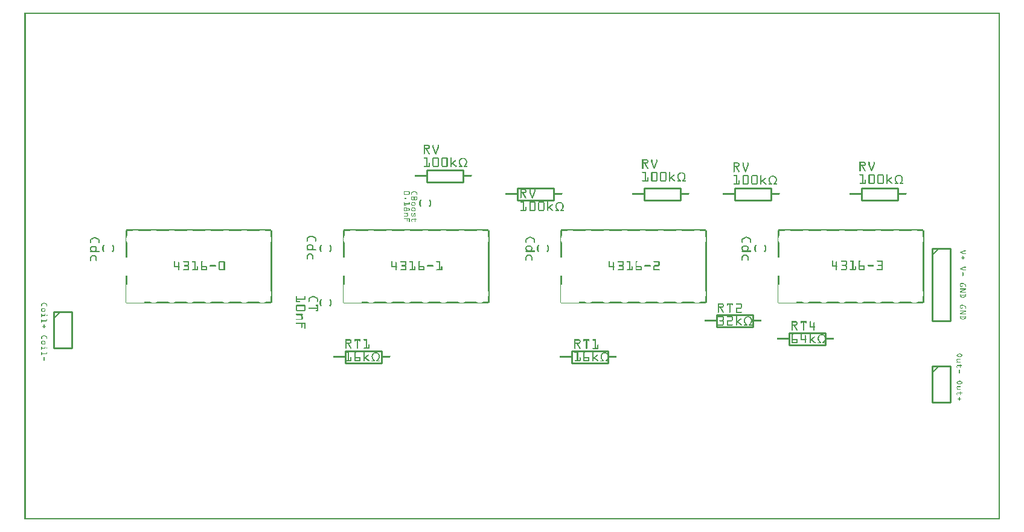
<source format=gto>
G04 MADE WITH FRITZING*
G04 WWW.FRITZING.ORG*
G04 DOUBLE SIDED*
G04 HOLES PLATED*
G04 CONTOUR ON CENTER OF CONTOUR VECTOR*
%ASAXBY*%
%FSLAX23Y23*%
%MOIN*%
%OFA0B0*%
%SFA1.0B1.0*%
%ADD10C,0.010000*%
%ADD11C,0.005000*%
%ADD12R,0.001000X0.001000*%
%LNSILK1*%
G90*
G70*
G54D10*
X1772Y930D02*
X1972Y930D01*
D02*
X1972Y930D02*
X1972Y864D01*
D02*
X1972Y864D02*
X1772Y864D01*
D02*
X1772Y864D02*
X1772Y930D01*
D02*
X3422Y1830D02*
X3622Y1830D01*
D02*
X3622Y1830D02*
X3622Y1764D01*
D02*
X3622Y1764D02*
X3422Y1764D01*
D02*
X3422Y1764D02*
X3422Y1830D01*
D02*
X2722Y1830D02*
X2922Y1830D01*
D02*
X2922Y1830D02*
X2922Y1764D01*
D02*
X2922Y1764D02*
X2722Y1764D01*
D02*
X2722Y1764D02*
X2722Y1830D01*
D02*
X2222Y1930D02*
X2422Y1930D01*
D02*
X2422Y1930D02*
X2422Y1864D01*
D02*
X2422Y1864D02*
X2222Y1864D01*
D02*
X2222Y1864D02*
X2222Y1930D01*
D02*
X3922Y1830D02*
X4122Y1830D01*
D02*
X4122Y1830D02*
X4122Y1764D01*
D02*
X4122Y1764D02*
X3922Y1764D01*
D02*
X3922Y1764D02*
X3922Y1830D01*
D02*
X4622Y1830D02*
X4822Y1830D01*
D02*
X4822Y1830D02*
X4822Y1764D01*
D02*
X4822Y1764D02*
X4622Y1764D01*
D02*
X4622Y1764D02*
X4622Y1830D01*
D02*
X4222Y1030D02*
X4422Y1030D01*
D02*
X4422Y1030D02*
X4422Y964D01*
D02*
X4422Y964D02*
X4222Y964D01*
D02*
X4222Y964D02*
X4222Y1030D01*
D02*
X3822Y1130D02*
X4022Y1130D01*
D02*
X4022Y1130D02*
X4022Y1064D01*
D02*
X4022Y1064D02*
X3822Y1064D01*
D02*
X3822Y1064D02*
X3822Y1130D01*
D02*
X3022Y930D02*
X3222Y930D01*
D02*
X3222Y930D02*
X3222Y864D01*
D02*
X3222Y864D02*
X3022Y864D01*
D02*
X3022Y864D02*
X3022Y930D01*
D02*
X5013Y847D02*
X5013Y647D01*
D02*
X5013Y647D02*
X5113Y647D01*
D02*
X5113Y647D02*
X5113Y847D01*
D02*
X5113Y847D02*
X5013Y847D01*
G54D11*
D02*
X5013Y812D02*
X5048Y847D01*
G54D10*
D02*
X163Y1147D02*
X163Y947D01*
D02*
X163Y947D02*
X263Y947D01*
D02*
X263Y947D02*
X263Y1147D01*
D02*
X263Y1147D02*
X163Y1147D01*
G54D11*
D02*
X163Y1112D02*
X198Y1147D01*
G54D10*
D02*
X5013Y1497D02*
X5013Y1097D01*
D02*
X5013Y1097D02*
X5113Y1097D01*
D02*
X5113Y1097D02*
X5113Y1497D01*
D02*
X5113Y1497D02*
X5013Y1497D01*
G54D11*
D02*
X5013Y1462D02*
X5048Y1497D01*
G54D12*
X0Y2802D02*
X5385Y2802D01*
X0Y2801D02*
X5385Y2801D01*
X0Y2800D02*
X5385Y2800D01*
X0Y2799D02*
X5385Y2799D01*
X0Y2798D02*
X5385Y2798D01*
X0Y2797D02*
X5385Y2797D01*
X0Y2796D02*
X5385Y2796D01*
X0Y2795D02*
X5385Y2795D01*
X0Y2794D02*
X7Y2794D01*
X5378Y2794D02*
X5385Y2794D01*
X0Y2793D02*
X7Y2793D01*
X5378Y2793D02*
X5385Y2793D01*
X0Y2792D02*
X7Y2792D01*
X5378Y2792D02*
X5385Y2792D01*
X0Y2791D02*
X7Y2791D01*
X5378Y2791D02*
X5385Y2791D01*
X0Y2790D02*
X7Y2790D01*
X5378Y2790D02*
X5385Y2790D01*
X0Y2789D02*
X7Y2789D01*
X5378Y2789D02*
X5385Y2789D01*
X0Y2788D02*
X7Y2788D01*
X5378Y2788D02*
X5385Y2788D01*
X0Y2787D02*
X7Y2787D01*
X5378Y2787D02*
X5385Y2787D01*
X0Y2786D02*
X7Y2786D01*
X5378Y2786D02*
X5385Y2786D01*
X0Y2785D02*
X7Y2785D01*
X5378Y2785D02*
X5385Y2785D01*
X0Y2784D02*
X7Y2784D01*
X5378Y2784D02*
X5385Y2784D01*
X0Y2783D02*
X7Y2783D01*
X5378Y2783D02*
X5385Y2783D01*
X0Y2782D02*
X7Y2782D01*
X5378Y2782D02*
X5385Y2782D01*
X0Y2781D02*
X7Y2781D01*
X5378Y2781D02*
X5385Y2781D01*
X0Y2780D02*
X7Y2780D01*
X5378Y2780D02*
X5385Y2780D01*
X0Y2779D02*
X7Y2779D01*
X5378Y2779D02*
X5385Y2779D01*
X0Y2778D02*
X7Y2778D01*
X5378Y2778D02*
X5385Y2778D01*
X0Y2777D02*
X7Y2777D01*
X5378Y2777D02*
X5385Y2777D01*
X0Y2776D02*
X7Y2776D01*
X5378Y2776D02*
X5385Y2776D01*
X0Y2775D02*
X7Y2775D01*
X5378Y2775D02*
X5385Y2775D01*
X0Y2774D02*
X7Y2774D01*
X5378Y2774D02*
X5385Y2774D01*
X0Y2773D02*
X7Y2773D01*
X5378Y2773D02*
X5385Y2773D01*
X0Y2772D02*
X7Y2772D01*
X5378Y2772D02*
X5385Y2772D01*
X0Y2771D02*
X7Y2771D01*
X5378Y2771D02*
X5385Y2771D01*
X0Y2770D02*
X7Y2770D01*
X5378Y2770D02*
X5385Y2770D01*
X0Y2769D02*
X7Y2769D01*
X5378Y2769D02*
X5385Y2769D01*
X0Y2768D02*
X7Y2768D01*
X5378Y2768D02*
X5385Y2768D01*
X0Y2767D02*
X7Y2767D01*
X5378Y2767D02*
X5385Y2767D01*
X0Y2766D02*
X7Y2766D01*
X5378Y2766D02*
X5385Y2766D01*
X0Y2765D02*
X7Y2765D01*
X5378Y2765D02*
X5385Y2765D01*
X0Y2764D02*
X7Y2764D01*
X5378Y2764D02*
X5385Y2764D01*
X0Y2763D02*
X7Y2763D01*
X5378Y2763D02*
X5385Y2763D01*
X0Y2762D02*
X7Y2762D01*
X5378Y2762D02*
X5385Y2762D01*
X0Y2761D02*
X7Y2761D01*
X5378Y2761D02*
X5385Y2761D01*
X0Y2760D02*
X7Y2760D01*
X5378Y2760D02*
X5385Y2760D01*
X0Y2759D02*
X7Y2759D01*
X5378Y2759D02*
X5385Y2759D01*
X0Y2758D02*
X7Y2758D01*
X5378Y2758D02*
X5385Y2758D01*
X0Y2757D02*
X7Y2757D01*
X5378Y2757D02*
X5385Y2757D01*
X0Y2756D02*
X7Y2756D01*
X5378Y2756D02*
X5385Y2756D01*
X0Y2755D02*
X7Y2755D01*
X5378Y2755D02*
X5385Y2755D01*
X0Y2754D02*
X7Y2754D01*
X5378Y2754D02*
X5385Y2754D01*
X0Y2753D02*
X7Y2753D01*
X5378Y2753D02*
X5385Y2753D01*
X0Y2752D02*
X7Y2752D01*
X5378Y2752D02*
X5385Y2752D01*
X0Y2751D02*
X7Y2751D01*
X5378Y2751D02*
X5385Y2751D01*
X0Y2750D02*
X7Y2750D01*
X5378Y2750D02*
X5385Y2750D01*
X0Y2749D02*
X7Y2749D01*
X5378Y2749D02*
X5385Y2749D01*
X0Y2748D02*
X7Y2748D01*
X5378Y2748D02*
X5385Y2748D01*
X0Y2747D02*
X7Y2747D01*
X5378Y2747D02*
X5385Y2747D01*
X0Y2746D02*
X7Y2746D01*
X5378Y2746D02*
X5385Y2746D01*
X0Y2745D02*
X7Y2745D01*
X5378Y2745D02*
X5385Y2745D01*
X0Y2744D02*
X7Y2744D01*
X5378Y2744D02*
X5385Y2744D01*
X0Y2743D02*
X7Y2743D01*
X5378Y2743D02*
X5385Y2743D01*
X0Y2742D02*
X7Y2742D01*
X5378Y2742D02*
X5385Y2742D01*
X0Y2741D02*
X7Y2741D01*
X5378Y2741D02*
X5385Y2741D01*
X0Y2740D02*
X7Y2740D01*
X5378Y2740D02*
X5385Y2740D01*
X0Y2739D02*
X7Y2739D01*
X5378Y2739D02*
X5385Y2739D01*
X0Y2738D02*
X7Y2738D01*
X5378Y2738D02*
X5385Y2738D01*
X0Y2737D02*
X7Y2737D01*
X5378Y2737D02*
X5385Y2737D01*
X0Y2736D02*
X7Y2736D01*
X5378Y2736D02*
X5385Y2736D01*
X0Y2735D02*
X7Y2735D01*
X5378Y2735D02*
X5385Y2735D01*
X0Y2734D02*
X7Y2734D01*
X5378Y2734D02*
X5385Y2734D01*
X0Y2733D02*
X7Y2733D01*
X5378Y2733D02*
X5385Y2733D01*
X0Y2732D02*
X7Y2732D01*
X5378Y2732D02*
X5385Y2732D01*
X0Y2731D02*
X7Y2731D01*
X5378Y2731D02*
X5385Y2731D01*
X0Y2730D02*
X7Y2730D01*
X5378Y2730D02*
X5385Y2730D01*
X0Y2729D02*
X7Y2729D01*
X5378Y2729D02*
X5385Y2729D01*
X0Y2728D02*
X7Y2728D01*
X5378Y2728D02*
X5385Y2728D01*
X0Y2727D02*
X7Y2727D01*
X5378Y2727D02*
X5385Y2727D01*
X0Y2726D02*
X7Y2726D01*
X5378Y2726D02*
X5385Y2726D01*
X0Y2725D02*
X7Y2725D01*
X5378Y2725D02*
X5385Y2725D01*
X0Y2724D02*
X7Y2724D01*
X5378Y2724D02*
X5385Y2724D01*
X0Y2723D02*
X7Y2723D01*
X5378Y2723D02*
X5385Y2723D01*
X0Y2722D02*
X7Y2722D01*
X5378Y2722D02*
X5385Y2722D01*
X0Y2721D02*
X7Y2721D01*
X5378Y2721D02*
X5385Y2721D01*
X0Y2720D02*
X7Y2720D01*
X5378Y2720D02*
X5385Y2720D01*
X0Y2719D02*
X7Y2719D01*
X5378Y2719D02*
X5385Y2719D01*
X0Y2718D02*
X7Y2718D01*
X5378Y2718D02*
X5385Y2718D01*
X0Y2717D02*
X7Y2717D01*
X5378Y2717D02*
X5385Y2717D01*
X0Y2716D02*
X7Y2716D01*
X5378Y2716D02*
X5385Y2716D01*
X0Y2715D02*
X7Y2715D01*
X5378Y2715D02*
X5385Y2715D01*
X0Y2714D02*
X7Y2714D01*
X5378Y2714D02*
X5385Y2714D01*
X0Y2713D02*
X7Y2713D01*
X5378Y2713D02*
X5385Y2713D01*
X0Y2712D02*
X7Y2712D01*
X5378Y2712D02*
X5385Y2712D01*
X0Y2711D02*
X7Y2711D01*
X5378Y2711D02*
X5385Y2711D01*
X0Y2710D02*
X7Y2710D01*
X5378Y2710D02*
X5385Y2710D01*
X0Y2709D02*
X7Y2709D01*
X5378Y2709D02*
X5385Y2709D01*
X0Y2708D02*
X7Y2708D01*
X5378Y2708D02*
X5385Y2708D01*
X0Y2707D02*
X7Y2707D01*
X5378Y2707D02*
X5385Y2707D01*
X0Y2706D02*
X7Y2706D01*
X5378Y2706D02*
X5385Y2706D01*
X0Y2705D02*
X7Y2705D01*
X5378Y2705D02*
X5385Y2705D01*
X0Y2704D02*
X7Y2704D01*
X5378Y2704D02*
X5385Y2704D01*
X0Y2703D02*
X7Y2703D01*
X5378Y2703D02*
X5385Y2703D01*
X0Y2702D02*
X7Y2702D01*
X5378Y2702D02*
X5385Y2702D01*
X0Y2701D02*
X7Y2701D01*
X5378Y2701D02*
X5385Y2701D01*
X0Y2700D02*
X7Y2700D01*
X5378Y2700D02*
X5385Y2700D01*
X0Y2699D02*
X7Y2699D01*
X5378Y2699D02*
X5385Y2699D01*
X0Y2698D02*
X7Y2698D01*
X5378Y2698D02*
X5385Y2698D01*
X0Y2697D02*
X7Y2697D01*
X5378Y2697D02*
X5385Y2697D01*
X0Y2696D02*
X7Y2696D01*
X5378Y2696D02*
X5385Y2696D01*
X0Y2695D02*
X7Y2695D01*
X5378Y2695D02*
X5385Y2695D01*
X0Y2694D02*
X7Y2694D01*
X5378Y2694D02*
X5385Y2694D01*
X0Y2693D02*
X7Y2693D01*
X5378Y2693D02*
X5385Y2693D01*
X0Y2692D02*
X7Y2692D01*
X5378Y2692D02*
X5385Y2692D01*
X0Y2691D02*
X7Y2691D01*
X5378Y2691D02*
X5385Y2691D01*
X0Y2690D02*
X7Y2690D01*
X5378Y2690D02*
X5385Y2690D01*
X0Y2689D02*
X7Y2689D01*
X5378Y2689D02*
X5385Y2689D01*
X0Y2688D02*
X7Y2688D01*
X5378Y2688D02*
X5385Y2688D01*
X0Y2687D02*
X7Y2687D01*
X5378Y2687D02*
X5385Y2687D01*
X0Y2686D02*
X7Y2686D01*
X5378Y2686D02*
X5385Y2686D01*
X0Y2685D02*
X7Y2685D01*
X5378Y2685D02*
X5385Y2685D01*
X0Y2684D02*
X7Y2684D01*
X5378Y2684D02*
X5385Y2684D01*
X0Y2683D02*
X7Y2683D01*
X5378Y2683D02*
X5385Y2683D01*
X0Y2682D02*
X7Y2682D01*
X5378Y2682D02*
X5385Y2682D01*
X0Y2681D02*
X7Y2681D01*
X5378Y2681D02*
X5385Y2681D01*
X0Y2680D02*
X7Y2680D01*
X5378Y2680D02*
X5385Y2680D01*
X0Y2679D02*
X7Y2679D01*
X5378Y2679D02*
X5385Y2679D01*
X0Y2678D02*
X7Y2678D01*
X5378Y2678D02*
X5385Y2678D01*
X0Y2677D02*
X7Y2677D01*
X5378Y2677D02*
X5385Y2677D01*
X0Y2676D02*
X7Y2676D01*
X5378Y2676D02*
X5385Y2676D01*
X0Y2675D02*
X7Y2675D01*
X5378Y2675D02*
X5385Y2675D01*
X0Y2674D02*
X7Y2674D01*
X5378Y2674D02*
X5385Y2674D01*
X0Y2673D02*
X7Y2673D01*
X5378Y2673D02*
X5385Y2673D01*
X0Y2672D02*
X7Y2672D01*
X5378Y2672D02*
X5385Y2672D01*
X0Y2671D02*
X7Y2671D01*
X5378Y2671D02*
X5385Y2671D01*
X0Y2670D02*
X7Y2670D01*
X5378Y2670D02*
X5385Y2670D01*
X0Y2669D02*
X7Y2669D01*
X5378Y2669D02*
X5385Y2669D01*
X0Y2668D02*
X7Y2668D01*
X5378Y2668D02*
X5385Y2668D01*
X0Y2667D02*
X7Y2667D01*
X5378Y2667D02*
X5385Y2667D01*
X0Y2666D02*
X7Y2666D01*
X5378Y2666D02*
X5385Y2666D01*
X0Y2665D02*
X7Y2665D01*
X5378Y2665D02*
X5385Y2665D01*
X0Y2664D02*
X7Y2664D01*
X5378Y2664D02*
X5385Y2664D01*
X0Y2663D02*
X7Y2663D01*
X5378Y2663D02*
X5385Y2663D01*
X0Y2662D02*
X7Y2662D01*
X5378Y2662D02*
X5385Y2662D01*
X0Y2661D02*
X7Y2661D01*
X5378Y2661D02*
X5385Y2661D01*
X0Y2660D02*
X7Y2660D01*
X5378Y2660D02*
X5385Y2660D01*
X0Y2659D02*
X7Y2659D01*
X5378Y2659D02*
X5385Y2659D01*
X0Y2658D02*
X7Y2658D01*
X5378Y2658D02*
X5385Y2658D01*
X0Y2657D02*
X7Y2657D01*
X5378Y2657D02*
X5385Y2657D01*
X0Y2656D02*
X7Y2656D01*
X5378Y2656D02*
X5385Y2656D01*
X0Y2655D02*
X7Y2655D01*
X5378Y2655D02*
X5385Y2655D01*
X0Y2654D02*
X7Y2654D01*
X5378Y2654D02*
X5385Y2654D01*
X0Y2653D02*
X7Y2653D01*
X5378Y2653D02*
X5385Y2653D01*
X0Y2652D02*
X7Y2652D01*
X5378Y2652D02*
X5385Y2652D01*
X0Y2651D02*
X7Y2651D01*
X5378Y2651D02*
X5385Y2651D01*
X0Y2650D02*
X7Y2650D01*
X5378Y2650D02*
X5385Y2650D01*
X0Y2649D02*
X7Y2649D01*
X5378Y2649D02*
X5385Y2649D01*
X0Y2648D02*
X7Y2648D01*
X5378Y2648D02*
X5385Y2648D01*
X0Y2647D02*
X7Y2647D01*
X5378Y2647D02*
X5385Y2647D01*
X0Y2646D02*
X7Y2646D01*
X5378Y2646D02*
X5385Y2646D01*
X0Y2645D02*
X7Y2645D01*
X5378Y2645D02*
X5385Y2645D01*
X0Y2644D02*
X7Y2644D01*
X5378Y2644D02*
X5385Y2644D01*
X0Y2643D02*
X7Y2643D01*
X5378Y2643D02*
X5385Y2643D01*
X0Y2642D02*
X7Y2642D01*
X5378Y2642D02*
X5385Y2642D01*
X0Y2641D02*
X7Y2641D01*
X5378Y2641D02*
X5385Y2641D01*
X0Y2640D02*
X7Y2640D01*
X5378Y2640D02*
X5385Y2640D01*
X0Y2639D02*
X7Y2639D01*
X5378Y2639D02*
X5385Y2639D01*
X0Y2638D02*
X7Y2638D01*
X5378Y2638D02*
X5385Y2638D01*
X0Y2637D02*
X7Y2637D01*
X5378Y2637D02*
X5385Y2637D01*
X0Y2636D02*
X7Y2636D01*
X5378Y2636D02*
X5385Y2636D01*
X0Y2635D02*
X7Y2635D01*
X5378Y2635D02*
X5385Y2635D01*
X0Y2634D02*
X7Y2634D01*
X5378Y2634D02*
X5385Y2634D01*
X0Y2633D02*
X7Y2633D01*
X5378Y2633D02*
X5385Y2633D01*
X0Y2632D02*
X7Y2632D01*
X5378Y2632D02*
X5385Y2632D01*
X0Y2631D02*
X7Y2631D01*
X5378Y2631D02*
X5385Y2631D01*
X0Y2630D02*
X7Y2630D01*
X5378Y2630D02*
X5385Y2630D01*
X0Y2629D02*
X7Y2629D01*
X5378Y2629D02*
X5385Y2629D01*
X0Y2628D02*
X7Y2628D01*
X5378Y2628D02*
X5385Y2628D01*
X0Y2627D02*
X7Y2627D01*
X5378Y2627D02*
X5385Y2627D01*
X0Y2626D02*
X7Y2626D01*
X5378Y2626D02*
X5385Y2626D01*
X0Y2625D02*
X7Y2625D01*
X5378Y2625D02*
X5385Y2625D01*
X0Y2624D02*
X7Y2624D01*
X5378Y2624D02*
X5385Y2624D01*
X0Y2623D02*
X7Y2623D01*
X5378Y2623D02*
X5385Y2623D01*
X0Y2622D02*
X7Y2622D01*
X5378Y2622D02*
X5385Y2622D01*
X0Y2621D02*
X7Y2621D01*
X5378Y2621D02*
X5385Y2621D01*
X0Y2620D02*
X7Y2620D01*
X5378Y2620D02*
X5385Y2620D01*
X0Y2619D02*
X7Y2619D01*
X5378Y2619D02*
X5385Y2619D01*
X0Y2618D02*
X7Y2618D01*
X5378Y2618D02*
X5385Y2618D01*
X0Y2617D02*
X7Y2617D01*
X5378Y2617D02*
X5385Y2617D01*
X0Y2616D02*
X7Y2616D01*
X5378Y2616D02*
X5385Y2616D01*
X0Y2615D02*
X7Y2615D01*
X5378Y2615D02*
X5385Y2615D01*
X0Y2614D02*
X7Y2614D01*
X5378Y2614D02*
X5385Y2614D01*
X0Y2613D02*
X7Y2613D01*
X5378Y2613D02*
X5385Y2613D01*
X0Y2612D02*
X7Y2612D01*
X5378Y2612D02*
X5385Y2612D01*
X0Y2611D02*
X7Y2611D01*
X5378Y2611D02*
X5385Y2611D01*
X0Y2610D02*
X7Y2610D01*
X5378Y2610D02*
X5385Y2610D01*
X0Y2609D02*
X7Y2609D01*
X5378Y2609D02*
X5385Y2609D01*
X0Y2608D02*
X7Y2608D01*
X5378Y2608D02*
X5385Y2608D01*
X0Y2607D02*
X7Y2607D01*
X5378Y2607D02*
X5385Y2607D01*
X0Y2606D02*
X7Y2606D01*
X5378Y2606D02*
X5385Y2606D01*
X0Y2605D02*
X7Y2605D01*
X5378Y2605D02*
X5385Y2605D01*
X0Y2604D02*
X7Y2604D01*
X5378Y2604D02*
X5385Y2604D01*
X0Y2603D02*
X7Y2603D01*
X5378Y2603D02*
X5385Y2603D01*
X0Y2602D02*
X7Y2602D01*
X5378Y2602D02*
X5385Y2602D01*
X0Y2601D02*
X7Y2601D01*
X5378Y2601D02*
X5385Y2601D01*
X0Y2600D02*
X7Y2600D01*
X5378Y2600D02*
X5385Y2600D01*
X0Y2599D02*
X7Y2599D01*
X5378Y2599D02*
X5385Y2599D01*
X0Y2598D02*
X7Y2598D01*
X5378Y2598D02*
X5385Y2598D01*
X0Y2597D02*
X7Y2597D01*
X5378Y2597D02*
X5385Y2597D01*
X0Y2596D02*
X7Y2596D01*
X5378Y2596D02*
X5385Y2596D01*
X0Y2595D02*
X7Y2595D01*
X5378Y2595D02*
X5385Y2595D01*
X0Y2594D02*
X7Y2594D01*
X5378Y2594D02*
X5385Y2594D01*
X0Y2593D02*
X7Y2593D01*
X5378Y2593D02*
X5385Y2593D01*
X0Y2592D02*
X7Y2592D01*
X5378Y2592D02*
X5385Y2592D01*
X0Y2591D02*
X7Y2591D01*
X5378Y2591D02*
X5385Y2591D01*
X0Y2590D02*
X7Y2590D01*
X5378Y2590D02*
X5385Y2590D01*
X0Y2589D02*
X7Y2589D01*
X5378Y2589D02*
X5385Y2589D01*
X0Y2588D02*
X7Y2588D01*
X5378Y2588D02*
X5385Y2588D01*
X0Y2587D02*
X7Y2587D01*
X5378Y2587D02*
X5385Y2587D01*
X0Y2586D02*
X7Y2586D01*
X5378Y2586D02*
X5385Y2586D01*
X0Y2585D02*
X7Y2585D01*
X5378Y2585D02*
X5385Y2585D01*
X0Y2584D02*
X7Y2584D01*
X5378Y2584D02*
X5385Y2584D01*
X0Y2583D02*
X7Y2583D01*
X5378Y2583D02*
X5385Y2583D01*
X0Y2582D02*
X7Y2582D01*
X5378Y2582D02*
X5385Y2582D01*
X0Y2581D02*
X7Y2581D01*
X5378Y2581D02*
X5385Y2581D01*
X0Y2580D02*
X7Y2580D01*
X5378Y2580D02*
X5385Y2580D01*
X0Y2579D02*
X7Y2579D01*
X5378Y2579D02*
X5385Y2579D01*
X0Y2578D02*
X7Y2578D01*
X5378Y2578D02*
X5385Y2578D01*
X0Y2577D02*
X7Y2577D01*
X5378Y2577D02*
X5385Y2577D01*
X0Y2576D02*
X7Y2576D01*
X5378Y2576D02*
X5385Y2576D01*
X0Y2575D02*
X7Y2575D01*
X5378Y2575D02*
X5385Y2575D01*
X0Y2574D02*
X7Y2574D01*
X5378Y2574D02*
X5385Y2574D01*
X0Y2573D02*
X7Y2573D01*
X5378Y2573D02*
X5385Y2573D01*
X0Y2572D02*
X7Y2572D01*
X5378Y2572D02*
X5385Y2572D01*
X0Y2571D02*
X7Y2571D01*
X5378Y2571D02*
X5385Y2571D01*
X0Y2570D02*
X7Y2570D01*
X5378Y2570D02*
X5385Y2570D01*
X0Y2569D02*
X7Y2569D01*
X5378Y2569D02*
X5385Y2569D01*
X0Y2568D02*
X7Y2568D01*
X5378Y2568D02*
X5385Y2568D01*
X0Y2567D02*
X7Y2567D01*
X5378Y2567D02*
X5385Y2567D01*
X0Y2566D02*
X7Y2566D01*
X5378Y2566D02*
X5385Y2566D01*
X0Y2565D02*
X7Y2565D01*
X5378Y2565D02*
X5385Y2565D01*
X0Y2564D02*
X7Y2564D01*
X5378Y2564D02*
X5385Y2564D01*
X0Y2563D02*
X7Y2563D01*
X5378Y2563D02*
X5385Y2563D01*
X0Y2562D02*
X7Y2562D01*
X5378Y2562D02*
X5385Y2562D01*
X0Y2561D02*
X7Y2561D01*
X5378Y2561D02*
X5385Y2561D01*
X0Y2560D02*
X7Y2560D01*
X5378Y2560D02*
X5385Y2560D01*
X0Y2559D02*
X7Y2559D01*
X5378Y2559D02*
X5385Y2559D01*
X0Y2558D02*
X7Y2558D01*
X5378Y2558D02*
X5385Y2558D01*
X0Y2557D02*
X7Y2557D01*
X5378Y2557D02*
X5385Y2557D01*
X0Y2556D02*
X7Y2556D01*
X5378Y2556D02*
X5385Y2556D01*
X0Y2555D02*
X7Y2555D01*
X5378Y2555D02*
X5385Y2555D01*
X0Y2554D02*
X7Y2554D01*
X5378Y2554D02*
X5385Y2554D01*
X0Y2553D02*
X7Y2553D01*
X5378Y2553D02*
X5385Y2553D01*
X0Y2552D02*
X7Y2552D01*
X5378Y2552D02*
X5385Y2552D01*
X0Y2551D02*
X7Y2551D01*
X5378Y2551D02*
X5385Y2551D01*
X0Y2550D02*
X7Y2550D01*
X5378Y2550D02*
X5385Y2550D01*
X0Y2549D02*
X7Y2549D01*
X5378Y2549D02*
X5385Y2549D01*
X0Y2548D02*
X7Y2548D01*
X5378Y2548D02*
X5385Y2548D01*
X0Y2547D02*
X7Y2547D01*
X5378Y2547D02*
X5385Y2547D01*
X0Y2546D02*
X7Y2546D01*
X5378Y2546D02*
X5385Y2546D01*
X0Y2545D02*
X7Y2545D01*
X5378Y2545D02*
X5385Y2545D01*
X0Y2544D02*
X7Y2544D01*
X5378Y2544D02*
X5385Y2544D01*
X0Y2543D02*
X7Y2543D01*
X5378Y2543D02*
X5385Y2543D01*
X0Y2542D02*
X7Y2542D01*
X5378Y2542D02*
X5385Y2542D01*
X0Y2541D02*
X7Y2541D01*
X5378Y2541D02*
X5385Y2541D01*
X0Y2540D02*
X7Y2540D01*
X5378Y2540D02*
X5385Y2540D01*
X0Y2539D02*
X7Y2539D01*
X5378Y2539D02*
X5385Y2539D01*
X0Y2538D02*
X7Y2538D01*
X5378Y2538D02*
X5385Y2538D01*
X0Y2537D02*
X7Y2537D01*
X5378Y2537D02*
X5385Y2537D01*
X0Y2536D02*
X7Y2536D01*
X5378Y2536D02*
X5385Y2536D01*
X0Y2535D02*
X7Y2535D01*
X5378Y2535D02*
X5385Y2535D01*
X0Y2534D02*
X7Y2534D01*
X5378Y2534D02*
X5385Y2534D01*
X0Y2533D02*
X7Y2533D01*
X5378Y2533D02*
X5385Y2533D01*
X0Y2532D02*
X7Y2532D01*
X5378Y2532D02*
X5385Y2532D01*
X0Y2531D02*
X7Y2531D01*
X5378Y2531D02*
X5385Y2531D01*
X0Y2530D02*
X7Y2530D01*
X5378Y2530D02*
X5385Y2530D01*
X0Y2529D02*
X7Y2529D01*
X5378Y2529D02*
X5385Y2529D01*
X0Y2528D02*
X7Y2528D01*
X5378Y2528D02*
X5385Y2528D01*
X0Y2527D02*
X7Y2527D01*
X5378Y2527D02*
X5385Y2527D01*
X0Y2526D02*
X7Y2526D01*
X5378Y2526D02*
X5385Y2526D01*
X0Y2525D02*
X7Y2525D01*
X5378Y2525D02*
X5385Y2525D01*
X0Y2524D02*
X7Y2524D01*
X5378Y2524D02*
X5385Y2524D01*
X0Y2523D02*
X7Y2523D01*
X5378Y2523D02*
X5385Y2523D01*
X0Y2522D02*
X7Y2522D01*
X5378Y2522D02*
X5385Y2522D01*
X0Y2521D02*
X7Y2521D01*
X5378Y2521D02*
X5385Y2521D01*
X0Y2520D02*
X7Y2520D01*
X5378Y2520D02*
X5385Y2520D01*
X0Y2519D02*
X7Y2519D01*
X5378Y2519D02*
X5385Y2519D01*
X0Y2518D02*
X7Y2518D01*
X5378Y2518D02*
X5385Y2518D01*
X0Y2517D02*
X7Y2517D01*
X5378Y2517D02*
X5385Y2517D01*
X0Y2516D02*
X7Y2516D01*
X5378Y2516D02*
X5385Y2516D01*
X0Y2515D02*
X7Y2515D01*
X5378Y2515D02*
X5385Y2515D01*
X0Y2514D02*
X7Y2514D01*
X5378Y2514D02*
X5385Y2514D01*
X0Y2513D02*
X7Y2513D01*
X5378Y2513D02*
X5385Y2513D01*
X0Y2512D02*
X7Y2512D01*
X5378Y2512D02*
X5385Y2512D01*
X0Y2511D02*
X7Y2511D01*
X5378Y2511D02*
X5385Y2511D01*
X0Y2510D02*
X7Y2510D01*
X5378Y2510D02*
X5385Y2510D01*
X0Y2509D02*
X7Y2509D01*
X5378Y2509D02*
X5385Y2509D01*
X0Y2508D02*
X7Y2508D01*
X5378Y2508D02*
X5385Y2508D01*
X0Y2507D02*
X7Y2507D01*
X5378Y2507D02*
X5385Y2507D01*
X0Y2506D02*
X7Y2506D01*
X5378Y2506D02*
X5385Y2506D01*
X0Y2505D02*
X7Y2505D01*
X5378Y2505D02*
X5385Y2505D01*
X0Y2504D02*
X7Y2504D01*
X5378Y2504D02*
X5385Y2504D01*
X0Y2503D02*
X7Y2503D01*
X5378Y2503D02*
X5385Y2503D01*
X0Y2502D02*
X7Y2502D01*
X5378Y2502D02*
X5385Y2502D01*
X0Y2501D02*
X7Y2501D01*
X5378Y2501D02*
X5385Y2501D01*
X0Y2500D02*
X7Y2500D01*
X5378Y2500D02*
X5385Y2500D01*
X0Y2499D02*
X7Y2499D01*
X5378Y2499D02*
X5385Y2499D01*
X0Y2498D02*
X7Y2498D01*
X5378Y2498D02*
X5385Y2498D01*
X0Y2497D02*
X7Y2497D01*
X5378Y2497D02*
X5385Y2497D01*
X0Y2496D02*
X7Y2496D01*
X5378Y2496D02*
X5385Y2496D01*
X0Y2495D02*
X7Y2495D01*
X5378Y2495D02*
X5385Y2495D01*
X0Y2494D02*
X7Y2494D01*
X5378Y2494D02*
X5385Y2494D01*
X0Y2493D02*
X7Y2493D01*
X5378Y2493D02*
X5385Y2493D01*
X0Y2492D02*
X7Y2492D01*
X5378Y2492D02*
X5385Y2492D01*
X0Y2491D02*
X7Y2491D01*
X5378Y2491D02*
X5385Y2491D01*
X0Y2490D02*
X7Y2490D01*
X5378Y2490D02*
X5385Y2490D01*
X0Y2489D02*
X7Y2489D01*
X5378Y2489D02*
X5385Y2489D01*
X0Y2488D02*
X7Y2488D01*
X5378Y2488D02*
X5385Y2488D01*
X0Y2487D02*
X7Y2487D01*
X5378Y2487D02*
X5385Y2487D01*
X0Y2486D02*
X7Y2486D01*
X5378Y2486D02*
X5385Y2486D01*
X0Y2485D02*
X7Y2485D01*
X5378Y2485D02*
X5385Y2485D01*
X0Y2484D02*
X7Y2484D01*
X5378Y2484D02*
X5385Y2484D01*
X0Y2483D02*
X7Y2483D01*
X5378Y2483D02*
X5385Y2483D01*
X0Y2482D02*
X7Y2482D01*
X5378Y2482D02*
X5385Y2482D01*
X0Y2481D02*
X7Y2481D01*
X5378Y2481D02*
X5385Y2481D01*
X0Y2480D02*
X7Y2480D01*
X5378Y2480D02*
X5385Y2480D01*
X0Y2479D02*
X7Y2479D01*
X5378Y2479D02*
X5385Y2479D01*
X0Y2478D02*
X7Y2478D01*
X5378Y2478D02*
X5385Y2478D01*
X0Y2477D02*
X7Y2477D01*
X5378Y2477D02*
X5385Y2477D01*
X0Y2476D02*
X7Y2476D01*
X5378Y2476D02*
X5385Y2476D01*
X0Y2475D02*
X7Y2475D01*
X5378Y2475D02*
X5385Y2475D01*
X0Y2474D02*
X7Y2474D01*
X5378Y2474D02*
X5385Y2474D01*
X0Y2473D02*
X7Y2473D01*
X5378Y2473D02*
X5385Y2473D01*
X0Y2472D02*
X7Y2472D01*
X5378Y2472D02*
X5385Y2472D01*
X0Y2471D02*
X7Y2471D01*
X5378Y2471D02*
X5385Y2471D01*
X0Y2470D02*
X7Y2470D01*
X5378Y2470D02*
X5385Y2470D01*
X0Y2469D02*
X7Y2469D01*
X5378Y2469D02*
X5385Y2469D01*
X0Y2468D02*
X7Y2468D01*
X5378Y2468D02*
X5385Y2468D01*
X0Y2467D02*
X7Y2467D01*
X5378Y2467D02*
X5385Y2467D01*
X0Y2466D02*
X7Y2466D01*
X5378Y2466D02*
X5385Y2466D01*
X0Y2465D02*
X7Y2465D01*
X5378Y2465D02*
X5385Y2465D01*
X0Y2464D02*
X7Y2464D01*
X5378Y2464D02*
X5385Y2464D01*
X0Y2463D02*
X7Y2463D01*
X5378Y2463D02*
X5385Y2463D01*
X0Y2462D02*
X7Y2462D01*
X5378Y2462D02*
X5385Y2462D01*
X0Y2461D02*
X7Y2461D01*
X5378Y2461D02*
X5385Y2461D01*
X0Y2460D02*
X7Y2460D01*
X5378Y2460D02*
X5385Y2460D01*
X0Y2459D02*
X7Y2459D01*
X5378Y2459D02*
X5385Y2459D01*
X0Y2458D02*
X7Y2458D01*
X5378Y2458D02*
X5385Y2458D01*
X0Y2457D02*
X7Y2457D01*
X5378Y2457D02*
X5385Y2457D01*
X0Y2456D02*
X7Y2456D01*
X5378Y2456D02*
X5385Y2456D01*
X0Y2455D02*
X7Y2455D01*
X5378Y2455D02*
X5385Y2455D01*
X0Y2454D02*
X7Y2454D01*
X5378Y2454D02*
X5385Y2454D01*
X0Y2453D02*
X7Y2453D01*
X5378Y2453D02*
X5385Y2453D01*
X0Y2452D02*
X7Y2452D01*
X5378Y2452D02*
X5385Y2452D01*
X0Y2451D02*
X7Y2451D01*
X5378Y2451D02*
X5385Y2451D01*
X0Y2450D02*
X7Y2450D01*
X5378Y2450D02*
X5385Y2450D01*
X0Y2449D02*
X7Y2449D01*
X5378Y2449D02*
X5385Y2449D01*
X0Y2448D02*
X7Y2448D01*
X5378Y2448D02*
X5385Y2448D01*
X0Y2447D02*
X7Y2447D01*
X5378Y2447D02*
X5385Y2447D01*
X0Y2446D02*
X7Y2446D01*
X5378Y2446D02*
X5385Y2446D01*
X0Y2445D02*
X7Y2445D01*
X5378Y2445D02*
X5385Y2445D01*
X0Y2444D02*
X7Y2444D01*
X5378Y2444D02*
X5385Y2444D01*
X0Y2443D02*
X7Y2443D01*
X5378Y2443D02*
X5385Y2443D01*
X0Y2442D02*
X7Y2442D01*
X5378Y2442D02*
X5385Y2442D01*
X0Y2441D02*
X7Y2441D01*
X5378Y2441D02*
X5385Y2441D01*
X0Y2440D02*
X7Y2440D01*
X5378Y2440D02*
X5385Y2440D01*
X0Y2439D02*
X7Y2439D01*
X5378Y2439D02*
X5385Y2439D01*
X0Y2438D02*
X7Y2438D01*
X5378Y2438D02*
X5385Y2438D01*
X0Y2437D02*
X7Y2437D01*
X5378Y2437D02*
X5385Y2437D01*
X0Y2436D02*
X7Y2436D01*
X5378Y2436D02*
X5385Y2436D01*
X0Y2435D02*
X7Y2435D01*
X5378Y2435D02*
X5385Y2435D01*
X0Y2434D02*
X7Y2434D01*
X5378Y2434D02*
X5385Y2434D01*
X0Y2433D02*
X7Y2433D01*
X5378Y2433D02*
X5385Y2433D01*
X0Y2432D02*
X7Y2432D01*
X5378Y2432D02*
X5385Y2432D01*
X0Y2431D02*
X7Y2431D01*
X5378Y2431D02*
X5385Y2431D01*
X0Y2430D02*
X7Y2430D01*
X5378Y2430D02*
X5385Y2430D01*
X0Y2429D02*
X7Y2429D01*
X5378Y2429D02*
X5385Y2429D01*
X0Y2428D02*
X7Y2428D01*
X5378Y2428D02*
X5385Y2428D01*
X0Y2427D02*
X7Y2427D01*
X5378Y2427D02*
X5385Y2427D01*
X0Y2426D02*
X7Y2426D01*
X5378Y2426D02*
X5385Y2426D01*
X0Y2425D02*
X7Y2425D01*
X5378Y2425D02*
X5385Y2425D01*
X0Y2424D02*
X7Y2424D01*
X5378Y2424D02*
X5385Y2424D01*
X0Y2423D02*
X7Y2423D01*
X5378Y2423D02*
X5385Y2423D01*
X0Y2422D02*
X7Y2422D01*
X5378Y2422D02*
X5385Y2422D01*
X0Y2421D02*
X7Y2421D01*
X5378Y2421D02*
X5385Y2421D01*
X0Y2420D02*
X7Y2420D01*
X5378Y2420D02*
X5385Y2420D01*
X0Y2419D02*
X7Y2419D01*
X5378Y2419D02*
X5385Y2419D01*
X0Y2418D02*
X7Y2418D01*
X5378Y2418D02*
X5385Y2418D01*
X0Y2417D02*
X7Y2417D01*
X5378Y2417D02*
X5385Y2417D01*
X0Y2416D02*
X7Y2416D01*
X5378Y2416D02*
X5385Y2416D01*
X0Y2415D02*
X7Y2415D01*
X5378Y2415D02*
X5385Y2415D01*
X0Y2414D02*
X7Y2414D01*
X5378Y2414D02*
X5385Y2414D01*
X0Y2413D02*
X7Y2413D01*
X5378Y2413D02*
X5385Y2413D01*
X0Y2412D02*
X7Y2412D01*
X5378Y2412D02*
X5385Y2412D01*
X0Y2411D02*
X7Y2411D01*
X5378Y2411D02*
X5385Y2411D01*
X0Y2410D02*
X7Y2410D01*
X5378Y2410D02*
X5385Y2410D01*
X0Y2409D02*
X7Y2409D01*
X5378Y2409D02*
X5385Y2409D01*
X0Y2408D02*
X7Y2408D01*
X5378Y2408D02*
X5385Y2408D01*
X0Y2407D02*
X7Y2407D01*
X5378Y2407D02*
X5385Y2407D01*
X0Y2406D02*
X7Y2406D01*
X5378Y2406D02*
X5385Y2406D01*
X0Y2405D02*
X7Y2405D01*
X5378Y2405D02*
X5385Y2405D01*
X0Y2404D02*
X7Y2404D01*
X5378Y2404D02*
X5385Y2404D01*
X0Y2403D02*
X7Y2403D01*
X5378Y2403D02*
X5385Y2403D01*
X0Y2402D02*
X7Y2402D01*
X5378Y2402D02*
X5385Y2402D01*
X0Y2401D02*
X7Y2401D01*
X5378Y2401D02*
X5385Y2401D01*
X0Y2400D02*
X7Y2400D01*
X5378Y2400D02*
X5385Y2400D01*
X0Y2399D02*
X7Y2399D01*
X5378Y2399D02*
X5385Y2399D01*
X0Y2398D02*
X7Y2398D01*
X5378Y2398D02*
X5385Y2398D01*
X0Y2397D02*
X7Y2397D01*
X5378Y2397D02*
X5385Y2397D01*
X0Y2396D02*
X7Y2396D01*
X5378Y2396D02*
X5385Y2396D01*
X0Y2395D02*
X7Y2395D01*
X5378Y2395D02*
X5385Y2395D01*
X0Y2394D02*
X7Y2394D01*
X5378Y2394D02*
X5385Y2394D01*
X0Y2393D02*
X7Y2393D01*
X5378Y2393D02*
X5385Y2393D01*
X0Y2392D02*
X7Y2392D01*
X5378Y2392D02*
X5385Y2392D01*
X0Y2391D02*
X7Y2391D01*
X5378Y2391D02*
X5385Y2391D01*
X0Y2390D02*
X7Y2390D01*
X5378Y2390D02*
X5385Y2390D01*
X0Y2389D02*
X7Y2389D01*
X5378Y2389D02*
X5385Y2389D01*
X0Y2388D02*
X7Y2388D01*
X5378Y2388D02*
X5385Y2388D01*
X0Y2387D02*
X7Y2387D01*
X5378Y2387D02*
X5385Y2387D01*
X0Y2386D02*
X7Y2386D01*
X5378Y2386D02*
X5385Y2386D01*
X0Y2385D02*
X7Y2385D01*
X5378Y2385D02*
X5385Y2385D01*
X0Y2384D02*
X7Y2384D01*
X5378Y2384D02*
X5385Y2384D01*
X0Y2383D02*
X7Y2383D01*
X5378Y2383D02*
X5385Y2383D01*
X0Y2382D02*
X7Y2382D01*
X5378Y2382D02*
X5385Y2382D01*
X0Y2381D02*
X7Y2381D01*
X5378Y2381D02*
X5385Y2381D01*
X0Y2380D02*
X7Y2380D01*
X5378Y2380D02*
X5385Y2380D01*
X0Y2379D02*
X7Y2379D01*
X5378Y2379D02*
X5385Y2379D01*
X0Y2378D02*
X7Y2378D01*
X5378Y2378D02*
X5385Y2378D01*
X0Y2377D02*
X7Y2377D01*
X5378Y2377D02*
X5385Y2377D01*
X0Y2376D02*
X7Y2376D01*
X5378Y2376D02*
X5385Y2376D01*
X0Y2375D02*
X7Y2375D01*
X5378Y2375D02*
X5385Y2375D01*
X0Y2374D02*
X7Y2374D01*
X5378Y2374D02*
X5385Y2374D01*
X0Y2373D02*
X7Y2373D01*
X5378Y2373D02*
X5385Y2373D01*
X0Y2372D02*
X7Y2372D01*
X5378Y2372D02*
X5385Y2372D01*
X0Y2371D02*
X7Y2371D01*
X5378Y2371D02*
X5385Y2371D01*
X0Y2370D02*
X7Y2370D01*
X5378Y2370D02*
X5385Y2370D01*
X0Y2369D02*
X7Y2369D01*
X5378Y2369D02*
X5385Y2369D01*
X0Y2368D02*
X7Y2368D01*
X5378Y2368D02*
X5385Y2368D01*
X0Y2367D02*
X7Y2367D01*
X5378Y2367D02*
X5385Y2367D01*
X0Y2366D02*
X7Y2366D01*
X5378Y2366D02*
X5385Y2366D01*
X0Y2365D02*
X7Y2365D01*
X5378Y2365D02*
X5385Y2365D01*
X0Y2364D02*
X7Y2364D01*
X5378Y2364D02*
X5385Y2364D01*
X0Y2363D02*
X7Y2363D01*
X5378Y2363D02*
X5385Y2363D01*
X0Y2362D02*
X7Y2362D01*
X5378Y2362D02*
X5385Y2362D01*
X0Y2361D02*
X7Y2361D01*
X5378Y2361D02*
X5385Y2361D01*
X0Y2360D02*
X7Y2360D01*
X5378Y2360D02*
X5385Y2360D01*
X0Y2359D02*
X7Y2359D01*
X5378Y2359D02*
X5385Y2359D01*
X0Y2358D02*
X7Y2358D01*
X5378Y2358D02*
X5385Y2358D01*
X0Y2357D02*
X7Y2357D01*
X5378Y2357D02*
X5385Y2357D01*
X0Y2356D02*
X7Y2356D01*
X5378Y2356D02*
X5385Y2356D01*
X0Y2355D02*
X7Y2355D01*
X5378Y2355D02*
X5385Y2355D01*
X0Y2354D02*
X7Y2354D01*
X5378Y2354D02*
X5385Y2354D01*
X0Y2353D02*
X7Y2353D01*
X5378Y2353D02*
X5385Y2353D01*
X0Y2352D02*
X7Y2352D01*
X5378Y2352D02*
X5385Y2352D01*
X0Y2351D02*
X7Y2351D01*
X5378Y2351D02*
X5385Y2351D01*
X0Y2350D02*
X7Y2350D01*
X5378Y2350D02*
X5385Y2350D01*
X0Y2349D02*
X7Y2349D01*
X5378Y2349D02*
X5385Y2349D01*
X0Y2348D02*
X7Y2348D01*
X5378Y2348D02*
X5385Y2348D01*
X0Y2347D02*
X7Y2347D01*
X5378Y2347D02*
X5385Y2347D01*
X0Y2346D02*
X7Y2346D01*
X5378Y2346D02*
X5385Y2346D01*
X0Y2345D02*
X7Y2345D01*
X5378Y2345D02*
X5385Y2345D01*
X0Y2344D02*
X7Y2344D01*
X5378Y2344D02*
X5385Y2344D01*
X0Y2343D02*
X7Y2343D01*
X5378Y2343D02*
X5385Y2343D01*
X0Y2342D02*
X7Y2342D01*
X5378Y2342D02*
X5385Y2342D01*
X0Y2341D02*
X7Y2341D01*
X5378Y2341D02*
X5385Y2341D01*
X0Y2340D02*
X7Y2340D01*
X5378Y2340D02*
X5385Y2340D01*
X0Y2339D02*
X7Y2339D01*
X5378Y2339D02*
X5385Y2339D01*
X0Y2338D02*
X7Y2338D01*
X5378Y2338D02*
X5385Y2338D01*
X0Y2337D02*
X7Y2337D01*
X5378Y2337D02*
X5385Y2337D01*
X0Y2336D02*
X7Y2336D01*
X5378Y2336D02*
X5385Y2336D01*
X0Y2335D02*
X7Y2335D01*
X5378Y2335D02*
X5385Y2335D01*
X0Y2334D02*
X7Y2334D01*
X5378Y2334D02*
X5385Y2334D01*
X0Y2333D02*
X7Y2333D01*
X5378Y2333D02*
X5385Y2333D01*
X0Y2332D02*
X7Y2332D01*
X5378Y2332D02*
X5385Y2332D01*
X0Y2331D02*
X7Y2331D01*
X5378Y2331D02*
X5385Y2331D01*
X0Y2330D02*
X7Y2330D01*
X5378Y2330D02*
X5385Y2330D01*
X0Y2329D02*
X7Y2329D01*
X5378Y2329D02*
X5385Y2329D01*
X0Y2328D02*
X7Y2328D01*
X5378Y2328D02*
X5385Y2328D01*
X0Y2327D02*
X7Y2327D01*
X5378Y2327D02*
X5385Y2327D01*
X0Y2326D02*
X7Y2326D01*
X5378Y2326D02*
X5385Y2326D01*
X0Y2325D02*
X7Y2325D01*
X5378Y2325D02*
X5385Y2325D01*
X0Y2324D02*
X7Y2324D01*
X5378Y2324D02*
X5385Y2324D01*
X0Y2323D02*
X7Y2323D01*
X5378Y2323D02*
X5385Y2323D01*
X0Y2322D02*
X7Y2322D01*
X5378Y2322D02*
X5385Y2322D01*
X0Y2321D02*
X7Y2321D01*
X5378Y2321D02*
X5385Y2321D01*
X0Y2320D02*
X7Y2320D01*
X5378Y2320D02*
X5385Y2320D01*
X0Y2319D02*
X7Y2319D01*
X5378Y2319D02*
X5385Y2319D01*
X0Y2318D02*
X7Y2318D01*
X5378Y2318D02*
X5385Y2318D01*
X0Y2317D02*
X7Y2317D01*
X5378Y2317D02*
X5385Y2317D01*
X0Y2316D02*
X7Y2316D01*
X5378Y2316D02*
X5385Y2316D01*
X0Y2315D02*
X7Y2315D01*
X5378Y2315D02*
X5385Y2315D01*
X0Y2314D02*
X7Y2314D01*
X5378Y2314D02*
X5385Y2314D01*
X0Y2313D02*
X7Y2313D01*
X5378Y2313D02*
X5385Y2313D01*
X0Y2312D02*
X7Y2312D01*
X5378Y2312D02*
X5385Y2312D01*
X0Y2311D02*
X7Y2311D01*
X5378Y2311D02*
X5385Y2311D01*
X0Y2310D02*
X7Y2310D01*
X5378Y2310D02*
X5385Y2310D01*
X0Y2309D02*
X7Y2309D01*
X5378Y2309D02*
X5385Y2309D01*
X0Y2308D02*
X7Y2308D01*
X5378Y2308D02*
X5385Y2308D01*
X0Y2307D02*
X7Y2307D01*
X5378Y2307D02*
X5385Y2307D01*
X0Y2306D02*
X7Y2306D01*
X5378Y2306D02*
X5385Y2306D01*
X0Y2305D02*
X7Y2305D01*
X5378Y2305D02*
X5385Y2305D01*
X0Y2304D02*
X7Y2304D01*
X5378Y2304D02*
X5385Y2304D01*
X0Y2303D02*
X7Y2303D01*
X5378Y2303D02*
X5385Y2303D01*
X0Y2302D02*
X7Y2302D01*
X5378Y2302D02*
X5385Y2302D01*
X0Y2301D02*
X7Y2301D01*
X5378Y2301D02*
X5385Y2301D01*
X0Y2300D02*
X7Y2300D01*
X5378Y2300D02*
X5385Y2300D01*
X0Y2299D02*
X7Y2299D01*
X5378Y2299D02*
X5385Y2299D01*
X0Y2298D02*
X7Y2298D01*
X5378Y2298D02*
X5385Y2298D01*
X0Y2297D02*
X7Y2297D01*
X5378Y2297D02*
X5385Y2297D01*
X0Y2296D02*
X7Y2296D01*
X5378Y2296D02*
X5385Y2296D01*
X0Y2295D02*
X7Y2295D01*
X5378Y2295D02*
X5385Y2295D01*
X0Y2294D02*
X7Y2294D01*
X5378Y2294D02*
X5385Y2294D01*
X0Y2293D02*
X7Y2293D01*
X5378Y2293D02*
X5385Y2293D01*
X0Y2292D02*
X7Y2292D01*
X5378Y2292D02*
X5385Y2292D01*
X0Y2291D02*
X7Y2291D01*
X5378Y2291D02*
X5385Y2291D01*
X0Y2290D02*
X7Y2290D01*
X5378Y2290D02*
X5385Y2290D01*
X0Y2289D02*
X7Y2289D01*
X5378Y2289D02*
X5385Y2289D01*
X0Y2288D02*
X7Y2288D01*
X5378Y2288D02*
X5385Y2288D01*
X0Y2287D02*
X7Y2287D01*
X5378Y2287D02*
X5385Y2287D01*
X0Y2286D02*
X7Y2286D01*
X5378Y2286D02*
X5385Y2286D01*
X0Y2285D02*
X7Y2285D01*
X5378Y2285D02*
X5385Y2285D01*
X0Y2284D02*
X7Y2284D01*
X5378Y2284D02*
X5385Y2284D01*
X0Y2283D02*
X7Y2283D01*
X5378Y2283D02*
X5385Y2283D01*
X0Y2282D02*
X7Y2282D01*
X5378Y2282D02*
X5385Y2282D01*
X0Y2281D02*
X7Y2281D01*
X5378Y2281D02*
X5385Y2281D01*
X0Y2280D02*
X7Y2280D01*
X5378Y2280D02*
X5385Y2280D01*
X0Y2279D02*
X7Y2279D01*
X5378Y2279D02*
X5385Y2279D01*
X0Y2278D02*
X7Y2278D01*
X5378Y2278D02*
X5385Y2278D01*
X0Y2277D02*
X7Y2277D01*
X5378Y2277D02*
X5385Y2277D01*
X0Y2276D02*
X7Y2276D01*
X5378Y2276D02*
X5385Y2276D01*
X0Y2275D02*
X7Y2275D01*
X5378Y2275D02*
X5385Y2275D01*
X0Y2274D02*
X7Y2274D01*
X5378Y2274D02*
X5385Y2274D01*
X0Y2273D02*
X7Y2273D01*
X5378Y2273D02*
X5385Y2273D01*
X0Y2272D02*
X7Y2272D01*
X5378Y2272D02*
X5385Y2272D01*
X0Y2271D02*
X7Y2271D01*
X5378Y2271D02*
X5385Y2271D01*
X0Y2270D02*
X7Y2270D01*
X5378Y2270D02*
X5385Y2270D01*
X0Y2269D02*
X7Y2269D01*
X5378Y2269D02*
X5385Y2269D01*
X0Y2268D02*
X7Y2268D01*
X5378Y2268D02*
X5385Y2268D01*
X0Y2267D02*
X7Y2267D01*
X5378Y2267D02*
X5385Y2267D01*
X0Y2266D02*
X7Y2266D01*
X5378Y2266D02*
X5385Y2266D01*
X0Y2265D02*
X7Y2265D01*
X5378Y2265D02*
X5385Y2265D01*
X0Y2264D02*
X7Y2264D01*
X5378Y2264D02*
X5385Y2264D01*
X0Y2263D02*
X7Y2263D01*
X5378Y2263D02*
X5385Y2263D01*
X0Y2262D02*
X7Y2262D01*
X5378Y2262D02*
X5385Y2262D01*
X0Y2261D02*
X7Y2261D01*
X5378Y2261D02*
X5385Y2261D01*
X0Y2260D02*
X7Y2260D01*
X5378Y2260D02*
X5385Y2260D01*
X0Y2259D02*
X7Y2259D01*
X5378Y2259D02*
X5385Y2259D01*
X0Y2258D02*
X7Y2258D01*
X5378Y2258D02*
X5385Y2258D01*
X0Y2257D02*
X7Y2257D01*
X5378Y2257D02*
X5385Y2257D01*
X0Y2256D02*
X7Y2256D01*
X5378Y2256D02*
X5385Y2256D01*
X0Y2255D02*
X7Y2255D01*
X5378Y2255D02*
X5385Y2255D01*
X0Y2254D02*
X7Y2254D01*
X5378Y2254D02*
X5385Y2254D01*
X0Y2253D02*
X7Y2253D01*
X5378Y2253D02*
X5385Y2253D01*
X0Y2252D02*
X7Y2252D01*
X5378Y2252D02*
X5385Y2252D01*
X0Y2251D02*
X7Y2251D01*
X5378Y2251D02*
X5385Y2251D01*
X0Y2250D02*
X7Y2250D01*
X5378Y2250D02*
X5385Y2250D01*
X0Y2249D02*
X7Y2249D01*
X5378Y2249D02*
X5385Y2249D01*
X0Y2248D02*
X7Y2248D01*
X5378Y2248D02*
X5385Y2248D01*
X0Y2247D02*
X7Y2247D01*
X5378Y2247D02*
X5385Y2247D01*
X0Y2246D02*
X7Y2246D01*
X5378Y2246D02*
X5385Y2246D01*
X0Y2245D02*
X7Y2245D01*
X5378Y2245D02*
X5385Y2245D01*
X0Y2244D02*
X7Y2244D01*
X5378Y2244D02*
X5385Y2244D01*
X0Y2243D02*
X7Y2243D01*
X5378Y2243D02*
X5385Y2243D01*
X0Y2242D02*
X7Y2242D01*
X5378Y2242D02*
X5385Y2242D01*
X0Y2241D02*
X7Y2241D01*
X5378Y2241D02*
X5385Y2241D01*
X0Y2240D02*
X7Y2240D01*
X5378Y2240D02*
X5385Y2240D01*
X0Y2239D02*
X7Y2239D01*
X5378Y2239D02*
X5385Y2239D01*
X0Y2238D02*
X7Y2238D01*
X5378Y2238D02*
X5385Y2238D01*
X0Y2237D02*
X7Y2237D01*
X5378Y2237D02*
X5385Y2237D01*
X0Y2236D02*
X7Y2236D01*
X5378Y2236D02*
X5385Y2236D01*
X0Y2235D02*
X7Y2235D01*
X5378Y2235D02*
X5385Y2235D01*
X0Y2234D02*
X7Y2234D01*
X5378Y2234D02*
X5385Y2234D01*
X0Y2233D02*
X7Y2233D01*
X5378Y2233D02*
X5385Y2233D01*
X0Y2232D02*
X7Y2232D01*
X5378Y2232D02*
X5385Y2232D01*
X0Y2231D02*
X7Y2231D01*
X5378Y2231D02*
X5385Y2231D01*
X0Y2230D02*
X7Y2230D01*
X5378Y2230D02*
X5385Y2230D01*
X0Y2229D02*
X7Y2229D01*
X5378Y2229D02*
X5385Y2229D01*
X0Y2228D02*
X7Y2228D01*
X5378Y2228D02*
X5385Y2228D01*
X0Y2227D02*
X7Y2227D01*
X5378Y2227D02*
X5385Y2227D01*
X0Y2226D02*
X7Y2226D01*
X5378Y2226D02*
X5385Y2226D01*
X0Y2225D02*
X7Y2225D01*
X5378Y2225D02*
X5385Y2225D01*
X0Y2224D02*
X7Y2224D01*
X5378Y2224D02*
X5385Y2224D01*
X0Y2223D02*
X7Y2223D01*
X5378Y2223D02*
X5385Y2223D01*
X0Y2222D02*
X7Y2222D01*
X5378Y2222D02*
X5385Y2222D01*
X0Y2221D02*
X7Y2221D01*
X5378Y2221D02*
X5385Y2221D01*
X0Y2220D02*
X7Y2220D01*
X5378Y2220D02*
X5385Y2220D01*
X0Y2219D02*
X7Y2219D01*
X5378Y2219D02*
X5385Y2219D01*
X0Y2218D02*
X7Y2218D01*
X5378Y2218D02*
X5385Y2218D01*
X0Y2217D02*
X7Y2217D01*
X5378Y2217D02*
X5385Y2217D01*
X0Y2216D02*
X7Y2216D01*
X5378Y2216D02*
X5385Y2216D01*
X0Y2215D02*
X7Y2215D01*
X5378Y2215D02*
X5385Y2215D01*
X0Y2214D02*
X7Y2214D01*
X5378Y2214D02*
X5385Y2214D01*
X0Y2213D02*
X7Y2213D01*
X5378Y2213D02*
X5385Y2213D01*
X0Y2212D02*
X7Y2212D01*
X5378Y2212D02*
X5385Y2212D01*
X0Y2211D02*
X7Y2211D01*
X5378Y2211D02*
X5385Y2211D01*
X0Y2210D02*
X7Y2210D01*
X5378Y2210D02*
X5385Y2210D01*
X0Y2209D02*
X7Y2209D01*
X5378Y2209D02*
X5385Y2209D01*
X0Y2208D02*
X7Y2208D01*
X5378Y2208D02*
X5385Y2208D01*
X0Y2207D02*
X7Y2207D01*
X5378Y2207D02*
X5385Y2207D01*
X0Y2206D02*
X7Y2206D01*
X5378Y2206D02*
X5385Y2206D01*
X0Y2205D02*
X7Y2205D01*
X5378Y2205D02*
X5385Y2205D01*
X0Y2204D02*
X7Y2204D01*
X5378Y2204D02*
X5385Y2204D01*
X0Y2203D02*
X7Y2203D01*
X5378Y2203D02*
X5385Y2203D01*
X0Y2202D02*
X7Y2202D01*
X5378Y2202D02*
X5385Y2202D01*
X0Y2201D02*
X7Y2201D01*
X5378Y2201D02*
X5385Y2201D01*
X0Y2200D02*
X7Y2200D01*
X5378Y2200D02*
X5385Y2200D01*
X0Y2199D02*
X7Y2199D01*
X5378Y2199D02*
X5385Y2199D01*
X0Y2198D02*
X7Y2198D01*
X5378Y2198D02*
X5385Y2198D01*
X0Y2197D02*
X7Y2197D01*
X5378Y2197D02*
X5385Y2197D01*
X0Y2196D02*
X7Y2196D01*
X5378Y2196D02*
X5385Y2196D01*
X0Y2195D02*
X7Y2195D01*
X5378Y2195D02*
X5385Y2195D01*
X0Y2194D02*
X7Y2194D01*
X5378Y2194D02*
X5385Y2194D01*
X0Y2193D02*
X7Y2193D01*
X5378Y2193D02*
X5385Y2193D01*
X0Y2192D02*
X7Y2192D01*
X5378Y2192D02*
X5385Y2192D01*
X0Y2191D02*
X7Y2191D01*
X5378Y2191D02*
X5385Y2191D01*
X0Y2190D02*
X7Y2190D01*
X5378Y2190D02*
X5385Y2190D01*
X0Y2189D02*
X7Y2189D01*
X5378Y2189D02*
X5385Y2189D01*
X0Y2188D02*
X7Y2188D01*
X5378Y2188D02*
X5385Y2188D01*
X0Y2187D02*
X7Y2187D01*
X5378Y2187D02*
X5385Y2187D01*
X0Y2186D02*
X7Y2186D01*
X5378Y2186D02*
X5385Y2186D01*
X0Y2185D02*
X7Y2185D01*
X5378Y2185D02*
X5385Y2185D01*
X0Y2184D02*
X7Y2184D01*
X5378Y2184D02*
X5385Y2184D01*
X0Y2183D02*
X7Y2183D01*
X5378Y2183D02*
X5385Y2183D01*
X0Y2182D02*
X7Y2182D01*
X5378Y2182D02*
X5385Y2182D01*
X0Y2181D02*
X7Y2181D01*
X5378Y2181D02*
X5385Y2181D01*
X0Y2180D02*
X7Y2180D01*
X5378Y2180D02*
X5385Y2180D01*
X0Y2179D02*
X7Y2179D01*
X5378Y2179D02*
X5385Y2179D01*
X0Y2178D02*
X7Y2178D01*
X5378Y2178D02*
X5385Y2178D01*
X0Y2177D02*
X7Y2177D01*
X5378Y2177D02*
X5385Y2177D01*
X0Y2176D02*
X7Y2176D01*
X5378Y2176D02*
X5385Y2176D01*
X0Y2175D02*
X7Y2175D01*
X5378Y2175D02*
X5385Y2175D01*
X0Y2174D02*
X7Y2174D01*
X5378Y2174D02*
X5385Y2174D01*
X0Y2173D02*
X7Y2173D01*
X5378Y2173D02*
X5385Y2173D01*
X0Y2172D02*
X7Y2172D01*
X5378Y2172D02*
X5385Y2172D01*
X0Y2171D02*
X7Y2171D01*
X5378Y2171D02*
X5385Y2171D01*
X0Y2170D02*
X7Y2170D01*
X5378Y2170D02*
X5385Y2170D01*
X0Y2169D02*
X7Y2169D01*
X5378Y2169D02*
X5385Y2169D01*
X0Y2168D02*
X7Y2168D01*
X5378Y2168D02*
X5385Y2168D01*
X0Y2167D02*
X7Y2167D01*
X5378Y2167D02*
X5385Y2167D01*
X0Y2166D02*
X7Y2166D01*
X5378Y2166D02*
X5385Y2166D01*
X0Y2165D02*
X7Y2165D01*
X5378Y2165D02*
X5385Y2165D01*
X0Y2164D02*
X7Y2164D01*
X5378Y2164D02*
X5385Y2164D01*
X0Y2163D02*
X7Y2163D01*
X5378Y2163D02*
X5385Y2163D01*
X0Y2162D02*
X7Y2162D01*
X5378Y2162D02*
X5385Y2162D01*
X0Y2161D02*
X7Y2161D01*
X5378Y2161D02*
X5385Y2161D01*
X0Y2160D02*
X7Y2160D01*
X5378Y2160D02*
X5385Y2160D01*
X0Y2159D02*
X7Y2159D01*
X5378Y2159D02*
X5385Y2159D01*
X0Y2158D02*
X7Y2158D01*
X5378Y2158D02*
X5385Y2158D01*
X0Y2157D02*
X7Y2157D01*
X5378Y2157D02*
X5385Y2157D01*
X0Y2156D02*
X7Y2156D01*
X5378Y2156D02*
X5385Y2156D01*
X0Y2155D02*
X7Y2155D01*
X5378Y2155D02*
X5385Y2155D01*
X0Y2154D02*
X7Y2154D01*
X5378Y2154D02*
X5385Y2154D01*
X0Y2153D02*
X7Y2153D01*
X5378Y2153D02*
X5385Y2153D01*
X0Y2152D02*
X7Y2152D01*
X5378Y2152D02*
X5385Y2152D01*
X0Y2151D02*
X7Y2151D01*
X5378Y2151D02*
X5385Y2151D01*
X0Y2150D02*
X7Y2150D01*
X5378Y2150D02*
X5385Y2150D01*
X0Y2149D02*
X7Y2149D01*
X5378Y2149D02*
X5385Y2149D01*
X0Y2148D02*
X7Y2148D01*
X5378Y2148D02*
X5385Y2148D01*
X0Y2147D02*
X7Y2147D01*
X5378Y2147D02*
X5385Y2147D01*
X0Y2146D02*
X7Y2146D01*
X5378Y2146D02*
X5385Y2146D01*
X0Y2145D02*
X7Y2145D01*
X5378Y2145D02*
X5385Y2145D01*
X0Y2144D02*
X7Y2144D01*
X5378Y2144D02*
X5385Y2144D01*
X0Y2143D02*
X7Y2143D01*
X5378Y2143D02*
X5385Y2143D01*
X0Y2142D02*
X7Y2142D01*
X5378Y2142D02*
X5385Y2142D01*
X0Y2141D02*
X7Y2141D01*
X5378Y2141D02*
X5385Y2141D01*
X0Y2140D02*
X7Y2140D01*
X5378Y2140D02*
X5385Y2140D01*
X0Y2139D02*
X7Y2139D01*
X5378Y2139D02*
X5385Y2139D01*
X0Y2138D02*
X7Y2138D01*
X5378Y2138D02*
X5385Y2138D01*
X0Y2137D02*
X7Y2137D01*
X5378Y2137D02*
X5385Y2137D01*
X0Y2136D02*
X7Y2136D01*
X5378Y2136D02*
X5385Y2136D01*
X0Y2135D02*
X7Y2135D01*
X5378Y2135D02*
X5385Y2135D01*
X0Y2134D02*
X7Y2134D01*
X5378Y2134D02*
X5385Y2134D01*
X0Y2133D02*
X7Y2133D01*
X5378Y2133D02*
X5385Y2133D01*
X0Y2132D02*
X7Y2132D01*
X5378Y2132D02*
X5385Y2132D01*
X0Y2131D02*
X7Y2131D01*
X5378Y2131D02*
X5385Y2131D01*
X0Y2130D02*
X7Y2130D01*
X5378Y2130D02*
X5385Y2130D01*
X0Y2129D02*
X7Y2129D01*
X5378Y2129D02*
X5385Y2129D01*
X0Y2128D02*
X7Y2128D01*
X5378Y2128D02*
X5385Y2128D01*
X0Y2127D02*
X7Y2127D01*
X5378Y2127D02*
X5385Y2127D01*
X0Y2126D02*
X7Y2126D01*
X5378Y2126D02*
X5385Y2126D01*
X0Y2125D02*
X7Y2125D01*
X5378Y2125D02*
X5385Y2125D01*
X0Y2124D02*
X7Y2124D01*
X5378Y2124D02*
X5385Y2124D01*
X0Y2123D02*
X7Y2123D01*
X5378Y2123D02*
X5385Y2123D01*
X0Y2122D02*
X7Y2122D01*
X5378Y2122D02*
X5385Y2122D01*
X0Y2121D02*
X7Y2121D01*
X5378Y2121D02*
X5385Y2121D01*
X0Y2120D02*
X7Y2120D01*
X5378Y2120D02*
X5385Y2120D01*
X0Y2119D02*
X7Y2119D01*
X5378Y2119D02*
X5385Y2119D01*
X0Y2118D02*
X7Y2118D01*
X5378Y2118D02*
X5385Y2118D01*
X0Y2117D02*
X7Y2117D01*
X5378Y2117D02*
X5385Y2117D01*
X0Y2116D02*
X7Y2116D01*
X5378Y2116D02*
X5385Y2116D01*
X0Y2115D02*
X7Y2115D01*
X5378Y2115D02*
X5385Y2115D01*
X0Y2114D02*
X7Y2114D01*
X5378Y2114D02*
X5385Y2114D01*
X0Y2113D02*
X7Y2113D01*
X5378Y2113D02*
X5385Y2113D01*
X0Y2112D02*
X7Y2112D01*
X5378Y2112D02*
X5385Y2112D01*
X0Y2111D02*
X7Y2111D01*
X5378Y2111D02*
X5385Y2111D01*
X0Y2110D02*
X7Y2110D01*
X5378Y2110D02*
X5385Y2110D01*
X0Y2109D02*
X7Y2109D01*
X5378Y2109D02*
X5385Y2109D01*
X0Y2108D02*
X7Y2108D01*
X5378Y2108D02*
X5385Y2108D01*
X0Y2107D02*
X7Y2107D01*
X5378Y2107D02*
X5385Y2107D01*
X0Y2106D02*
X7Y2106D01*
X5378Y2106D02*
X5385Y2106D01*
X0Y2105D02*
X7Y2105D01*
X5378Y2105D02*
X5385Y2105D01*
X0Y2104D02*
X7Y2104D01*
X5378Y2104D02*
X5385Y2104D01*
X0Y2103D02*
X7Y2103D01*
X5378Y2103D02*
X5385Y2103D01*
X0Y2102D02*
X7Y2102D01*
X5378Y2102D02*
X5385Y2102D01*
X0Y2101D02*
X7Y2101D01*
X5378Y2101D02*
X5385Y2101D01*
X0Y2100D02*
X7Y2100D01*
X5378Y2100D02*
X5385Y2100D01*
X0Y2099D02*
X7Y2099D01*
X5378Y2099D02*
X5385Y2099D01*
X0Y2098D02*
X7Y2098D01*
X5378Y2098D02*
X5385Y2098D01*
X0Y2097D02*
X7Y2097D01*
X5378Y2097D02*
X5385Y2097D01*
X0Y2096D02*
X7Y2096D01*
X5378Y2096D02*
X5385Y2096D01*
X0Y2095D02*
X7Y2095D01*
X5378Y2095D02*
X5385Y2095D01*
X0Y2094D02*
X7Y2094D01*
X5378Y2094D02*
X5385Y2094D01*
X0Y2093D02*
X7Y2093D01*
X5378Y2093D02*
X5385Y2093D01*
X0Y2092D02*
X7Y2092D01*
X5378Y2092D02*
X5385Y2092D01*
X0Y2091D02*
X7Y2091D01*
X5378Y2091D02*
X5385Y2091D01*
X0Y2090D02*
X7Y2090D01*
X5378Y2090D02*
X5385Y2090D01*
X0Y2089D02*
X7Y2089D01*
X5378Y2089D02*
X5385Y2089D01*
X0Y2088D02*
X7Y2088D01*
X5378Y2088D02*
X5385Y2088D01*
X0Y2087D02*
X7Y2087D01*
X5378Y2087D02*
X5385Y2087D01*
X0Y2086D02*
X7Y2086D01*
X5378Y2086D02*
X5385Y2086D01*
X0Y2085D02*
X7Y2085D01*
X5378Y2085D02*
X5385Y2085D01*
X0Y2084D02*
X7Y2084D01*
X5378Y2084D02*
X5385Y2084D01*
X0Y2083D02*
X7Y2083D01*
X5378Y2083D02*
X5385Y2083D01*
X0Y2082D02*
X7Y2082D01*
X5378Y2082D02*
X5385Y2082D01*
X0Y2081D02*
X7Y2081D01*
X5378Y2081D02*
X5385Y2081D01*
X0Y2080D02*
X7Y2080D01*
X5378Y2080D02*
X5385Y2080D01*
X0Y2079D02*
X7Y2079D01*
X5378Y2079D02*
X5385Y2079D01*
X0Y2078D02*
X7Y2078D01*
X5378Y2078D02*
X5385Y2078D01*
X0Y2077D02*
X7Y2077D01*
X5378Y2077D02*
X5385Y2077D01*
X0Y2076D02*
X7Y2076D01*
X5378Y2076D02*
X5385Y2076D01*
X0Y2075D02*
X7Y2075D01*
X5378Y2075D02*
X5385Y2075D01*
X0Y2074D02*
X7Y2074D01*
X5378Y2074D02*
X5385Y2074D01*
X0Y2073D02*
X7Y2073D01*
X5378Y2073D02*
X5385Y2073D01*
X0Y2072D02*
X7Y2072D01*
X5378Y2072D02*
X5385Y2072D01*
X0Y2071D02*
X7Y2071D01*
X2204Y2071D02*
X2230Y2071D01*
X2255Y2071D02*
X2258Y2071D01*
X2282Y2071D02*
X2285Y2071D01*
X5378Y2071D02*
X5385Y2071D01*
X0Y2070D02*
X7Y2070D01*
X2204Y2070D02*
X2232Y2070D01*
X2254Y2070D02*
X2259Y2070D01*
X2281Y2070D02*
X2286Y2070D01*
X5378Y2070D02*
X5385Y2070D01*
X0Y2069D02*
X7Y2069D01*
X2204Y2069D02*
X2233Y2069D01*
X2254Y2069D02*
X2259Y2069D01*
X2281Y2069D02*
X2286Y2069D01*
X5378Y2069D02*
X5385Y2069D01*
X0Y2068D02*
X7Y2068D01*
X2204Y2068D02*
X2234Y2068D01*
X2253Y2068D02*
X2259Y2068D01*
X2281Y2068D02*
X2287Y2068D01*
X5378Y2068D02*
X5385Y2068D01*
X0Y2067D02*
X7Y2067D01*
X2204Y2067D02*
X2235Y2067D01*
X2253Y2067D02*
X2259Y2067D01*
X2281Y2067D02*
X2287Y2067D01*
X5378Y2067D02*
X5385Y2067D01*
X0Y2066D02*
X7Y2066D01*
X2204Y2066D02*
X2236Y2066D01*
X2253Y2066D02*
X2259Y2066D01*
X2281Y2066D02*
X2287Y2066D01*
X5378Y2066D02*
X5385Y2066D01*
X0Y2065D02*
X7Y2065D01*
X2204Y2065D02*
X2236Y2065D01*
X2253Y2065D02*
X2259Y2065D01*
X2281Y2065D02*
X2287Y2065D01*
X5378Y2065D02*
X5385Y2065D01*
X0Y2064D02*
X7Y2064D01*
X2204Y2064D02*
X2210Y2064D01*
X2229Y2064D02*
X2236Y2064D01*
X2253Y2064D02*
X2259Y2064D01*
X2281Y2064D02*
X2287Y2064D01*
X5378Y2064D02*
X5385Y2064D01*
X0Y2063D02*
X7Y2063D01*
X2204Y2063D02*
X2210Y2063D01*
X2230Y2063D02*
X2237Y2063D01*
X2253Y2063D02*
X2259Y2063D01*
X2281Y2063D02*
X2287Y2063D01*
X5378Y2063D02*
X5385Y2063D01*
X0Y2062D02*
X7Y2062D01*
X2204Y2062D02*
X2210Y2062D01*
X2231Y2062D02*
X2237Y2062D01*
X2253Y2062D02*
X2259Y2062D01*
X2281Y2062D02*
X2287Y2062D01*
X5378Y2062D02*
X5385Y2062D01*
X0Y2061D02*
X7Y2061D01*
X2204Y2061D02*
X2210Y2061D01*
X2231Y2061D02*
X2237Y2061D01*
X2253Y2061D02*
X2259Y2061D01*
X2281Y2061D02*
X2287Y2061D01*
X5378Y2061D02*
X5385Y2061D01*
X0Y2060D02*
X7Y2060D01*
X2204Y2060D02*
X2210Y2060D01*
X2231Y2060D02*
X2237Y2060D01*
X2253Y2060D02*
X2259Y2060D01*
X2281Y2060D02*
X2287Y2060D01*
X5378Y2060D02*
X5385Y2060D01*
X0Y2059D02*
X7Y2059D01*
X2204Y2059D02*
X2210Y2059D01*
X2231Y2059D02*
X2237Y2059D01*
X2253Y2059D02*
X2259Y2059D01*
X2281Y2059D02*
X2287Y2059D01*
X5378Y2059D02*
X5385Y2059D01*
X0Y2058D02*
X7Y2058D01*
X2204Y2058D02*
X2210Y2058D01*
X2231Y2058D02*
X2237Y2058D01*
X2253Y2058D02*
X2259Y2058D01*
X2281Y2058D02*
X2287Y2058D01*
X5378Y2058D02*
X5385Y2058D01*
X0Y2057D02*
X7Y2057D01*
X2204Y2057D02*
X2210Y2057D01*
X2231Y2057D02*
X2237Y2057D01*
X2253Y2057D02*
X2259Y2057D01*
X2281Y2057D02*
X2287Y2057D01*
X5378Y2057D02*
X5385Y2057D01*
X0Y2056D02*
X7Y2056D01*
X2204Y2056D02*
X2210Y2056D01*
X2230Y2056D02*
X2237Y2056D01*
X2253Y2056D02*
X2260Y2056D01*
X2280Y2056D02*
X2287Y2056D01*
X5378Y2056D02*
X5385Y2056D01*
X0Y2055D02*
X7Y2055D01*
X2204Y2055D02*
X2210Y2055D01*
X2230Y2055D02*
X2237Y2055D01*
X2254Y2055D02*
X2260Y2055D01*
X2280Y2055D02*
X2286Y2055D01*
X5378Y2055D02*
X5385Y2055D01*
X0Y2054D02*
X7Y2054D01*
X2204Y2054D02*
X2236Y2054D01*
X2254Y2054D02*
X2261Y2054D01*
X2279Y2054D02*
X2286Y2054D01*
X5378Y2054D02*
X5385Y2054D01*
X0Y2053D02*
X7Y2053D01*
X2204Y2053D02*
X2236Y2053D01*
X2254Y2053D02*
X2261Y2053D01*
X2279Y2053D02*
X2286Y2053D01*
X5378Y2053D02*
X5385Y2053D01*
X0Y2052D02*
X7Y2052D01*
X2204Y2052D02*
X2235Y2052D01*
X2255Y2052D02*
X2261Y2052D01*
X2279Y2052D02*
X2285Y2052D01*
X5378Y2052D02*
X5385Y2052D01*
X0Y2051D02*
X7Y2051D01*
X2204Y2051D02*
X2234Y2051D01*
X2255Y2051D02*
X2262Y2051D01*
X2278Y2051D02*
X2285Y2051D01*
X5378Y2051D02*
X5385Y2051D01*
X0Y2050D02*
X7Y2050D01*
X2204Y2050D02*
X2233Y2050D01*
X2256Y2050D02*
X2262Y2050D01*
X2278Y2050D02*
X2284Y2050D01*
X5378Y2050D02*
X5385Y2050D01*
X0Y2049D02*
X7Y2049D01*
X2204Y2049D02*
X2232Y2049D01*
X2256Y2049D02*
X2262Y2049D01*
X2277Y2049D02*
X2284Y2049D01*
X5378Y2049D02*
X5385Y2049D01*
X0Y2048D02*
X7Y2048D01*
X2204Y2048D02*
X2231Y2048D01*
X2256Y2048D02*
X2263Y2048D01*
X2277Y2048D02*
X2284Y2048D01*
X5378Y2048D02*
X5385Y2048D01*
X0Y2047D02*
X7Y2047D01*
X2204Y2047D02*
X2210Y2047D01*
X2215Y2047D02*
X2223Y2047D01*
X2257Y2047D02*
X2263Y2047D01*
X2277Y2047D02*
X2283Y2047D01*
X5378Y2047D02*
X5385Y2047D01*
X0Y2046D02*
X7Y2046D01*
X2204Y2046D02*
X2210Y2046D01*
X2216Y2046D02*
X2223Y2046D01*
X2257Y2046D02*
X2264Y2046D01*
X2276Y2046D02*
X2283Y2046D01*
X5378Y2046D02*
X5385Y2046D01*
X0Y2045D02*
X7Y2045D01*
X2204Y2045D02*
X2210Y2045D01*
X2217Y2045D02*
X2224Y2045D01*
X2258Y2045D02*
X2264Y2045D01*
X2276Y2045D02*
X2282Y2045D01*
X5378Y2045D02*
X5385Y2045D01*
X0Y2044D02*
X7Y2044D01*
X2204Y2044D02*
X2210Y2044D01*
X2217Y2044D02*
X2224Y2044D01*
X2258Y2044D02*
X2264Y2044D01*
X2276Y2044D02*
X2282Y2044D01*
X5378Y2044D02*
X5385Y2044D01*
X0Y2043D02*
X7Y2043D01*
X2204Y2043D02*
X2210Y2043D01*
X2218Y2043D02*
X2225Y2043D01*
X2258Y2043D02*
X2265Y2043D01*
X2275Y2043D02*
X2282Y2043D01*
X5378Y2043D02*
X5385Y2043D01*
X0Y2042D02*
X7Y2042D01*
X2204Y2042D02*
X2210Y2042D01*
X2218Y2042D02*
X2225Y2042D01*
X2259Y2042D02*
X2265Y2042D01*
X2275Y2042D02*
X2281Y2042D01*
X5378Y2042D02*
X5385Y2042D01*
X0Y2041D02*
X7Y2041D01*
X2204Y2041D02*
X2210Y2041D01*
X2219Y2041D02*
X2226Y2041D01*
X2259Y2041D02*
X2266Y2041D01*
X2274Y2041D02*
X2281Y2041D01*
X5378Y2041D02*
X5385Y2041D01*
X0Y2040D02*
X7Y2040D01*
X2204Y2040D02*
X2210Y2040D01*
X2220Y2040D02*
X2227Y2040D01*
X2259Y2040D02*
X2266Y2040D01*
X2274Y2040D02*
X2280Y2040D01*
X5378Y2040D02*
X5385Y2040D01*
X0Y2039D02*
X7Y2039D01*
X2204Y2039D02*
X2210Y2039D01*
X2220Y2039D02*
X2227Y2039D01*
X2260Y2039D02*
X2266Y2039D01*
X2274Y2039D02*
X2280Y2039D01*
X5378Y2039D02*
X5385Y2039D01*
X0Y2038D02*
X7Y2038D01*
X2204Y2038D02*
X2210Y2038D01*
X2221Y2038D02*
X2228Y2038D01*
X2260Y2038D02*
X2267Y2038D01*
X2273Y2038D02*
X2280Y2038D01*
X5378Y2038D02*
X5385Y2038D01*
X0Y2037D02*
X7Y2037D01*
X2204Y2037D02*
X2210Y2037D01*
X2221Y2037D02*
X2228Y2037D01*
X2261Y2037D02*
X2267Y2037D01*
X2273Y2037D02*
X2279Y2037D01*
X5378Y2037D02*
X5385Y2037D01*
X0Y2036D02*
X7Y2036D01*
X2204Y2036D02*
X2210Y2036D01*
X2222Y2036D02*
X2229Y2036D01*
X2261Y2036D02*
X2268Y2036D01*
X2272Y2036D02*
X2279Y2036D01*
X5378Y2036D02*
X5385Y2036D01*
X0Y2035D02*
X7Y2035D01*
X2204Y2035D02*
X2210Y2035D01*
X2222Y2035D02*
X2230Y2035D01*
X2261Y2035D02*
X2268Y2035D01*
X2272Y2035D02*
X2278Y2035D01*
X5378Y2035D02*
X5385Y2035D01*
X0Y2034D02*
X7Y2034D01*
X2204Y2034D02*
X2210Y2034D01*
X2223Y2034D02*
X2230Y2034D01*
X2262Y2034D02*
X2268Y2034D01*
X2272Y2034D02*
X2278Y2034D01*
X5378Y2034D02*
X5385Y2034D01*
X0Y2033D02*
X7Y2033D01*
X2204Y2033D02*
X2210Y2033D01*
X2224Y2033D02*
X2231Y2033D01*
X2262Y2033D02*
X2269Y2033D01*
X2271Y2033D02*
X2278Y2033D01*
X5378Y2033D02*
X5385Y2033D01*
X0Y2032D02*
X7Y2032D01*
X2204Y2032D02*
X2210Y2032D01*
X2224Y2032D02*
X2231Y2032D01*
X2263Y2032D02*
X2269Y2032D01*
X2271Y2032D02*
X2277Y2032D01*
X5378Y2032D02*
X5385Y2032D01*
X0Y2031D02*
X7Y2031D01*
X2204Y2031D02*
X2210Y2031D01*
X2225Y2031D02*
X2232Y2031D01*
X2263Y2031D02*
X2277Y2031D01*
X5378Y2031D02*
X5385Y2031D01*
X0Y2030D02*
X7Y2030D01*
X2204Y2030D02*
X2210Y2030D01*
X2225Y2030D02*
X2232Y2030D01*
X2263Y2030D02*
X2277Y2030D01*
X5378Y2030D02*
X5385Y2030D01*
X0Y2029D02*
X7Y2029D01*
X2204Y2029D02*
X2210Y2029D01*
X2226Y2029D02*
X2233Y2029D01*
X2264Y2029D02*
X2276Y2029D01*
X5378Y2029D02*
X5385Y2029D01*
X0Y2028D02*
X7Y2028D01*
X2204Y2028D02*
X2210Y2028D01*
X2227Y2028D02*
X2234Y2028D01*
X2264Y2028D02*
X2276Y2028D01*
X5378Y2028D02*
X5385Y2028D01*
X0Y2027D02*
X7Y2027D01*
X2204Y2027D02*
X2210Y2027D01*
X2227Y2027D02*
X2234Y2027D01*
X2265Y2027D02*
X2275Y2027D01*
X5378Y2027D02*
X5385Y2027D01*
X0Y2026D02*
X7Y2026D01*
X2204Y2026D02*
X2210Y2026D01*
X2228Y2026D02*
X2235Y2026D01*
X2265Y2026D02*
X2275Y2026D01*
X5378Y2026D02*
X5385Y2026D01*
X0Y2025D02*
X7Y2025D01*
X2204Y2025D02*
X2210Y2025D01*
X2228Y2025D02*
X2235Y2025D01*
X2265Y2025D02*
X2275Y2025D01*
X5378Y2025D02*
X5385Y2025D01*
X0Y2024D02*
X7Y2024D01*
X2204Y2024D02*
X2210Y2024D01*
X2229Y2024D02*
X2236Y2024D01*
X2266Y2024D02*
X2274Y2024D01*
X5378Y2024D02*
X5385Y2024D01*
X0Y2023D02*
X7Y2023D01*
X2204Y2023D02*
X2210Y2023D01*
X2229Y2023D02*
X2236Y2023D01*
X2266Y2023D02*
X2274Y2023D01*
X5378Y2023D02*
X5385Y2023D01*
X0Y2022D02*
X7Y2022D01*
X2204Y2022D02*
X2210Y2022D01*
X2230Y2022D02*
X2237Y2022D01*
X2266Y2022D02*
X2273Y2022D01*
X5378Y2022D02*
X5385Y2022D01*
X0Y2021D02*
X7Y2021D01*
X2204Y2021D02*
X2210Y2021D01*
X2231Y2021D02*
X2237Y2021D01*
X2267Y2021D02*
X2273Y2021D01*
X5378Y2021D02*
X5385Y2021D01*
X0Y2020D02*
X7Y2020D01*
X2204Y2020D02*
X2209Y2020D01*
X2231Y2020D02*
X2237Y2020D01*
X2267Y2020D02*
X2273Y2020D01*
X5378Y2020D02*
X5385Y2020D01*
X0Y2019D02*
X7Y2019D01*
X2205Y2019D02*
X2208Y2019D01*
X2232Y2019D02*
X2236Y2019D01*
X2268Y2019D02*
X2272Y2019D01*
X5378Y2019D02*
X5385Y2019D01*
X0Y2018D02*
X7Y2018D01*
X5378Y2018D02*
X5385Y2018D01*
X0Y2017D02*
X7Y2017D01*
X5378Y2017D02*
X5385Y2017D01*
X0Y2016D02*
X7Y2016D01*
X5378Y2016D02*
X5385Y2016D01*
X0Y2015D02*
X7Y2015D01*
X5378Y2015D02*
X5385Y2015D01*
X0Y2014D02*
X7Y2014D01*
X5378Y2014D02*
X5385Y2014D01*
X0Y2013D02*
X7Y2013D01*
X5378Y2013D02*
X5385Y2013D01*
X0Y2012D02*
X7Y2012D01*
X5378Y2012D02*
X5385Y2012D01*
X0Y2011D02*
X7Y2011D01*
X5378Y2011D02*
X5385Y2011D01*
X0Y2010D02*
X7Y2010D01*
X5378Y2010D02*
X5385Y2010D01*
X0Y2009D02*
X7Y2009D01*
X5378Y2009D02*
X5385Y2009D01*
X0Y2008D02*
X7Y2008D01*
X5378Y2008D02*
X5385Y2008D01*
X0Y2007D02*
X7Y2007D01*
X5378Y2007D02*
X5385Y2007D01*
X0Y2006D02*
X7Y2006D01*
X5378Y2006D02*
X5385Y2006D01*
X0Y2005D02*
X7Y2005D01*
X5378Y2005D02*
X5385Y2005D01*
X0Y2004D02*
X7Y2004D01*
X5378Y2004D02*
X5385Y2004D01*
X0Y2003D02*
X7Y2003D01*
X5378Y2003D02*
X5385Y2003D01*
X0Y2002D02*
X7Y2002D01*
X2206Y2002D02*
X2223Y2002D01*
X2259Y2002D02*
X2281Y2002D01*
X2309Y2002D02*
X2331Y2002D01*
X2355Y2002D02*
X2356Y2002D01*
X5378Y2002D02*
X5385Y2002D01*
X0Y2001D02*
X7Y2001D01*
X2205Y2001D02*
X2223Y2001D01*
X2257Y2001D02*
X2283Y2001D01*
X2306Y2001D02*
X2333Y2001D01*
X2354Y2001D02*
X2358Y2001D01*
X5378Y2001D02*
X5385Y2001D01*
X0Y2000D02*
X7Y2000D01*
X2204Y2000D02*
X2223Y2000D01*
X2255Y2000D02*
X2285Y2000D01*
X2305Y2000D02*
X2334Y2000D01*
X2353Y2000D02*
X2358Y2000D01*
X5378Y2000D02*
X5385Y2000D01*
X0Y1999D02*
X7Y1999D01*
X2204Y1999D02*
X2223Y1999D01*
X2255Y1999D02*
X2285Y1999D01*
X2304Y1999D02*
X2335Y1999D01*
X2353Y1999D02*
X2359Y1999D01*
X2417Y1999D02*
X2424Y1999D01*
X5378Y1999D02*
X5385Y1999D01*
X0Y1998D02*
X7Y1998D01*
X2204Y1998D02*
X2223Y1998D01*
X2254Y1998D02*
X2286Y1998D01*
X2304Y1998D02*
X2336Y1998D01*
X2353Y1998D02*
X2359Y1998D01*
X2413Y1998D02*
X2428Y1998D01*
X5378Y1998D02*
X5385Y1998D01*
X0Y1997D02*
X7Y1997D01*
X2204Y1997D02*
X2223Y1997D01*
X2254Y1997D02*
X2286Y1997D01*
X2303Y1997D02*
X2336Y1997D01*
X2353Y1997D02*
X2359Y1997D01*
X2410Y1997D02*
X2430Y1997D01*
X5378Y1997D02*
X5385Y1997D01*
X0Y1996D02*
X7Y1996D01*
X2205Y1996D02*
X2223Y1996D01*
X2253Y1996D02*
X2287Y1996D01*
X2303Y1996D02*
X2336Y1996D01*
X2353Y1996D02*
X2359Y1996D01*
X2409Y1996D02*
X2432Y1996D01*
X5378Y1996D02*
X5385Y1996D01*
X0Y1995D02*
X7Y1995D01*
X2217Y1995D02*
X2223Y1995D01*
X2253Y1995D02*
X2259Y1995D01*
X2280Y1995D02*
X2287Y1995D01*
X2303Y1995D02*
X2309Y1995D01*
X2330Y1995D02*
X2336Y1995D01*
X2353Y1995D02*
X2359Y1995D01*
X2407Y1995D02*
X2434Y1995D01*
X5378Y1995D02*
X5385Y1995D01*
X0Y1994D02*
X7Y1994D01*
X2217Y1994D02*
X2223Y1994D01*
X2253Y1994D02*
X2259Y1994D01*
X2281Y1994D02*
X2287Y1994D01*
X2303Y1994D02*
X2309Y1994D01*
X2330Y1994D02*
X2336Y1994D01*
X2353Y1994D02*
X2359Y1994D01*
X2406Y1994D02*
X2435Y1994D01*
X5378Y1994D02*
X5385Y1994D01*
X0Y1993D02*
X7Y1993D01*
X2217Y1993D02*
X2223Y1993D01*
X2253Y1993D02*
X2259Y1993D01*
X2281Y1993D02*
X2287Y1993D01*
X2303Y1993D02*
X2309Y1993D01*
X2330Y1993D02*
X2336Y1993D01*
X2353Y1993D02*
X2359Y1993D01*
X2405Y1993D02*
X2416Y1993D01*
X2425Y1993D02*
X2436Y1993D01*
X5378Y1993D02*
X5385Y1993D01*
X0Y1992D02*
X7Y1992D01*
X2217Y1992D02*
X2223Y1992D01*
X2253Y1992D02*
X2259Y1992D01*
X2281Y1992D02*
X2287Y1992D01*
X2303Y1992D02*
X2309Y1992D01*
X2330Y1992D02*
X2336Y1992D01*
X2353Y1992D02*
X2359Y1992D01*
X2404Y1992D02*
X2413Y1992D01*
X2428Y1992D02*
X2437Y1992D01*
X5378Y1992D02*
X5385Y1992D01*
X0Y1991D02*
X7Y1991D01*
X2217Y1991D02*
X2223Y1991D01*
X2253Y1991D02*
X2259Y1991D01*
X2281Y1991D02*
X2287Y1991D01*
X2303Y1991D02*
X2309Y1991D01*
X2330Y1991D02*
X2336Y1991D01*
X2353Y1991D02*
X2359Y1991D01*
X2403Y1991D02*
X2411Y1991D01*
X2430Y1991D02*
X2438Y1991D01*
X3410Y1991D02*
X3436Y1991D01*
X3462Y1991D02*
X3464Y1991D01*
X3489Y1991D02*
X3491Y1991D01*
X5378Y1991D02*
X5385Y1991D01*
X0Y1990D02*
X7Y1990D01*
X2217Y1990D02*
X2223Y1990D01*
X2253Y1990D02*
X2259Y1990D01*
X2281Y1990D02*
X2287Y1990D01*
X2303Y1990D02*
X2309Y1990D01*
X2330Y1990D02*
X2336Y1990D01*
X2353Y1990D02*
X2359Y1990D01*
X2402Y1990D02*
X2410Y1990D01*
X2431Y1990D02*
X2439Y1990D01*
X3410Y1990D02*
X3438Y1990D01*
X3461Y1990D02*
X3465Y1990D01*
X3488Y1990D02*
X3492Y1990D01*
X5378Y1990D02*
X5385Y1990D01*
X0Y1989D02*
X7Y1989D01*
X2217Y1989D02*
X2223Y1989D01*
X2253Y1989D02*
X2259Y1989D01*
X2281Y1989D02*
X2287Y1989D01*
X2303Y1989D02*
X2309Y1989D01*
X2330Y1989D02*
X2336Y1989D01*
X2353Y1989D02*
X2359Y1989D01*
X2401Y1989D02*
X2409Y1989D01*
X2432Y1989D02*
X2439Y1989D01*
X3410Y1989D02*
X3440Y1989D01*
X3460Y1989D02*
X3466Y1989D01*
X3487Y1989D02*
X3493Y1989D01*
X5378Y1989D02*
X5385Y1989D01*
X0Y1988D02*
X7Y1988D01*
X2217Y1988D02*
X2223Y1988D01*
X2253Y1988D02*
X2259Y1988D01*
X2281Y1988D02*
X2287Y1988D01*
X2303Y1988D02*
X2309Y1988D01*
X2330Y1988D02*
X2336Y1988D01*
X2353Y1988D02*
X2359Y1988D01*
X2401Y1988D02*
X2408Y1988D01*
X2433Y1988D02*
X2440Y1988D01*
X3410Y1988D02*
X3441Y1988D01*
X3460Y1988D02*
X3466Y1988D01*
X3487Y1988D02*
X3493Y1988D01*
X5378Y1988D02*
X5385Y1988D01*
X0Y1987D02*
X7Y1987D01*
X2217Y1987D02*
X2223Y1987D01*
X2253Y1987D02*
X2259Y1987D01*
X2281Y1987D02*
X2287Y1987D01*
X2303Y1987D02*
X2309Y1987D01*
X2330Y1987D02*
X2336Y1987D01*
X2353Y1987D02*
X2359Y1987D01*
X2378Y1987D02*
X2381Y1987D01*
X2400Y1987D02*
X2407Y1987D01*
X2434Y1987D02*
X2440Y1987D01*
X3410Y1987D02*
X3441Y1987D01*
X3460Y1987D02*
X3466Y1987D01*
X3487Y1987D02*
X3493Y1987D01*
X5378Y1987D02*
X5385Y1987D01*
X0Y1986D02*
X7Y1986D01*
X2217Y1986D02*
X2223Y1986D01*
X2253Y1986D02*
X2259Y1986D01*
X2281Y1986D02*
X2287Y1986D01*
X2303Y1986D02*
X2309Y1986D01*
X2330Y1986D02*
X2336Y1986D01*
X2353Y1986D02*
X2359Y1986D01*
X2377Y1986D02*
X2382Y1986D01*
X2400Y1986D02*
X2406Y1986D01*
X2435Y1986D02*
X2441Y1986D01*
X3410Y1986D02*
X3442Y1986D01*
X3460Y1986D02*
X3466Y1986D01*
X3487Y1986D02*
X3493Y1986D01*
X5378Y1986D02*
X5385Y1986D01*
X0Y1985D02*
X7Y1985D01*
X2217Y1985D02*
X2223Y1985D01*
X2253Y1985D02*
X2259Y1985D01*
X2281Y1985D02*
X2287Y1985D01*
X2303Y1985D02*
X2309Y1985D01*
X2330Y1985D02*
X2336Y1985D01*
X2353Y1985D02*
X2359Y1985D01*
X2376Y1985D02*
X2382Y1985D01*
X2399Y1985D02*
X2406Y1985D01*
X2435Y1985D02*
X2441Y1985D01*
X3410Y1985D02*
X3443Y1985D01*
X3460Y1985D02*
X3466Y1985D01*
X3487Y1985D02*
X3493Y1985D01*
X5378Y1985D02*
X5385Y1985D01*
X0Y1984D02*
X7Y1984D01*
X2217Y1984D02*
X2223Y1984D01*
X2253Y1984D02*
X2259Y1984D01*
X2281Y1984D02*
X2287Y1984D01*
X2303Y1984D02*
X2309Y1984D01*
X2330Y1984D02*
X2336Y1984D01*
X2353Y1984D02*
X2359Y1984D01*
X2375Y1984D02*
X2382Y1984D01*
X2399Y1984D02*
X2405Y1984D01*
X2435Y1984D02*
X2442Y1984D01*
X3410Y1984D02*
X3416Y1984D01*
X3436Y1984D02*
X3443Y1984D01*
X3460Y1984D02*
X3466Y1984D01*
X3487Y1984D02*
X3493Y1984D01*
X5378Y1984D02*
X5385Y1984D01*
X0Y1983D02*
X7Y1983D01*
X2217Y1983D02*
X2223Y1983D01*
X2253Y1983D02*
X2259Y1983D01*
X2281Y1983D02*
X2287Y1983D01*
X2303Y1983D02*
X2309Y1983D01*
X2330Y1983D02*
X2336Y1983D01*
X2353Y1983D02*
X2359Y1983D01*
X2373Y1983D02*
X2382Y1983D01*
X2399Y1983D02*
X2405Y1983D01*
X2436Y1983D02*
X2442Y1983D01*
X3410Y1983D02*
X3416Y1983D01*
X3437Y1983D02*
X3443Y1983D01*
X3460Y1983D02*
X3466Y1983D01*
X3487Y1983D02*
X3493Y1983D01*
X5378Y1983D02*
X5385Y1983D01*
X0Y1982D02*
X7Y1982D01*
X2217Y1982D02*
X2223Y1982D01*
X2253Y1982D02*
X2259Y1982D01*
X2281Y1982D02*
X2287Y1982D01*
X2303Y1982D02*
X2309Y1982D01*
X2330Y1982D02*
X2336Y1982D01*
X2353Y1982D02*
X2359Y1982D01*
X2372Y1982D02*
X2382Y1982D01*
X2399Y1982D02*
X2405Y1982D01*
X2436Y1982D02*
X2442Y1982D01*
X3410Y1982D02*
X3416Y1982D01*
X3437Y1982D02*
X3443Y1982D01*
X3460Y1982D02*
X3466Y1982D01*
X3487Y1982D02*
X3493Y1982D01*
X5378Y1982D02*
X5385Y1982D01*
X0Y1981D02*
X7Y1981D01*
X2217Y1981D02*
X2223Y1981D01*
X2253Y1981D02*
X2259Y1981D01*
X2281Y1981D02*
X2287Y1981D01*
X2303Y1981D02*
X2309Y1981D01*
X2330Y1981D02*
X2336Y1981D01*
X2353Y1981D02*
X2359Y1981D01*
X2371Y1981D02*
X2381Y1981D01*
X2398Y1981D02*
X2404Y1981D01*
X2436Y1981D02*
X2443Y1981D01*
X3410Y1981D02*
X3416Y1981D01*
X3437Y1981D02*
X3443Y1981D01*
X3460Y1981D02*
X3466Y1981D01*
X3487Y1981D02*
X3493Y1981D01*
X5378Y1981D02*
X5385Y1981D01*
X0Y1980D02*
X7Y1980D01*
X2217Y1980D02*
X2223Y1980D01*
X2253Y1980D02*
X2259Y1980D01*
X2281Y1980D02*
X2287Y1980D01*
X2303Y1980D02*
X2309Y1980D01*
X2330Y1980D02*
X2336Y1980D01*
X2353Y1980D02*
X2359Y1980D01*
X2370Y1980D02*
X2380Y1980D01*
X2398Y1980D02*
X2404Y1980D01*
X2437Y1980D02*
X2443Y1980D01*
X3410Y1980D02*
X3416Y1980D01*
X3437Y1980D02*
X3443Y1980D01*
X3460Y1980D02*
X3466Y1980D01*
X3487Y1980D02*
X3493Y1980D01*
X5378Y1980D02*
X5385Y1980D01*
X0Y1979D02*
X7Y1979D01*
X2217Y1979D02*
X2223Y1979D01*
X2253Y1979D02*
X2259Y1979D01*
X2281Y1979D02*
X2287Y1979D01*
X2303Y1979D02*
X2309Y1979D01*
X2330Y1979D02*
X2336Y1979D01*
X2353Y1979D02*
X2359Y1979D01*
X2369Y1979D02*
X2378Y1979D01*
X2398Y1979D02*
X2404Y1979D01*
X2437Y1979D02*
X2443Y1979D01*
X3410Y1979D02*
X3416Y1979D01*
X3437Y1979D02*
X3443Y1979D01*
X3460Y1979D02*
X3466Y1979D01*
X3487Y1979D02*
X3493Y1979D01*
X5378Y1979D02*
X5385Y1979D01*
X0Y1978D02*
X7Y1978D01*
X2217Y1978D02*
X2223Y1978D01*
X2253Y1978D02*
X2259Y1978D01*
X2281Y1978D02*
X2287Y1978D01*
X2303Y1978D02*
X2309Y1978D01*
X2330Y1978D02*
X2336Y1978D01*
X2353Y1978D02*
X2359Y1978D01*
X2368Y1978D02*
X2377Y1978D01*
X2398Y1978D02*
X2404Y1978D01*
X2437Y1978D02*
X2443Y1978D01*
X3410Y1978D02*
X3416Y1978D01*
X3437Y1978D02*
X3443Y1978D01*
X3460Y1978D02*
X3466Y1978D01*
X3487Y1978D02*
X3493Y1978D01*
X5378Y1978D02*
X5385Y1978D01*
X0Y1977D02*
X7Y1977D01*
X2217Y1977D02*
X2223Y1977D01*
X2253Y1977D02*
X2259Y1977D01*
X2281Y1977D02*
X2287Y1977D01*
X2303Y1977D02*
X2309Y1977D01*
X2330Y1977D02*
X2336Y1977D01*
X2353Y1977D02*
X2359Y1977D01*
X2366Y1977D02*
X2376Y1977D01*
X2398Y1977D02*
X2404Y1977D01*
X2437Y1977D02*
X2443Y1977D01*
X3410Y1977D02*
X3416Y1977D01*
X3437Y1977D02*
X3443Y1977D01*
X3460Y1977D02*
X3466Y1977D01*
X3487Y1977D02*
X3493Y1977D01*
X4610Y1977D02*
X4636Y1977D01*
X4661Y1977D02*
X4664Y1977D01*
X4689Y1977D02*
X4691Y1977D01*
X5378Y1977D02*
X5385Y1977D01*
X0Y1976D02*
X7Y1976D01*
X2217Y1976D02*
X2223Y1976D01*
X2253Y1976D02*
X2259Y1976D01*
X2281Y1976D02*
X2287Y1976D01*
X2303Y1976D02*
X2309Y1976D01*
X2330Y1976D02*
X2336Y1976D01*
X2353Y1976D02*
X2359Y1976D01*
X2365Y1976D02*
X2375Y1976D01*
X2398Y1976D02*
X2404Y1976D01*
X2437Y1976D02*
X2443Y1976D01*
X3410Y1976D02*
X3416Y1976D01*
X3437Y1976D02*
X3443Y1976D01*
X3460Y1976D02*
X3466Y1976D01*
X3487Y1976D02*
X3493Y1976D01*
X4610Y1976D02*
X4638Y1976D01*
X4660Y1976D02*
X4665Y1976D01*
X4688Y1976D02*
X4692Y1976D01*
X5378Y1976D02*
X5385Y1976D01*
X0Y1975D02*
X7Y1975D01*
X2217Y1975D02*
X2223Y1975D01*
X2253Y1975D02*
X2259Y1975D01*
X2281Y1975D02*
X2287Y1975D01*
X2303Y1975D02*
X2309Y1975D01*
X2330Y1975D02*
X2336Y1975D01*
X2353Y1975D02*
X2359Y1975D01*
X2364Y1975D02*
X2374Y1975D01*
X2398Y1975D02*
X2404Y1975D01*
X2437Y1975D02*
X2443Y1975D01*
X3410Y1975D02*
X3416Y1975D01*
X3436Y1975D02*
X3443Y1975D01*
X3460Y1975D02*
X3467Y1975D01*
X3486Y1975D02*
X3493Y1975D01*
X4610Y1975D02*
X4640Y1975D01*
X4660Y1975D02*
X4666Y1975D01*
X4687Y1975D02*
X4693Y1975D01*
X5378Y1975D02*
X5385Y1975D01*
X0Y1974D02*
X7Y1974D01*
X2217Y1974D02*
X2223Y1974D01*
X2253Y1974D02*
X2259Y1974D01*
X2281Y1974D02*
X2287Y1974D01*
X2303Y1974D02*
X2309Y1974D01*
X2330Y1974D02*
X2336Y1974D01*
X2353Y1974D02*
X2359Y1974D01*
X2363Y1974D02*
X2373Y1974D01*
X2398Y1974D02*
X2404Y1974D01*
X2437Y1974D02*
X2443Y1974D01*
X3410Y1974D02*
X3416Y1974D01*
X3434Y1974D02*
X3443Y1974D01*
X3460Y1974D02*
X3467Y1974D01*
X3486Y1974D02*
X3492Y1974D01*
X4610Y1974D02*
X4641Y1974D01*
X4660Y1974D02*
X4666Y1974D01*
X4687Y1974D02*
X4693Y1974D01*
X5378Y1974D02*
X5385Y1974D01*
X0Y1973D02*
X7Y1973D01*
X2217Y1973D02*
X2223Y1973D01*
X2253Y1973D02*
X2259Y1973D01*
X2281Y1973D02*
X2287Y1973D01*
X2303Y1973D02*
X2309Y1973D01*
X2330Y1973D02*
X2336Y1973D01*
X2353Y1973D02*
X2359Y1973D01*
X2362Y1973D02*
X2371Y1973D01*
X2398Y1973D02*
X2404Y1973D01*
X2437Y1973D02*
X2443Y1973D01*
X3410Y1973D02*
X3442Y1973D01*
X3461Y1973D02*
X3467Y1973D01*
X3486Y1973D02*
X3492Y1973D01*
X3914Y1973D02*
X3939Y1973D01*
X3966Y1973D02*
X3968Y1973D01*
X3993Y1973D02*
X3995Y1973D01*
X4610Y1973D02*
X4641Y1973D01*
X4660Y1973D02*
X4666Y1973D01*
X4687Y1973D02*
X4693Y1973D01*
X5378Y1973D02*
X5385Y1973D01*
X0Y1972D02*
X7Y1972D01*
X2217Y1972D02*
X2223Y1972D01*
X2232Y1972D02*
X2236Y1972D01*
X2253Y1972D02*
X2259Y1972D01*
X2281Y1972D02*
X2287Y1972D01*
X2303Y1972D02*
X2309Y1972D01*
X2330Y1972D02*
X2336Y1972D01*
X2353Y1972D02*
X2370Y1972D01*
X2398Y1972D02*
X2404Y1972D01*
X2437Y1972D02*
X2443Y1972D01*
X3410Y1972D02*
X3442Y1972D01*
X3461Y1972D02*
X3468Y1972D01*
X3485Y1972D02*
X3492Y1972D01*
X3914Y1972D02*
X3942Y1972D01*
X3965Y1972D02*
X3969Y1972D01*
X3992Y1972D02*
X3996Y1972D01*
X4610Y1972D02*
X4642Y1972D01*
X4660Y1972D02*
X4666Y1972D01*
X4687Y1972D02*
X4693Y1972D01*
X5378Y1972D02*
X5385Y1972D01*
X0Y1971D02*
X7Y1971D01*
X2217Y1971D02*
X2223Y1971D01*
X2231Y1971D02*
X2237Y1971D01*
X2253Y1971D02*
X2259Y1971D01*
X2281Y1971D02*
X2287Y1971D01*
X2303Y1971D02*
X2309Y1971D01*
X2330Y1971D02*
X2336Y1971D01*
X2353Y1971D02*
X2369Y1971D01*
X2398Y1971D02*
X2404Y1971D01*
X2437Y1971D02*
X2443Y1971D01*
X3410Y1971D02*
X3441Y1971D01*
X3462Y1971D02*
X3468Y1971D01*
X3485Y1971D02*
X3491Y1971D01*
X3914Y1971D02*
X3943Y1971D01*
X3964Y1971D02*
X3969Y1971D01*
X3991Y1971D02*
X3997Y1971D01*
X4610Y1971D02*
X4643Y1971D01*
X4660Y1971D02*
X4666Y1971D01*
X4687Y1971D02*
X4693Y1971D01*
X5378Y1971D02*
X5385Y1971D01*
X0Y1970D02*
X7Y1970D01*
X2217Y1970D02*
X2223Y1970D01*
X2231Y1970D02*
X2237Y1970D01*
X2253Y1970D02*
X2259Y1970D01*
X2281Y1970D02*
X2287Y1970D01*
X2303Y1970D02*
X2309Y1970D01*
X2330Y1970D02*
X2336Y1970D01*
X2353Y1970D02*
X2368Y1970D01*
X2398Y1970D02*
X2404Y1970D01*
X2436Y1970D02*
X2442Y1970D01*
X3410Y1970D02*
X3440Y1970D01*
X3462Y1970D02*
X3469Y1970D01*
X3484Y1970D02*
X3491Y1970D01*
X3914Y1970D02*
X3944Y1970D01*
X3964Y1970D02*
X3970Y1970D01*
X3991Y1970D02*
X3997Y1970D01*
X4610Y1970D02*
X4616Y1970D01*
X4636Y1970D02*
X4643Y1970D01*
X4660Y1970D02*
X4666Y1970D01*
X4687Y1970D02*
X4693Y1970D01*
X5378Y1970D02*
X5385Y1970D01*
X0Y1969D02*
X7Y1969D01*
X2217Y1969D02*
X2223Y1969D01*
X2231Y1969D02*
X2237Y1969D01*
X2253Y1969D02*
X2259Y1969D01*
X2281Y1969D02*
X2287Y1969D01*
X2303Y1969D02*
X2309Y1969D01*
X2330Y1969D02*
X2336Y1969D01*
X2353Y1969D02*
X2368Y1969D01*
X2399Y1969D02*
X2405Y1969D01*
X2436Y1969D02*
X2442Y1969D01*
X3410Y1969D02*
X3439Y1969D01*
X3462Y1969D02*
X3469Y1969D01*
X3484Y1969D02*
X3490Y1969D01*
X3914Y1969D02*
X3945Y1969D01*
X3964Y1969D02*
X3970Y1969D01*
X3991Y1969D02*
X3997Y1969D01*
X4610Y1969D02*
X4616Y1969D01*
X4637Y1969D02*
X4643Y1969D01*
X4660Y1969D02*
X4666Y1969D01*
X4687Y1969D02*
X4693Y1969D01*
X5378Y1969D02*
X5385Y1969D01*
X0Y1968D02*
X7Y1968D01*
X2217Y1968D02*
X2223Y1968D01*
X2231Y1968D02*
X2237Y1968D01*
X2253Y1968D02*
X2259Y1968D01*
X2281Y1968D02*
X2287Y1968D01*
X2303Y1968D02*
X2309Y1968D01*
X2330Y1968D02*
X2336Y1968D01*
X2353Y1968D02*
X2369Y1968D01*
X2399Y1968D02*
X2405Y1968D01*
X2436Y1968D02*
X2442Y1968D01*
X3410Y1968D02*
X3437Y1968D01*
X3463Y1968D02*
X3469Y1968D01*
X3484Y1968D02*
X3490Y1968D01*
X3914Y1968D02*
X3946Y1968D01*
X3964Y1968D02*
X3970Y1968D01*
X3991Y1968D02*
X3997Y1968D01*
X4610Y1968D02*
X4616Y1968D01*
X4637Y1968D02*
X4643Y1968D01*
X4660Y1968D02*
X4666Y1968D01*
X4687Y1968D02*
X4693Y1968D01*
X5378Y1968D02*
X5385Y1968D01*
X0Y1967D02*
X7Y1967D01*
X2217Y1967D02*
X2223Y1967D01*
X2231Y1967D02*
X2237Y1967D01*
X2253Y1967D02*
X2259Y1967D01*
X2281Y1967D02*
X2287Y1967D01*
X2303Y1967D02*
X2309Y1967D01*
X2330Y1967D02*
X2336Y1967D01*
X2353Y1967D02*
X2370Y1967D01*
X2399Y1967D02*
X2405Y1967D01*
X2435Y1967D02*
X2442Y1967D01*
X3410Y1967D02*
X3433Y1967D01*
X3463Y1967D02*
X3470Y1967D01*
X3483Y1967D02*
X3490Y1967D01*
X3914Y1967D02*
X3946Y1967D01*
X3964Y1967D02*
X3970Y1967D01*
X3991Y1967D02*
X3997Y1967D01*
X4610Y1967D02*
X4616Y1967D01*
X4637Y1967D02*
X4643Y1967D01*
X4660Y1967D02*
X4666Y1967D01*
X4687Y1967D02*
X4693Y1967D01*
X5378Y1967D02*
X5385Y1967D01*
X0Y1966D02*
X7Y1966D01*
X2217Y1966D02*
X2223Y1966D01*
X2231Y1966D02*
X2237Y1966D01*
X2253Y1966D02*
X2259Y1966D01*
X2281Y1966D02*
X2287Y1966D01*
X2303Y1966D02*
X2309Y1966D01*
X2330Y1966D02*
X2336Y1966D01*
X2353Y1966D02*
X2371Y1966D01*
X2400Y1966D02*
X2406Y1966D01*
X2435Y1966D02*
X2441Y1966D01*
X3410Y1966D02*
X3416Y1966D01*
X3422Y1966D02*
X3430Y1966D01*
X3464Y1966D02*
X3470Y1966D01*
X3483Y1966D02*
X3489Y1966D01*
X3914Y1966D02*
X3920Y1966D01*
X3939Y1966D02*
X3947Y1966D01*
X3964Y1966D02*
X3970Y1966D01*
X3991Y1966D02*
X3997Y1966D01*
X4610Y1966D02*
X4616Y1966D01*
X4637Y1966D02*
X4643Y1966D01*
X4660Y1966D02*
X4666Y1966D01*
X4687Y1966D02*
X4693Y1966D01*
X5378Y1966D02*
X5385Y1966D01*
X0Y1965D02*
X7Y1965D01*
X2217Y1965D02*
X2223Y1965D01*
X2231Y1965D02*
X2237Y1965D01*
X2253Y1965D02*
X2259Y1965D01*
X2281Y1965D02*
X2287Y1965D01*
X2303Y1965D02*
X2309Y1965D01*
X2330Y1965D02*
X2336Y1965D01*
X2353Y1965D02*
X2373Y1965D01*
X2400Y1965D02*
X2406Y1965D01*
X2435Y1965D02*
X2441Y1965D01*
X3410Y1965D02*
X3416Y1965D01*
X3423Y1965D02*
X3430Y1965D01*
X3464Y1965D02*
X3470Y1965D01*
X3482Y1965D02*
X3489Y1965D01*
X3914Y1965D02*
X3920Y1965D01*
X3941Y1965D02*
X3947Y1965D01*
X3964Y1965D02*
X3970Y1965D01*
X3991Y1965D02*
X3997Y1965D01*
X4610Y1965D02*
X4616Y1965D01*
X4637Y1965D02*
X4643Y1965D01*
X4660Y1965D02*
X4666Y1965D01*
X4687Y1965D02*
X4693Y1965D01*
X5378Y1965D02*
X5385Y1965D01*
X0Y1964D02*
X7Y1964D01*
X2217Y1964D02*
X2223Y1964D01*
X2231Y1964D02*
X2237Y1964D01*
X2253Y1964D02*
X2259Y1964D01*
X2281Y1964D02*
X2287Y1964D01*
X2303Y1964D02*
X2309Y1964D01*
X2330Y1964D02*
X2336Y1964D01*
X2353Y1964D02*
X2361Y1964D01*
X2364Y1964D02*
X2374Y1964D01*
X2400Y1964D02*
X2407Y1964D01*
X2434Y1964D02*
X2440Y1964D01*
X3410Y1964D02*
X3416Y1964D01*
X3424Y1964D02*
X3431Y1964D01*
X3464Y1964D02*
X3471Y1964D01*
X3482Y1964D02*
X3489Y1964D01*
X3914Y1964D02*
X3920Y1964D01*
X3941Y1964D02*
X3947Y1964D01*
X3964Y1964D02*
X3970Y1964D01*
X3991Y1964D02*
X3997Y1964D01*
X4610Y1964D02*
X4616Y1964D01*
X4637Y1964D02*
X4643Y1964D01*
X4660Y1964D02*
X4666Y1964D01*
X4687Y1964D02*
X4693Y1964D01*
X5378Y1964D02*
X5385Y1964D01*
X0Y1963D02*
X7Y1963D01*
X2217Y1963D02*
X2223Y1963D01*
X2231Y1963D02*
X2237Y1963D01*
X2253Y1963D02*
X2259Y1963D01*
X2281Y1963D02*
X2287Y1963D01*
X2303Y1963D02*
X2309Y1963D01*
X2330Y1963D02*
X2336Y1963D01*
X2353Y1963D02*
X2360Y1963D01*
X2365Y1963D02*
X2375Y1963D01*
X2401Y1963D02*
X2407Y1963D01*
X2433Y1963D02*
X2440Y1963D01*
X3410Y1963D02*
X3416Y1963D01*
X3424Y1963D02*
X3431Y1963D01*
X3465Y1963D02*
X3471Y1963D01*
X3482Y1963D02*
X3488Y1963D01*
X3914Y1963D02*
X3920Y1963D01*
X3941Y1963D02*
X3947Y1963D01*
X3964Y1963D02*
X3970Y1963D01*
X3991Y1963D02*
X3997Y1963D01*
X4610Y1963D02*
X4616Y1963D01*
X4637Y1963D02*
X4643Y1963D01*
X4660Y1963D02*
X4666Y1963D01*
X4687Y1963D02*
X4693Y1963D01*
X5378Y1963D02*
X5385Y1963D01*
X0Y1962D02*
X7Y1962D01*
X2217Y1962D02*
X2223Y1962D01*
X2231Y1962D02*
X2237Y1962D01*
X2253Y1962D02*
X2259Y1962D01*
X2281Y1962D02*
X2287Y1962D01*
X2303Y1962D02*
X2309Y1962D01*
X2330Y1962D02*
X2336Y1962D01*
X2353Y1962D02*
X2359Y1962D01*
X2366Y1962D02*
X2376Y1962D01*
X2402Y1962D02*
X2408Y1962D01*
X2433Y1962D02*
X2439Y1962D01*
X3410Y1962D02*
X3416Y1962D01*
X3425Y1962D02*
X3432Y1962D01*
X3465Y1962D02*
X3472Y1962D01*
X3481Y1962D02*
X3488Y1962D01*
X3914Y1962D02*
X3920Y1962D01*
X3941Y1962D02*
X3947Y1962D01*
X3964Y1962D02*
X3970Y1962D01*
X3991Y1962D02*
X3997Y1962D01*
X4610Y1962D02*
X4616Y1962D01*
X4637Y1962D02*
X4643Y1962D01*
X4660Y1962D02*
X4666Y1962D01*
X4687Y1962D02*
X4693Y1962D01*
X5378Y1962D02*
X5385Y1962D01*
X0Y1961D02*
X7Y1961D01*
X2217Y1961D02*
X2223Y1961D01*
X2231Y1961D02*
X2237Y1961D01*
X2253Y1961D02*
X2259Y1961D01*
X2281Y1961D02*
X2287Y1961D01*
X2303Y1961D02*
X2309Y1961D01*
X2330Y1961D02*
X2336Y1961D01*
X2353Y1961D02*
X2359Y1961D01*
X2368Y1961D02*
X2377Y1961D01*
X2402Y1961D02*
X2409Y1961D01*
X2432Y1961D02*
X2439Y1961D01*
X3410Y1961D02*
X3416Y1961D01*
X3425Y1961D02*
X3432Y1961D01*
X3466Y1961D02*
X3472Y1961D01*
X3481Y1961D02*
X3487Y1961D01*
X3914Y1961D02*
X3920Y1961D01*
X3941Y1961D02*
X3947Y1961D01*
X3964Y1961D02*
X3970Y1961D01*
X3991Y1961D02*
X3997Y1961D01*
X4610Y1961D02*
X4616Y1961D01*
X4636Y1961D02*
X4643Y1961D01*
X4660Y1961D02*
X4667Y1961D01*
X4686Y1961D02*
X4693Y1961D01*
X5378Y1961D02*
X5385Y1961D01*
X0Y1960D02*
X7Y1960D01*
X2217Y1960D02*
X2223Y1960D01*
X2231Y1960D02*
X2237Y1960D01*
X2253Y1960D02*
X2259Y1960D01*
X2281Y1960D02*
X2287Y1960D01*
X2303Y1960D02*
X2309Y1960D01*
X2330Y1960D02*
X2336Y1960D01*
X2353Y1960D02*
X2359Y1960D01*
X2369Y1960D02*
X2379Y1960D01*
X2403Y1960D02*
X2410Y1960D01*
X2431Y1960D02*
X2438Y1960D01*
X3410Y1960D02*
X3416Y1960D01*
X3426Y1960D02*
X3433Y1960D01*
X3466Y1960D02*
X3472Y1960D01*
X3480Y1960D02*
X3487Y1960D01*
X3914Y1960D02*
X3920Y1960D01*
X3941Y1960D02*
X3947Y1960D01*
X3964Y1960D02*
X3970Y1960D01*
X3991Y1960D02*
X3997Y1960D01*
X4610Y1960D02*
X4643Y1960D01*
X4660Y1960D02*
X4667Y1960D01*
X4686Y1960D02*
X4692Y1960D01*
X5378Y1960D02*
X5385Y1960D01*
X0Y1959D02*
X7Y1959D01*
X2217Y1959D02*
X2223Y1959D01*
X2231Y1959D02*
X2237Y1959D01*
X2253Y1959D02*
X2259Y1959D01*
X2281Y1959D02*
X2287Y1959D01*
X2303Y1959D02*
X2309Y1959D01*
X2330Y1959D02*
X2336Y1959D01*
X2353Y1959D02*
X2359Y1959D01*
X2370Y1959D02*
X2380Y1959D01*
X2404Y1959D02*
X2411Y1959D01*
X2430Y1959D02*
X2437Y1959D01*
X3410Y1959D02*
X3416Y1959D01*
X3426Y1959D02*
X3434Y1959D01*
X3466Y1959D02*
X3473Y1959D01*
X3480Y1959D02*
X3487Y1959D01*
X3914Y1959D02*
X3920Y1959D01*
X3941Y1959D02*
X3947Y1959D01*
X3964Y1959D02*
X3970Y1959D01*
X3991Y1959D02*
X3997Y1959D01*
X4610Y1959D02*
X4642Y1959D01*
X4661Y1959D02*
X4667Y1959D01*
X4686Y1959D02*
X4692Y1959D01*
X5378Y1959D02*
X5385Y1959D01*
X0Y1958D02*
X7Y1958D01*
X2217Y1958D02*
X2223Y1958D01*
X2231Y1958D02*
X2237Y1958D01*
X2253Y1958D02*
X2259Y1958D01*
X2281Y1958D02*
X2287Y1958D01*
X2303Y1958D02*
X2309Y1958D01*
X2330Y1958D02*
X2336Y1958D01*
X2353Y1958D02*
X2359Y1958D01*
X2371Y1958D02*
X2381Y1958D01*
X2405Y1958D02*
X2412Y1958D01*
X2429Y1958D02*
X2436Y1958D01*
X3410Y1958D02*
X3416Y1958D01*
X3427Y1958D02*
X3434Y1958D01*
X3467Y1958D02*
X3473Y1958D01*
X3480Y1958D02*
X3486Y1958D01*
X3914Y1958D02*
X3920Y1958D01*
X3941Y1958D02*
X3947Y1958D01*
X3964Y1958D02*
X3970Y1958D01*
X3991Y1958D02*
X3997Y1958D01*
X4610Y1958D02*
X4642Y1958D01*
X4661Y1958D02*
X4668Y1958D01*
X4685Y1958D02*
X4692Y1958D01*
X5378Y1958D02*
X5385Y1958D01*
X0Y1957D02*
X7Y1957D01*
X2217Y1957D02*
X2223Y1957D01*
X2231Y1957D02*
X2237Y1957D01*
X2253Y1957D02*
X2259Y1957D01*
X2281Y1957D02*
X2287Y1957D01*
X2303Y1957D02*
X2309Y1957D01*
X2330Y1957D02*
X2336Y1957D01*
X2353Y1957D02*
X2359Y1957D01*
X2372Y1957D02*
X2382Y1957D01*
X2405Y1957D02*
X2413Y1957D01*
X2428Y1957D02*
X2435Y1957D01*
X3410Y1957D02*
X3416Y1957D01*
X3428Y1957D02*
X3435Y1957D01*
X3467Y1957D02*
X3474Y1957D01*
X3479Y1957D02*
X3486Y1957D01*
X3914Y1957D02*
X3920Y1957D01*
X3940Y1957D02*
X3947Y1957D01*
X3964Y1957D02*
X3970Y1957D01*
X3990Y1957D02*
X3997Y1957D01*
X4610Y1957D02*
X4641Y1957D01*
X4662Y1957D02*
X4668Y1957D01*
X4685Y1957D02*
X4691Y1957D01*
X5378Y1957D02*
X5385Y1957D01*
X0Y1956D02*
X7Y1956D01*
X2217Y1956D02*
X2223Y1956D01*
X2231Y1956D02*
X2237Y1956D01*
X2253Y1956D02*
X2259Y1956D01*
X2281Y1956D02*
X2287Y1956D01*
X2303Y1956D02*
X2309Y1956D01*
X2330Y1956D02*
X2336Y1956D01*
X2353Y1956D02*
X2359Y1956D01*
X2373Y1956D02*
X2383Y1956D01*
X2406Y1956D02*
X2414Y1956D01*
X2427Y1956D02*
X2434Y1956D01*
X3410Y1956D02*
X3416Y1956D01*
X3428Y1956D02*
X3435Y1956D01*
X3467Y1956D02*
X3474Y1956D01*
X3479Y1956D02*
X3485Y1956D01*
X3914Y1956D02*
X3920Y1956D01*
X3939Y1956D02*
X3947Y1956D01*
X3964Y1956D02*
X3971Y1956D01*
X3990Y1956D02*
X3996Y1956D01*
X4610Y1956D02*
X4640Y1956D01*
X4662Y1956D02*
X4669Y1956D01*
X4684Y1956D02*
X4691Y1956D01*
X5378Y1956D02*
X5385Y1956D01*
X0Y1955D02*
X7Y1955D01*
X2205Y1955D02*
X2237Y1955D01*
X2253Y1955D02*
X2287Y1955D01*
X2303Y1955D02*
X2336Y1955D01*
X2353Y1955D02*
X2359Y1955D01*
X2375Y1955D02*
X2384Y1955D01*
X2407Y1955D02*
X2416Y1955D01*
X2425Y1955D02*
X2433Y1955D01*
X3410Y1955D02*
X3416Y1955D01*
X3429Y1955D02*
X3436Y1955D01*
X3468Y1955D02*
X3474Y1955D01*
X3479Y1955D02*
X3485Y1955D01*
X3914Y1955D02*
X3946Y1955D01*
X3965Y1955D02*
X3971Y1955D01*
X3989Y1955D02*
X3996Y1955D01*
X4610Y1955D02*
X4639Y1955D01*
X4662Y1955D02*
X4669Y1955D01*
X4684Y1955D02*
X4690Y1955D01*
X5378Y1955D02*
X5385Y1955D01*
X0Y1954D02*
X7Y1954D01*
X2204Y1954D02*
X2237Y1954D01*
X2254Y1954D02*
X2286Y1954D01*
X2303Y1954D02*
X2336Y1954D01*
X2353Y1954D02*
X2359Y1954D01*
X2376Y1954D02*
X2385Y1954D01*
X2397Y1954D02*
X2416Y1954D01*
X2424Y1954D02*
X2444Y1954D01*
X3410Y1954D02*
X3416Y1954D01*
X3429Y1954D02*
X3437Y1954D01*
X3468Y1954D02*
X3475Y1954D01*
X3478Y1954D02*
X3485Y1954D01*
X3914Y1954D02*
X3946Y1954D01*
X3965Y1954D02*
X3972Y1954D01*
X3989Y1954D02*
X3996Y1954D01*
X4610Y1954D02*
X4637Y1954D01*
X4663Y1954D02*
X4669Y1954D01*
X4684Y1954D02*
X4690Y1954D01*
X5378Y1954D02*
X5385Y1954D01*
X0Y1953D02*
X7Y1953D01*
X2204Y1953D02*
X2237Y1953D01*
X2254Y1953D02*
X2286Y1953D01*
X2304Y1953D02*
X2336Y1953D01*
X2353Y1953D02*
X2359Y1953D01*
X2377Y1953D02*
X2386Y1953D01*
X2397Y1953D02*
X2416Y1953D01*
X2424Y1953D02*
X2444Y1953D01*
X3410Y1953D02*
X3416Y1953D01*
X3430Y1953D02*
X3437Y1953D01*
X3469Y1953D02*
X3475Y1953D01*
X3478Y1953D02*
X3484Y1953D01*
X3914Y1953D02*
X3945Y1953D01*
X3965Y1953D02*
X3972Y1953D01*
X3989Y1953D02*
X3995Y1953D01*
X4610Y1953D02*
X4616Y1953D01*
X4622Y1953D02*
X4629Y1953D01*
X4663Y1953D02*
X4670Y1953D01*
X4683Y1953D02*
X4690Y1953D01*
X5378Y1953D02*
X5385Y1953D01*
X0Y1952D02*
X7Y1952D01*
X2204Y1952D02*
X2237Y1952D01*
X2254Y1952D02*
X2286Y1952D01*
X2304Y1952D02*
X2335Y1952D01*
X2353Y1952D02*
X2359Y1952D01*
X2378Y1952D02*
X2386Y1952D01*
X2397Y1952D02*
X2416Y1952D01*
X2424Y1952D02*
X2444Y1952D01*
X3410Y1952D02*
X3416Y1952D01*
X3431Y1952D02*
X3438Y1952D01*
X3469Y1952D02*
X3484Y1952D01*
X3914Y1952D02*
X3944Y1952D01*
X3966Y1952D02*
X3972Y1952D01*
X3988Y1952D02*
X3995Y1952D01*
X4610Y1952D02*
X4616Y1952D01*
X4622Y1952D02*
X4630Y1952D01*
X4664Y1952D02*
X4670Y1952D01*
X4683Y1952D02*
X4689Y1952D01*
X5378Y1952D02*
X5385Y1952D01*
X0Y1951D02*
X7Y1951D01*
X2204Y1951D02*
X2237Y1951D01*
X2255Y1951D02*
X2285Y1951D01*
X2305Y1951D02*
X2335Y1951D01*
X2353Y1951D02*
X2358Y1951D01*
X2379Y1951D02*
X2386Y1951D01*
X2397Y1951D02*
X2416Y1951D01*
X2424Y1951D02*
X2444Y1951D01*
X3410Y1951D02*
X3416Y1951D01*
X3431Y1951D02*
X3438Y1951D01*
X3469Y1951D02*
X3483Y1951D01*
X3914Y1951D02*
X3943Y1951D01*
X3966Y1951D02*
X3973Y1951D01*
X3988Y1951D02*
X3994Y1951D01*
X4610Y1951D02*
X4616Y1951D01*
X4623Y1951D02*
X4630Y1951D01*
X4664Y1951D02*
X4670Y1951D01*
X4682Y1951D02*
X4689Y1951D01*
X5378Y1951D02*
X5385Y1951D01*
X0Y1950D02*
X7Y1950D01*
X2204Y1950D02*
X2236Y1950D01*
X2256Y1950D02*
X2284Y1950D01*
X2306Y1950D02*
X2333Y1950D01*
X2353Y1950D02*
X2358Y1950D01*
X2380Y1950D02*
X2385Y1950D01*
X2397Y1950D02*
X2416Y1950D01*
X2424Y1950D02*
X2444Y1950D01*
X3410Y1950D02*
X3416Y1950D01*
X3432Y1950D02*
X3439Y1950D01*
X3470Y1950D02*
X3483Y1950D01*
X3914Y1950D02*
X3941Y1950D01*
X3967Y1950D02*
X3973Y1950D01*
X3988Y1950D02*
X3994Y1950D01*
X4610Y1950D02*
X4616Y1950D01*
X4624Y1950D02*
X4631Y1950D01*
X4664Y1950D02*
X4671Y1950D01*
X4682Y1950D02*
X4688Y1950D01*
X5378Y1950D02*
X5385Y1950D01*
X0Y1949D02*
X7Y1949D01*
X2206Y1949D02*
X2235Y1949D01*
X2258Y1949D02*
X2282Y1949D01*
X2308Y1949D02*
X2332Y1949D01*
X2355Y1949D02*
X2357Y1949D01*
X2382Y1949D02*
X2384Y1949D01*
X2397Y1949D02*
X2416Y1949D01*
X2424Y1949D02*
X2444Y1949D01*
X3410Y1949D02*
X3416Y1949D01*
X3432Y1949D02*
X3439Y1949D01*
X3470Y1949D02*
X3483Y1949D01*
X3914Y1949D02*
X3938Y1949D01*
X3967Y1949D02*
X3974Y1949D01*
X3987Y1949D02*
X3994Y1949D01*
X4610Y1949D02*
X4616Y1949D01*
X4624Y1949D02*
X4631Y1949D01*
X4665Y1949D02*
X4671Y1949D01*
X4682Y1949D02*
X4688Y1949D01*
X5378Y1949D02*
X5385Y1949D01*
X0Y1948D02*
X7Y1948D01*
X3410Y1948D02*
X3416Y1948D01*
X3433Y1948D02*
X3440Y1948D01*
X3471Y1948D02*
X3482Y1948D01*
X3914Y1948D02*
X3920Y1948D01*
X3926Y1948D02*
X3933Y1948D01*
X3967Y1948D02*
X3974Y1948D01*
X3987Y1948D02*
X3993Y1948D01*
X4610Y1948D02*
X4616Y1948D01*
X4625Y1948D02*
X4632Y1948D01*
X4665Y1948D02*
X4672Y1948D01*
X4681Y1948D02*
X4688Y1948D01*
X5378Y1948D02*
X5385Y1948D01*
X0Y1947D02*
X7Y1947D01*
X3410Y1947D02*
X3416Y1947D01*
X3434Y1947D02*
X3441Y1947D01*
X3471Y1947D02*
X3482Y1947D01*
X3914Y1947D02*
X3920Y1947D01*
X3927Y1947D02*
X3934Y1947D01*
X3968Y1947D02*
X3974Y1947D01*
X3986Y1947D02*
X3993Y1947D01*
X4610Y1947D02*
X4616Y1947D01*
X4625Y1947D02*
X4632Y1947D01*
X4666Y1947D02*
X4672Y1947D01*
X4681Y1947D02*
X4687Y1947D01*
X5378Y1947D02*
X5385Y1947D01*
X0Y1946D02*
X7Y1946D01*
X3410Y1946D02*
X3416Y1946D01*
X3434Y1946D02*
X3441Y1946D01*
X3471Y1946D02*
X3482Y1946D01*
X3914Y1946D02*
X3920Y1946D01*
X3927Y1946D02*
X3935Y1946D01*
X3968Y1946D02*
X3975Y1946D01*
X3986Y1946D02*
X3992Y1946D01*
X4610Y1946D02*
X4616Y1946D01*
X4626Y1946D02*
X4633Y1946D01*
X4666Y1946D02*
X4672Y1946D01*
X4680Y1946D02*
X4687Y1946D01*
X5378Y1946D02*
X5385Y1946D01*
X0Y1945D02*
X7Y1945D01*
X3410Y1945D02*
X3416Y1945D01*
X3435Y1945D02*
X3442Y1945D01*
X3472Y1945D02*
X3481Y1945D01*
X3914Y1945D02*
X3920Y1945D01*
X3928Y1945D02*
X3935Y1945D01*
X3969Y1945D02*
X3975Y1945D01*
X3986Y1945D02*
X3992Y1945D01*
X4610Y1945D02*
X4616Y1945D01*
X4627Y1945D02*
X4634Y1945D01*
X4666Y1945D02*
X4673Y1945D01*
X4680Y1945D02*
X4687Y1945D01*
X5378Y1945D02*
X5385Y1945D01*
X0Y1944D02*
X7Y1944D01*
X3410Y1944D02*
X3416Y1944D01*
X3435Y1944D02*
X3442Y1944D01*
X3472Y1944D02*
X3481Y1944D01*
X3914Y1944D02*
X3920Y1944D01*
X3929Y1944D02*
X3936Y1944D01*
X3969Y1944D02*
X3975Y1944D01*
X3985Y1944D02*
X3992Y1944D01*
X4610Y1944D02*
X4616Y1944D01*
X4627Y1944D02*
X4634Y1944D01*
X4667Y1944D02*
X4673Y1944D01*
X4680Y1944D02*
X4686Y1944D01*
X5378Y1944D02*
X5385Y1944D01*
X0Y1943D02*
X7Y1943D01*
X3410Y1943D02*
X3416Y1943D01*
X3436Y1943D02*
X3443Y1943D01*
X3473Y1943D02*
X3480Y1943D01*
X3914Y1943D02*
X3920Y1943D01*
X3929Y1943D02*
X3936Y1943D01*
X3969Y1943D02*
X3976Y1943D01*
X3985Y1943D02*
X3991Y1943D01*
X4610Y1943D02*
X4616Y1943D01*
X4628Y1943D02*
X4635Y1943D01*
X4667Y1943D02*
X4674Y1943D01*
X4679Y1943D02*
X4686Y1943D01*
X5378Y1943D02*
X5385Y1943D01*
X0Y1942D02*
X7Y1942D01*
X3410Y1942D02*
X3416Y1942D01*
X3436Y1942D02*
X3443Y1942D01*
X3473Y1942D02*
X3480Y1942D01*
X3914Y1942D02*
X3920Y1942D01*
X3930Y1942D02*
X3937Y1942D01*
X3970Y1942D02*
X3976Y1942D01*
X3984Y1942D02*
X3991Y1942D01*
X4610Y1942D02*
X4616Y1942D01*
X4628Y1942D02*
X4635Y1942D01*
X4667Y1942D02*
X4674Y1942D01*
X4679Y1942D02*
X4685Y1942D01*
X5378Y1942D02*
X5385Y1942D01*
X0Y1941D02*
X7Y1941D01*
X3410Y1941D02*
X3416Y1941D01*
X3437Y1941D02*
X3443Y1941D01*
X3473Y1941D02*
X3480Y1941D01*
X3914Y1941D02*
X3920Y1941D01*
X3930Y1941D02*
X3937Y1941D01*
X3970Y1941D02*
X3977Y1941D01*
X3984Y1941D02*
X3991Y1941D01*
X4610Y1941D02*
X4616Y1941D01*
X4629Y1941D02*
X4636Y1941D01*
X4668Y1941D02*
X4674Y1941D01*
X4678Y1941D02*
X4685Y1941D01*
X5378Y1941D02*
X5385Y1941D01*
X0Y1940D02*
X7Y1940D01*
X3410Y1940D02*
X3416Y1940D01*
X3438Y1940D02*
X3443Y1940D01*
X3474Y1940D02*
X3479Y1940D01*
X3914Y1940D02*
X3920Y1940D01*
X3931Y1940D02*
X3938Y1940D01*
X3971Y1940D02*
X3977Y1940D01*
X3984Y1940D02*
X3990Y1940D01*
X4610Y1940D02*
X4616Y1940D01*
X4629Y1940D02*
X4637Y1940D01*
X4668Y1940D02*
X4675Y1940D01*
X4678Y1940D02*
X4685Y1940D01*
X5378Y1940D02*
X5385Y1940D01*
X0Y1939D02*
X7Y1939D01*
X3411Y1939D02*
X3415Y1939D01*
X3438Y1939D02*
X3442Y1939D01*
X3474Y1939D02*
X3479Y1939D01*
X3914Y1939D02*
X3920Y1939D01*
X3931Y1939D02*
X3939Y1939D01*
X3971Y1939D02*
X3977Y1939D01*
X3983Y1939D02*
X3990Y1939D01*
X4610Y1939D02*
X4616Y1939D01*
X4630Y1939D02*
X4637Y1939D01*
X4669Y1939D02*
X4675Y1939D01*
X4678Y1939D02*
X4684Y1939D01*
X5378Y1939D02*
X5385Y1939D01*
X0Y1938D02*
X7Y1938D01*
X3413Y1938D02*
X3413Y1938D01*
X3440Y1938D02*
X3441Y1938D01*
X3476Y1938D02*
X3477Y1938D01*
X3914Y1938D02*
X3920Y1938D01*
X3932Y1938D02*
X3939Y1938D01*
X3971Y1938D02*
X3978Y1938D01*
X3983Y1938D02*
X3989Y1938D01*
X4610Y1938D02*
X4616Y1938D01*
X4631Y1938D02*
X4638Y1938D01*
X4669Y1938D02*
X4684Y1938D01*
X5378Y1938D02*
X5385Y1938D01*
X0Y1937D02*
X7Y1937D01*
X3914Y1937D02*
X3920Y1937D01*
X3933Y1937D02*
X3940Y1937D01*
X3972Y1937D02*
X3978Y1937D01*
X3982Y1937D02*
X3989Y1937D01*
X4610Y1937D02*
X4616Y1937D01*
X4631Y1937D02*
X4638Y1937D01*
X4669Y1937D02*
X4683Y1937D01*
X5378Y1937D02*
X5385Y1937D01*
X0Y1936D02*
X7Y1936D01*
X3914Y1936D02*
X3920Y1936D01*
X3933Y1936D02*
X3940Y1936D01*
X3972Y1936D02*
X3979Y1936D01*
X3982Y1936D02*
X3989Y1936D01*
X4610Y1936D02*
X4616Y1936D01*
X4632Y1936D02*
X4639Y1936D01*
X4670Y1936D02*
X4683Y1936D01*
X5378Y1936D02*
X5385Y1936D01*
X0Y1935D02*
X7Y1935D01*
X3914Y1935D02*
X3920Y1935D01*
X3934Y1935D02*
X3941Y1935D01*
X3972Y1935D02*
X3979Y1935D01*
X3982Y1935D02*
X3988Y1935D01*
X4610Y1935D02*
X4616Y1935D01*
X4632Y1935D02*
X4639Y1935D01*
X4670Y1935D02*
X4683Y1935D01*
X5378Y1935D02*
X5385Y1935D01*
X0Y1934D02*
X7Y1934D01*
X3914Y1934D02*
X3920Y1934D01*
X3934Y1934D02*
X3942Y1934D01*
X3973Y1934D02*
X3979Y1934D01*
X3981Y1934D02*
X3988Y1934D01*
X4610Y1934D02*
X4616Y1934D01*
X4633Y1934D02*
X4640Y1934D01*
X4671Y1934D02*
X4682Y1934D01*
X5378Y1934D02*
X5385Y1934D01*
X0Y1933D02*
X7Y1933D01*
X3914Y1933D02*
X3920Y1933D01*
X3935Y1933D02*
X3942Y1933D01*
X3973Y1933D02*
X3987Y1933D01*
X4610Y1933D02*
X4616Y1933D01*
X4634Y1933D02*
X4641Y1933D01*
X4671Y1933D02*
X4682Y1933D01*
X5378Y1933D02*
X5385Y1933D01*
X0Y1932D02*
X7Y1932D01*
X3914Y1932D02*
X3920Y1932D01*
X3936Y1932D02*
X3943Y1932D01*
X3974Y1932D02*
X3987Y1932D01*
X4610Y1932D02*
X4616Y1932D01*
X4634Y1932D02*
X4641Y1932D01*
X4671Y1932D02*
X4681Y1932D01*
X5378Y1932D02*
X5385Y1932D01*
X0Y1931D02*
X7Y1931D01*
X3914Y1931D02*
X3920Y1931D01*
X3936Y1931D02*
X3943Y1931D01*
X3974Y1931D02*
X3987Y1931D01*
X4610Y1931D02*
X4616Y1931D01*
X4635Y1931D02*
X4642Y1931D01*
X4672Y1931D02*
X4681Y1931D01*
X5378Y1931D02*
X5385Y1931D01*
X0Y1930D02*
X7Y1930D01*
X3914Y1930D02*
X3920Y1930D01*
X3937Y1930D02*
X3944Y1930D01*
X3974Y1930D02*
X3986Y1930D01*
X4610Y1930D02*
X4616Y1930D01*
X4635Y1930D02*
X4642Y1930D01*
X4672Y1930D02*
X4681Y1930D01*
X5378Y1930D02*
X5385Y1930D01*
X0Y1929D02*
X7Y1929D01*
X3914Y1929D02*
X3920Y1929D01*
X3937Y1929D02*
X3944Y1929D01*
X3975Y1929D02*
X3986Y1929D01*
X4610Y1929D02*
X4616Y1929D01*
X4636Y1929D02*
X4643Y1929D01*
X4673Y1929D02*
X4680Y1929D01*
X5378Y1929D02*
X5385Y1929D01*
X0Y1928D02*
X7Y1928D01*
X3914Y1928D02*
X3920Y1928D01*
X3938Y1928D02*
X3945Y1928D01*
X3975Y1928D02*
X3985Y1928D01*
X4610Y1928D02*
X4616Y1928D01*
X4636Y1928D02*
X4643Y1928D01*
X4673Y1928D02*
X4680Y1928D01*
X5378Y1928D02*
X5385Y1928D01*
X0Y1927D02*
X7Y1927D01*
X3914Y1927D02*
X3920Y1927D01*
X3938Y1927D02*
X3946Y1927D01*
X3976Y1927D02*
X3985Y1927D01*
X4610Y1927D02*
X4616Y1927D01*
X4637Y1927D02*
X4643Y1927D01*
X4673Y1927D02*
X4680Y1927D01*
X5378Y1927D02*
X5385Y1927D01*
X0Y1926D02*
X7Y1926D01*
X3914Y1926D02*
X3920Y1926D01*
X3939Y1926D02*
X3946Y1926D01*
X3976Y1926D02*
X3985Y1926D01*
X4610Y1926D02*
X4616Y1926D01*
X4638Y1926D02*
X4643Y1926D01*
X4674Y1926D02*
X4679Y1926D01*
X5378Y1926D02*
X5385Y1926D01*
X0Y1925D02*
X7Y1925D01*
X3914Y1925D02*
X3920Y1925D01*
X3940Y1925D02*
X3947Y1925D01*
X3976Y1925D02*
X3984Y1925D01*
X4611Y1925D02*
X4615Y1925D01*
X4638Y1925D02*
X4642Y1925D01*
X4674Y1925D02*
X4678Y1925D01*
X5378Y1925D02*
X5385Y1925D01*
X0Y1924D02*
X7Y1924D01*
X3914Y1924D02*
X3920Y1924D01*
X3940Y1924D02*
X3947Y1924D01*
X3977Y1924D02*
X3984Y1924D01*
X4613Y1924D02*
X4613Y1924D01*
X4640Y1924D02*
X4640Y1924D01*
X4676Y1924D02*
X4676Y1924D01*
X5378Y1924D02*
X5385Y1924D01*
X0Y1923D02*
X7Y1923D01*
X3914Y1923D02*
X3920Y1923D01*
X3941Y1923D02*
X3947Y1923D01*
X3977Y1923D02*
X3983Y1923D01*
X5378Y1923D02*
X5385Y1923D01*
X0Y1922D02*
X7Y1922D01*
X3413Y1922D02*
X3429Y1922D01*
X3466Y1922D02*
X3487Y1922D01*
X3516Y1922D02*
X3536Y1922D01*
X3914Y1922D02*
X3920Y1922D01*
X3941Y1922D02*
X3947Y1922D01*
X3978Y1922D02*
X3983Y1922D01*
X5378Y1922D02*
X5385Y1922D01*
X0Y1921D02*
X7Y1921D01*
X3411Y1921D02*
X3430Y1921D01*
X3463Y1921D02*
X3490Y1921D01*
X3513Y1921D02*
X3539Y1921D01*
X3560Y1921D02*
X3564Y1921D01*
X3915Y1921D02*
X3919Y1921D01*
X3942Y1921D02*
X3946Y1921D01*
X3978Y1921D02*
X3982Y1921D01*
X5378Y1921D02*
X5385Y1921D01*
X0Y1920D02*
X7Y1920D01*
X3410Y1920D02*
X3430Y1920D01*
X3462Y1920D02*
X3491Y1920D01*
X3512Y1920D02*
X3541Y1920D01*
X3560Y1920D02*
X3565Y1920D01*
X3916Y1920D02*
X3918Y1920D01*
X3943Y1920D02*
X3945Y1920D01*
X3979Y1920D02*
X3981Y1920D01*
X5378Y1920D02*
X5385Y1920D01*
X0Y1919D02*
X7Y1919D01*
X3410Y1919D02*
X3430Y1919D01*
X3461Y1919D02*
X3492Y1919D01*
X3511Y1919D02*
X3541Y1919D01*
X3559Y1919D02*
X3565Y1919D01*
X3625Y1919D02*
X3629Y1919D01*
X5378Y1919D02*
X5385Y1919D01*
X0Y1918D02*
X7Y1918D01*
X3410Y1918D02*
X3430Y1918D01*
X3461Y1918D02*
X3492Y1918D01*
X3510Y1918D02*
X3542Y1918D01*
X3559Y1918D02*
X3565Y1918D01*
X3620Y1918D02*
X3634Y1918D01*
X5378Y1918D02*
X5385Y1918D01*
X0Y1917D02*
X7Y1917D01*
X3411Y1917D02*
X3430Y1917D01*
X3460Y1917D02*
X3493Y1917D01*
X3510Y1917D02*
X3542Y1917D01*
X3559Y1917D02*
X3565Y1917D01*
X3617Y1917D02*
X3637Y1917D01*
X5378Y1917D02*
X5385Y1917D01*
X0Y1916D02*
X7Y1916D01*
X3411Y1916D02*
X3430Y1916D01*
X3460Y1916D02*
X3493Y1916D01*
X3510Y1916D02*
X3543Y1916D01*
X3559Y1916D02*
X3565Y1916D01*
X3615Y1916D02*
X3639Y1916D01*
X5378Y1916D02*
X5385Y1916D01*
X0Y1915D02*
X7Y1915D01*
X3423Y1915D02*
X3430Y1915D01*
X3460Y1915D02*
X3466Y1915D01*
X3487Y1915D02*
X3493Y1915D01*
X3510Y1915D02*
X3516Y1915D01*
X3537Y1915D02*
X3543Y1915D01*
X3559Y1915D02*
X3565Y1915D01*
X3614Y1915D02*
X3640Y1915D01*
X5378Y1915D02*
X5385Y1915D01*
X0Y1914D02*
X7Y1914D01*
X3424Y1914D02*
X3430Y1914D01*
X3460Y1914D02*
X3466Y1914D01*
X3487Y1914D02*
X3493Y1914D01*
X3510Y1914D02*
X3515Y1914D01*
X3537Y1914D02*
X3543Y1914D01*
X3559Y1914D02*
X3565Y1914D01*
X3613Y1914D02*
X3641Y1914D01*
X5378Y1914D02*
X5385Y1914D01*
X0Y1913D02*
X7Y1913D01*
X3424Y1913D02*
X3430Y1913D01*
X3460Y1913D02*
X3466Y1913D01*
X3487Y1913D02*
X3493Y1913D01*
X3510Y1913D02*
X3515Y1913D01*
X3537Y1913D02*
X3543Y1913D01*
X3559Y1913D02*
X3565Y1913D01*
X3611Y1913D02*
X3623Y1913D01*
X3631Y1913D02*
X3643Y1913D01*
X5378Y1913D02*
X5385Y1913D01*
X0Y1912D02*
X7Y1912D01*
X3424Y1912D02*
X3430Y1912D01*
X3460Y1912D02*
X3466Y1912D01*
X3487Y1912D02*
X3493Y1912D01*
X3510Y1912D02*
X3515Y1912D01*
X3537Y1912D02*
X3543Y1912D01*
X3559Y1912D02*
X3565Y1912D01*
X3610Y1912D02*
X3620Y1912D01*
X3634Y1912D02*
X3643Y1912D01*
X5378Y1912D02*
X5385Y1912D01*
X0Y1911D02*
X7Y1911D01*
X3424Y1911D02*
X3430Y1911D01*
X3460Y1911D02*
X3466Y1911D01*
X3487Y1911D02*
X3493Y1911D01*
X3510Y1911D02*
X3515Y1911D01*
X3537Y1911D02*
X3543Y1911D01*
X3559Y1911D02*
X3565Y1911D01*
X3610Y1911D02*
X3618Y1911D01*
X3636Y1911D02*
X3644Y1911D01*
X5378Y1911D02*
X5385Y1911D01*
X0Y1910D02*
X7Y1910D01*
X3424Y1910D02*
X3430Y1910D01*
X3460Y1910D02*
X3466Y1910D01*
X3487Y1910D02*
X3493Y1910D01*
X3510Y1910D02*
X3515Y1910D01*
X3537Y1910D02*
X3543Y1910D01*
X3559Y1910D02*
X3565Y1910D01*
X3609Y1910D02*
X3616Y1910D01*
X3637Y1910D02*
X3645Y1910D01*
X5378Y1910D02*
X5385Y1910D01*
X0Y1909D02*
X7Y1909D01*
X3424Y1909D02*
X3430Y1909D01*
X3460Y1909D02*
X3466Y1909D01*
X3487Y1909D02*
X3493Y1909D01*
X3510Y1909D02*
X3515Y1909D01*
X3537Y1909D02*
X3543Y1909D01*
X3559Y1909D02*
X3565Y1909D01*
X3608Y1909D02*
X3615Y1909D01*
X3639Y1909D02*
X3646Y1909D01*
X5378Y1909D02*
X5385Y1909D01*
X0Y1908D02*
X7Y1908D01*
X3424Y1908D02*
X3430Y1908D01*
X3460Y1908D02*
X3466Y1908D01*
X3487Y1908D02*
X3493Y1908D01*
X3510Y1908D02*
X3515Y1908D01*
X3537Y1908D02*
X3543Y1908D01*
X3559Y1908D02*
X3565Y1908D01*
X3607Y1908D02*
X3614Y1908D01*
X3639Y1908D02*
X3646Y1908D01*
X4613Y1908D02*
X4629Y1908D01*
X4666Y1908D02*
X4687Y1908D01*
X4715Y1908D02*
X4737Y1908D01*
X4762Y1908D02*
X4762Y1908D01*
X5378Y1908D02*
X5385Y1908D01*
X0Y1907D02*
X7Y1907D01*
X3424Y1907D02*
X3430Y1907D01*
X3460Y1907D02*
X3466Y1907D01*
X3487Y1907D02*
X3493Y1907D01*
X3510Y1907D02*
X3515Y1907D01*
X3537Y1907D02*
X3543Y1907D01*
X3559Y1907D02*
X3565Y1907D01*
X3585Y1907D02*
X3587Y1907D01*
X3607Y1907D02*
X3614Y1907D01*
X3640Y1907D02*
X3647Y1907D01*
X4611Y1907D02*
X4630Y1907D01*
X4663Y1907D02*
X4690Y1907D01*
X4713Y1907D02*
X4739Y1907D01*
X4760Y1907D02*
X4764Y1907D01*
X5378Y1907D02*
X5385Y1907D01*
X0Y1906D02*
X7Y1906D01*
X3424Y1906D02*
X3430Y1906D01*
X3460Y1906D02*
X3466Y1906D01*
X3487Y1906D02*
X3493Y1906D01*
X3510Y1906D02*
X3515Y1906D01*
X3537Y1906D02*
X3543Y1906D01*
X3559Y1906D02*
X3565Y1906D01*
X3584Y1906D02*
X3588Y1906D01*
X3606Y1906D02*
X3613Y1906D01*
X3641Y1906D02*
X3647Y1906D01*
X4610Y1906D02*
X4630Y1906D01*
X4662Y1906D02*
X4691Y1906D01*
X4712Y1906D02*
X4741Y1906D01*
X4760Y1906D02*
X4765Y1906D01*
X5378Y1906D02*
X5385Y1906D01*
X0Y1905D02*
X7Y1905D01*
X3424Y1905D02*
X3430Y1905D01*
X3460Y1905D02*
X3466Y1905D01*
X3487Y1905D02*
X3493Y1905D01*
X3510Y1905D02*
X3515Y1905D01*
X3537Y1905D02*
X3543Y1905D01*
X3559Y1905D02*
X3565Y1905D01*
X3582Y1905D02*
X3589Y1905D01*
X3606Y1905D02*
X3612Y1905D01*
X3641Y1905D02*
X3648Y1905D01*
X4610Y1905D02*
X4630Y1905D01*
X4661Y1905D02*
X4692Y1905D01*
X4711Y1905D02*
X4742Y1905D01*
X4759Y1905D02*
X4765Y1905D01*
X4824Y1905D02*
X4830Y1905D01*
X5378Y1905D02*
X5385Y1905D01*
X0Y1904D02*
X7Y1904D01*
X3424Y1904D02*
X3430Y1904D01*
X3460Y1904D02*
X3466Y1904D01*
X3487Y1904D02*
X3493Y1904D01*
X3510Y1904D02*
X3515Y1904D01*
X3537Y1904D02*
X3543Y1904D01*
X3559Y1904D02*
X3565Y1904D01*
X3581Y1904D02*
X3589Y1904D01*
X3606Y1904D02*
X3612Y1904D01*
X3642Y1904D02*
X3648Y1904D01*
X4610Y1904D02*
X4630Y1904D01*
X4660Y1904D02*
X4692Y1904D01*
X4710Y1904D02*
X4742Y1904D01*
X4759Y1904D02*
X4765Y1904D01*
X4819Y1904D02*
X4834Y1904D01*
X5378Y1904D02*
X5385Y1904D01*
X0Y1903D02*
X7Y1903D01*
X2155Y1903D02*
X2221Y1903D01*
X2422Y1903D02*
X2470Y1903D01*
X3424Y1903D02*
X3430Y1903D01*
X3460Y1903D02*
X3466Y1903D01*
X3487Y1903D02*
X3493Y1903D01*
X3510Y1903D02*
X3515Y1903D01*
X3537Y1903D02*
X3543Y1903D01*
X3559Y1903D02*
X3565Y1903D01*
X3580Y1903D02*
X3589Y1903D01*
X3605Y1903D02*
X3611Y1903D01*
X3642Y1903D02*
X3648Y1903D01*
X3915Y1903D02*
X3934Y1903D01*
X3967Y1903D02*
X3993Y1903D01*
X4017Y1903D02*
X4043Y1903D01*
X4064Y1903D02*
X4068Y1903D01*
X4611Y1903D02*
X4630Y1903D01*
X4660Y1903D02*
X4693Y1903D01*
X4710Y1903D02*
X4742Y1903D01*
X4759Y1903D02*
X4765Y1903D01*
X4817Y1903D02*
X4837Y1903D01*
X5378Y1903D02*
X5385Y1903D01*
X0Y1902D02*
X7Y1902D01*
X2155Y1902D02*
X2221Y1902D01*
X2422Y1902D02*
X2469Y1902D01*
X3424Y1902D02*
X3430Y1902D01*
X3460Y1902D02*
X3466Y1902D01*
X3487Y1902D02*
X3493Y1902D01*
X3510Y1902D02*
X3515Y1902D01*
X3537Y1902D02*
X3543Y1902D01*
X3559Y1902D02*
X3565Y1902D01*
X3579Y1902D02*
X3588Y1902D01*
X3605Y1902D02*
X3611Y1902D01*
X3643Y1902D02*
X3649Y1902D01*
X3914Y1902D02*
X3934Y1902D01*
X3966Y1902D02*
X3995Y1902D01*
X4016Y1902D02*
X4044Y1902D01*
X4064Y1902D02*
X4069Y1902D01*
X4611Y1902D02*
X4630Y1902D01*
X4660Y1902D02*
X4693Y1902D01*
X4710Y1902D02*
X4743Y1902D01*
X4759Y1902D02*
X4765Y1902D01*
X4815Y1902D02*
X4839Y1902D01*
X5378Y1902D02*
X5385Y1902D01*
X0Y1901D02*
X7Y1901D01*
X2155Y1901D02*
X2221Y1901D01*
X2422Y1901D02*
X2469Y1901D01*
X3424Y1901D02*
X3430Y1901D01*
X3460Y1901D02*
X3466Y1901D01*
X3487Y1901D02*
X3493Y1901D01*
X3510Y1901D02*
X3515Y1901D01*
X3537Y1901D02*
X3543Y1901D01*
X3559Y1901D02*
X3565Y1901D01*
X3578Y1901D02*
X3587Y1901D01*
X3605Y1901D02*
X3611Y1901D01*
X3643Y1901D02*
X3649Y1901D01*
X3914Y1901D02*
X3934Y1901D01*
X3965Y1901D02*
X3996Y1901D01*
X4015Y1901D02*
X4045Y1901D01*
X4063Y1901D02*
X4069Y1901D01*
X4131Y1901D02*
X4131Y1901D01*
X4624Y1901D02*
X4630Y1901D01*
X4660Y1901D02*
X4666Y1901D01*
X4687Y1901D02*
X4693Y1901D01*
X4710Y1901D02*
X4716Y1901D01*
X4737Y1901D02*
X4743Y1901D01*
X4759Y1901D02*
X4765Y1901D01*
X4814Y1901D02*
X4840Y1901D01*
X5378Y1901D02*
X5385Y1901D01*
X0Y1900D02*
X7Y1900D01*
X2155Y1900D02*
X2221Y1900D01*
X2422Y1900D02*
X2469Y1900D01*
X3424Y1900D02*
X3430Y1900D01*
X3460Y1900D02*
X3466Y1900D01*
X3487Y1900D02*
X3493Y1900D01*
X3510Y1900D02*
X3515Y1900D01*
X3537Y1900D02*
X3543Y1900D01*
X3559Y1900D02*
X3565Y1900D01*
X3577Y1900D02*
X3586Y1900D01*
X3605Y1900D02*
X3611Y1900D01*
X3643Y1900D02*
X3649Y1900D01*
X3914Y1900D02*
X3934Y1900D01*
X3964Y1900D02*
X3996Y1900D01*
X4014Y1900D02*
X4046Y1900D01*
X4063Y1900D02*
X4069Y1900D01*
X4124Y1900D02*
X4137Y1900D01*
X4624Y1900D02*
X4630Y1900D01*
X4660Y1900D02*
X4666Y1900D01*
X4687Y1900D02*
X4693Y1900D01*
X4710Y1900D02*
X4715Y1900D01*
X4737Y1900D02*
X4743Y1900D01*
X4759Y1900D02*
X4765Y1900D01*
X4812Y1900D02*
X4841Y1900D01*
X5378Y1900D02*
X5385Y1900D01*
X0Y1899D02*
X7Y1899D01*
X2155Y1899D02*
X2221Y1899D01*
X2422Y1899D02*
X2469Y1899D01*
X3424Y1899D02*
X3430Y1899D01*
X3460Y1899D02*
X3466Y1899D01*
X3487Y1899D02*
X3493Y1899D01*
X3510Y1899D02*
X3515Y1899D01*
X3537Y1899D02*
X3543Y1899D01*
X3559Y1899D02*
X3565Y1899D01*
X3575Y1899D02*
X3585Y1899D01*
X3605Y1899D02*
X3611Y1899D01*
X3643Y1899D02*
X3649Y1899D01*
X3914Y1899D02*
X3934Y1899D01*
X3964Y1899D02*
X3997Y1899D01*
X4014Y1899D02*
X4046Y1899D01*
X4063Y1899D02*
X4069Y1899D01*
X4121Y1899D02*
X4140Y1899D01*
X4624Y1899D02*
X4630Y1899D01*
X4660Y1899D02*
X4666Y1899D01*
X4687Y1899D02*
X4693Y1899D01*
X4710Y1899D02*
X4715Y1899D01*
X4737Y1899D02*
X4743Y1899D01*
X4759Y1899D02*
X4765Y1899D01*
X4811Y1899D02*
X4822Y1899D01*
X4831Y1899D02*
X4843Y1899D01*
X5378Y1899D02*
X5385Y1899D01*
X0Y1898D02*
X7Y1898D01*
X2155Y1898D02*
X2221Y1898D01*
X2422Y1898D02*
X2469Y1898D01*
X3424Y1898D02*
X3430Y1898D01*
X3460Y1898D02*
X3466Y1898D01*
X3487Y1898D02*
X3493Y1898D01*
X3510Y1898D02*
X3515Y1898D01*
X3537Y1898D02*
X3543Y1898D01*
X3559Y1898D02*
X3565Y1898D01*
X3574Y1898D02*
X3584Y1898D01*
X3604Y1898D02*
X3610Y1898D01*
X3643Y1898D02*
X3649Y1898D01*
X3915Y1898D02*
X3934Y1898D01*
X3964Y1898D02*
X3997Y1898D01*
X4013Y1898D02*
X4047Y1898D01*
X4063Y1898D02*
X4069Y1898D01*
X4119Y1898D02*
X4142Y1898D01*
X4624Y1898D02*
X4630Y1898D01*
X4660Y1898D02*
X4666Y1898D01*
X4687Y1898D02*
X4693Y1898D01*
X4710Y1898D02*
X4715Y1898D01*
X4737Y1898D02*
X4743Y1898D01*
X4759Y1898D02*
X4765Y1898D01*
X4810Y1898D02*
X4819Y1898D01*
X4834Y1898D02*
X4844Y1898D01*
X5378Y1898D02*
X5385Y1898D01*
X0Y1897D02*
X7Y1897D01*
X2155Y1897D02*
X2221Y1897D01*
X2422Y1897D02*
X2469Y1897D01*
X3424Y1897D02*
X3430Y1897D01*
X3460Y1897D02*
X3466Y1897D01*
X3487Y1897D02*
X3493Y1897D01*
X3510Y1897D02*
X3515Y1897D01*
X3537Y1897D02*
X3543Y1897D01*
X3559Y1897D02*
X3565Y1897D01*
X3573Y1897D02*
X3583Y1897D01*
X3604Y1897D02*
X3610Y1897D01*
X3643Y1897D02*
X3649Y1897D01*
X3917Y1897D02*
X3934Y1897D01*
X3964Y1897D02*
X3997Y1897D01*
X4013Y1897D02*
X4047Y1897D01*
X4063Y1897D02*
X4069Y1897D01*
X4118Y1897D02*
X4144Y1897D01*
X4624Y1897D02*
X4630Y1897D01*
X4660Y1897D02*
X4666Y1897D01*
X4687Y1897D02*
X4693Y1897D01*
X4710Y1897D02*
X4715Y1897D01*
X4737Y1897D02*
X4743Y1897D01*
X4759Y1897D02*
X4765Y1897D01*
X4809Y1897D02*
X4818Y1897D01*
X4836Y1897D02*
X4844Y1897D01*
X5378Y1897D02*
X5385Y1897D01*
X0Y1896D02*
X7Y1896D01*
X2155Y1896D02*
X2221Y1896D01*
X2422Y1896D02*
X2469Y1896D01*
X3424Y1896D02*
X3430Y1896D01*
X3460Y1896D02*
X3466Y1896D01*
X3487Y1896D02*
X3493Y1896D01*
X3510Y1896D02*
X3515Y1896D01*
X3537Y1896D02*
X3543Y1896D01*
X3559Y1896D02*
X3565Y1896D01*
X3572Y1896D02*
X3582Y1896D01*
X3604Y1896D02*
X3610Y1896D01*
X3643Y1896D02*
X3649Y1896D01*
X3928Y1896D02*
X3934Y1896D01*
X3964Y1896D02*
X3970Y1896D01*
X3991Y1896D02*
X3997Y1896D01*
X4013Y1896D02*
X4019Y1896D01*
X4041Y1896D02*
X4047Y1896D01*
X4063Y1896D02*
X4069Y1896D01*
X4117Y1896D02*
X4145Y1896D01*
X4624Y1896D02*
X4630Y1896D01*
X4660Y1896D02*
X4666Y1896D01*
X4687Y1896D02*
X4693Y1896D01*
X4710Y1896D02*
X4715Y1896D01*
X4737Y1896D02*
X4743Y1896D01*
X4759Y1896D02*
X4765Y1896D01*
X4809Y1896D02*
X4816Y1896D01*
X4837Y1896D02*
X4845Y1896D01*
X5378Y1896D02*
X5385Y1896D01*
X0Y1895D02*
X7Y1895D01*
X2155Y1895D02*
X2221Y1895D01*
X2422Y1895D02*
X2469Y1895D01*
X3424Y1895D02*
X3430Y1895D01*
X3460Y1895D02*
X3466Y1895D01*
X3487Y1895D02*
X3493Y1895D01*
X3510Y1895D02*
X3515Y1895D01*
X3537Y1895D02*
X3543Y1895D01*
X3559Y1895D02*
X3565Y1895D01*
X3571Y1895D02*
X3580Y1895D01*
X3604Y1895D02*
X3610Y1895D01*
X3643Y1895D02*
X3649Y1895D01*
X3928Y1895D02*
X3934Y1895D01*
X3964Y1895D02*
X3970Y1895D01*
X3991Y1895D02*
X3997Y1895D01*
X4013Y1895D02*
X4019Y1895D01*
X4041Y1895D02*
X4047Y1895D01*
X4063Y1895D02*
X4069Y1895D01*
X4115Y1895D02*
X4128Y1895D01*
X4134Y1895D02*
X4146Y1895D01*
X4624Y1895D02*
X4630Y1895D01*
X4660Y1895D02*
X4666Y1895D01*
X4687Y1895D02*
X4693Y1895D01*
X4710Y1895D02*
X4715Y1895D01*
X4737Y1895D02*
X4743Y1895D01*
X4759Y1895D02*
X4765Y1895D01*
X4808Y1895D02*
X4815Y1895D01*
X4839Y1895D02*
X4846Y1895D01*
X5378Y1895D02*
X5385Y1895D01*
X0Y1894D02*
X7Y1894D01*
X2155Y1894D02*
X2221Y1894D01*
X2422Y1894D02*
X2470Y1894D01*
X3424Y1894D02*
X3430Y1894D01*
X3460Y1894D02*
X3466Y1894D01*
X3487Y1894D02*
X3493Y1894D01*
X3510Y1894D02*
X3515Y1894D01*
X3537Y1894D02*
X3543Y1894D01*
X3559Y1894D02*
X3565Y1894D01*
X3569Y1894D02*
X3579Y1894D01*
X3604Y1894D02*
X3610Y1894D01*
X3643Y1894D02*
X3649Y1894D01*
X3928Y1894D02*
X3934Y1894D01*
X3964Y1894D02*
X3970Y1894D01*
X3991Y1894D02*
X3997Y1894D01*
X4013Y1894D02*
X4019Y1894D01*
X4041Y1894D02*
X4047Y1894D01*
X4063Y1894D02*
X4069Y1894D01*
X4114Y1894D02*
X4124Y1894D01*
X4138Y1894D02*
X4147Y1894D01*
X4624Y1894D02*
X4630Y1894D01*
X4660Y1894D02*
X4666Y1894D01*
X4687Y1894D02*
X4693Y1894D01*
X4710Y1894D02*
X4715Y1894D01*
X4737Y1894D02*
X4743Y1894D01*
X4759Y1894D02*
X4765Y1894D01*
X4807Y1894D02*
X4814Y1894D01*
X4840Y1894D02*
X4846Y1894D01*
X5378Y1894D02*
X5385Y1894D01*
X0Y1893D02*
X7Y1893D01*
X3424Y1893D02*
X3430Y1893D01*
X3460Y1893D02*
X3466Y1893D01*
X3487Y1893D02*
X3493Y1893D01*
X3510Y1893D02*
X3515Y1893D01*
X3537Y1893D02*
X3543Y1893D01*
X3559Y1893D02*
X3565Y1893D01*
X3568Y1893D02*
X3578Y1893D01*
X3604Y1893D02*
X3610Y1893D01*
X3643Y1893D02*
X3649Y1893D01*
X3928Y1893D02*
X3934Y1893D01*
X3964Y1893D02*
X3970Y1893D01*
X3991Y1893D02*
X3997Y1893D01*
X4013Y1893D02*
X4019Y1893D01*
X4041Y1893D02*
X4047Y1893D01*
X4063Y1893D02*
X4069Y1893D01*
X4114Y1893D02*
X4122Y1893D01*
X4140Y1893D02*
X4148Y1893D01*
X4624Y1893D02*
X4630Y1893D01*
X4660Y1893D02*
X4666Y1893D01*
X4687Y1893D02*
X4693Y1893D01*
X4710Y1893D02*
X4715Y1893D01*
X4737Y1893D02*
X4743Y1893D01*
X4759Y1893D02*
X4765Y1893D01*
X4785Y1893D02*
X4787Y1893D01*
X4807Y1893D02*
X4814Y1893D01*
X4840Y1893D02*
X4847Y1893D01*
X5378Y1893D02*
X5385Y1893D01*
X0Y1892D02*
X7Y1892D01*
X3424Y1892D02*
X3430Y1892D01*
X3439Y1892D02*
X3442Y1892D01*
X3460Y1892D02*
X3466Y1892D01*
X3487Y1892D02*
X3493Y1892D01*
X3510Y1892D02*
X3515Y1892D01*
X3537Y1892D02*
X3543Y1892D01*
X3559Y1892D02*
X3565Y1892D01*
X3567Y1892D02*
X3577Y1892D01*
X3605Y1892D02*
X3611Y1892D01*
X3643Y1892D02*
X3649Y1892D01*
X3928Y1892D02*
X3934Y1892D01*
X3964Y1892D02*
X3970Y1892D01*
X3991Y1892D02*
X3997Y1892D01*
X4013Y1892D02*
X4019Y1892D01*
X4041Y1892D02*
X4047Y1892D01*
X4063Y1892D02*
X4069Y1892D01*
X4113Y1892D02*
X4120Y1892D01*
X4141Y1892D02*
X4149Y1892D01*
X4624Y1892D02*
X4630Y1892D01*
X4660Y1892D02*
X4666Y1892D01*
X4687Y1892D02*
X4693Y1892D01*
X4710Y1892D02*
X4715Y1892D01*
X4737Y1892D02*
X4743Y1892D01*
X4759Y1892D02*
X4765Y1892D01*
X4783Y1892D02*
X4788Y1892D01*
X4806Y1892D02*
X4813Y1892D01*
X4841Y1892D02*
X4847Y1892D01*
X5378Y1892D02*
X5385Y1892D01*
X0Y1891D02*
X7Y1891D01*
X3424Y1891D02*
X3430Y1891D01*
X3438Y1891D02*
X3443Y1891D01*
X3460Y1891D02*
X3466Y1891D01*
X3487Y1891D02*
X3493Y1891D01*
X3510Y1891D02*
X3515Y1891D01*
X3537Y1891D02*
X3543Y1891D01*
X3559Y1891D02*
X3576Y1891D01*
X3605Y1891D02*
X3611Y1891D01*
X3643Y1891D02*
X3649Y1891D01*
X3928Y1891D02*
X3934Y1891D01*
X3964Y1891D02*
X3970Y1891D01*
X3991Y1891D02*
X3997Y1891D01*
X4013Y1891D02*
X4019Y1891D01*
X4041Y1891D02*
X4047Y1891D01*
X4063Y1891D02*
X4069Y1891D01*
X4112Y1891D02*
X4119Y1891D01*
X4142Y1891D02*
X4150Y1891D01*
X4624Y1891D02*
X4630Y1891D01*
X4660Y1891D02*
X4666Y1891D01*
X4687Y1891D02*
X4693Y1891D01*
X4710Y1891D02*
X4715Y1891D01*
X4737Y1891D02*
X4743Y1891D01*
X4759Y1891D02*
X4765Y1891D01*
X4782Y1891D02*
X4789Y1891D01*
X4806Y1891D02*
X4812Y1891D01*
X4841Y1891D02*
X4848Y1891D01*
X5378Y1891D02*
X5385Y1891D01*
X0Y1890D02*
X7Y1890D01*
X3424Y1890D02*
X3430Y1890D01*
X3438Y1890D02*
X3443Y1890D01*
X3460Y1890D02*
X3466Y1890D01*
X3487Y1890D02*
X3493Y1890D01*
X3510Y1890D02*
X3515Y1890D01*
X3537Y1890D02*
X3543Y1890D01*
X3559Y1890D02*
X3575Y1890D01*
X3605Y1890D02*
X3611Y1890D01*
X3643Y1890D02*
X3649Y1890D01*
X3928Y1890D02*
X3934Y1890D01*
X3964Y1890D02*
X3970Y1890D01*
X3991Y1890D02*
X3997Y1890D01*
X4013Y1890D02*
X4019Y1890D01*
X4041Y1890D02*
X4047Y1890D01*
X4063Y1890D02*
X4069Y1890D01*
X4111Y1890D02*
X4118Y1890D01*
X4143Y1890D02*
X4150Y1890D01*
X4624Y1890D02*
X4630Y1890D01*
X4660Y1890D02*
X4666Y1890D01*
X4687Y1890D02*
X4693Y1890D01*
X4710Y1890D02*
X4715Y1890D01*
X4737Y1890D02*
X4743Y1890D01*
X4759Y1890D02*
X4765Y1890D01*
X4781Y1890D02*
X4789Y1890D01*
X4806Y1890D02*
X4812Y1890D01*
X4842Y1890D02*
X4848Y1890D01*
X5378Y1890D02*
X5385Y1890D01*
X0Y1889D02*
X7Y1889D01*
X3424Y1889D02*
X3430Y1889D01*
X3437Y1889D02*
X3443Y1889D01*
X3460Y1889D02*
X3466Y1889D01*
X3487Y1889D02*
X3493Y1889D01*
X3510Y1889D02*
X3515Y1889D01*
X3537Y1889D02*
X3543Y1889D01*
X3559Y1889D02*
X3574Y1889D01*
X3605Y1889D02*
X3611Y1889D01*
X3643Y1889D02*
X3649Y1889D01*
X3928Y1889D02*
X3934Y1889D01*
X3964Y1889D02*
X3970Y1889D01*
X3991Y1889D02*
X3997Y1889D01*
X4013Y1889D02*
X4019Y1889D01*
X4041Y1889D02*
X4047Y1889D01*
X4063Y1889D02*
X4069Y1889D01*
X4089Y1889D02*
X4091Y1889D01*
X4111Y1889D02*
X4118Y1889D01*
X4144Y1889D02*
X4151Y1889D01*
X4624Y1889D02*
X4630Y1889D01*
X4660Y1889D02*
X4666Y1889D01*
X4687Y1889D02*
X4693Y1889D01*
X4710Y1889D02*
X4715Y1889D01*
X4737Y1889D02*
X4743Y1889D01*
X4759Y1889D02*
X4765Y1889D01*
X4780Y1889D02*
X4789Y1889D01*
X4805Y1889D02*
X4811Y1889D01*
X4842Y1889D02*
X4848Y1889D01*
X5378Y1889D02*
X5385Y1889D01*
X0Y1888D02*
X7Y1888D01*
X3424Y1888D02*
X3430Y1888D01*
X3437Y1888D02*
X3443Y1888D01*
X3460Y1888D02*
X3466Y1888D01*
X3487Y1888D02*
X3493Y1888D01*
X3510Y1888D02*
X3515Y1888D01*
X3537Y1888D02*
X3543Y1888D01*
X3559Y1888D02*
X3575Y1888D01*
X3605Y1888D02*
X3611Y1888D01*
X3642Y1888D02*
X3649Y1888D01*
X3928Y1888D02*
X3934Y1888D01*
X3964Y1888D02*
X3970Y1888D01*
X3991Y1888D02*
X3997Y1888D01*
X4013Y1888D02*
X4019Y1888D01*
X4041Y1888D02*
X4047Y1888D01*
X4063Y1888D02*
X4069Y1888D01*
X4088Y1888D02*
X4092Y1888D01*
X4110Y1888D02*
X4117Y1888D01*
X4145Y1888D02*
X4151Y1888D01*
X4624Y1888D02*
X4630Y1888D01*
X4660Y1888D02*
X4666Y1888D01*
X4687Y1888D02*
X4693Y1888D01*
X4710Y1888D02*
X4715Y1888D01*
X4737Y1888D02*
X4743Y1888D01*
X4759Y1888D02*
X4765Y1888D01*
X4779Y1888D02*
X4788Y1888D01*
X4805Y1888D02*
X4811Y1888D01*
X4843Y1888D02*
X4849Y1888D01*
X5378Y1888D02*
X5385Y1888D01*
X0Y1887D02*
X7Y1887D01*
X3424Y1887D02*
X3430Y1887D01*
X3437Y1887D02*
X3443Y1887D01*
X3460Y1887D02*
X3466Y1887D01*
X3487Y1887D02*
X3493Y1887D01*
X3510Y1887D02*
X3515Y1887D01*
X3537Y1887D02*
X3543Y1887D01*
X3559Y1887D02*
X3577Y1887D01*
X3606Y1887D02*
X3612Y1887D01*
X3642Y1887D02*
X3648Y1887D01*
X3928Y1887D02*
X3934Y1887D01*
X3964Y1887D02*
X3970Y1887D01*
X3991Y1887D02*
X3997Y1887D01*
X4013Y1887D02*
X4019Y1887D01*
X4041Y1887D02*
X4047Y1887D01*
X4063Y1887D02*
X4069Y1887D01*
X4086Y1887D02*
X4093Y1887D01*
X4110Y1887D02*
X4116Y1887D01*
X4145Y1887D02*
X4152Y1887D01*
X4624Y1887D02*
X4630Y1887D01*
X4660Y1887D02*
X4666Y1887D01*
X4687Y1887D02*
X4693Y1887D01*
X4710Y1887D02*
X4715Y1887D01*
X4737Y1887D02*
X4743Y1887D01*
X4759Y1887D02*
X4765Y1887D01*
X4778Y1887D02*
X4787Y1887D01*
X4805Y1887D02*
X4811Y1887D01*
X4843Y1887D02*
X4849Y1887D01*
X5378Y1887D02*
X5385Y1887D01*
X0Y1886D02*
X7Y1886D01*
X3424Y1886D02*
X3430Y1886D01*
X3437Y1886D02*
X3443Y1886D01*
X3460Y1886D02*
X3466Y1886D01*
X3487Y1886D02*
X3493Y1886D01*
X3510Y1886D02*
X3515Y1886D01*
X3537Y1886D02*
X3543Y1886D01*
X3559Y1886D02*
X3578Y1886D01*
X3606Y1886D02*
X3612Y1886D01*
X3642Y1886D02*
X3648Y1886D01*
X3928Y1886D02*
X3934Y1886D01*
X3964Y1886D02*
X3970Y1886D01*
X3991Y1886D02*
X3997Y1886D01*
X4013Y1886D02*
X4019Y1886D01*
X4041Y1886D02*
X4047Y1886D01*
X4063Y1886D02*
X4069Y1886D01*
X4085Y1886D02*
X4093Y1886D01*
X4110Y1886D02*
X4116Y1886D01*
X4146Y1886D02*
X4152Y1886D01*
X4624Y1886D02*
X4630Y1886D01*
X4660Y1886D02*
X4666Y1886D01*
X4687Y1886D02*
X4693Y1886D01*
X4710Y1886D02*
X4715Y1886D01*
X4737Y1886D02*
X4743Y1886D01*
X4759Y1886D02*
X4765Y1886D01*
X4776Y1886D02*
X4786Y1886D01*
X4805Y1886D02*
X4811Y1886D01*
X4843Y1886D02*
X4849Y1886D01*
X5378Y1886D02*
X5385Y1886D01*
X0Y1885D02*
X7Y1885D01*
X3424Y1885D02*
X3430Y1885D01*
X3437Y1885D02*
X3443Y1885D01*
X3460Y1885D02*
X3466Y1885D01*
X3487Y1885D02*
X3493Y1885D01*
X3510Y1885D02*
X3515Y1885D01*
X3537Y1885D02*
X3543Y1885D01*
X3559Y1885D02*
X3579Y1885D01*
X3606Y1885D02*
X3613Y1885D01*
X3641Y1885D02*
X3647Y1885D01*
X3928Y1885D02*
X3934Y1885D01*
X3964Y1885D02*
X3970Y1885D01*
X3991Y1885D02*
X3997Y1885D01*
X4013Y1885D02*
X4019Y1885D01*
X4041Y1885D02*
X4047Y1885D01*
X4063Y1885D02*
X4069Y1885D01*
X4084Y1885D02*
X4093Y1885D01*
X4109Y1885D02*
X4115Y1885D01*
X4146Y1885D02*
X4152Y1885D01*
X4624Y1885D02*
X4630Y1885D01*
X4660Y1885D02*
X4666Y1885D01*
X4687Y1885D02*
X4693Y1885D01*
X4710Y1885D02*
X4715Y1885D01*
X4737Y1885D02*
X4743Y1885D01*
X4759Y1885D02*
X4765Y1885D01*
X4775Y1885D02*
X4785Y1885D01*
X4805Y1885D02*
X4810Y1885D01*
X4843Y1885D02*
X4849Y1885D01*
X5378Y1885D02*
X5385Y1885D01*
X0Y1884D02*
X7Y1884D01*
X3424Y1884D02*
X3430Y1884D01*
X3437Y1884D02*
X3443Y1884D01*
X3460Y1884D02*
X3466Y1884D01*
X3487Y1884D02*
X3493Y1884D01*
X3510Y1884D02*
X3515Y1884D01*
X3537Y1884D02*
X3543Y1884D01*
X3559Y1884D02*
X3567Y1884D01*
X3570Y1884D02*
X3580Y1884D01*
X3607Y1884D02*
X3613Y1884D01*
X3641Y1884D02*
X3647Y1884D01*
X3928Y1884D02*
X3934Y1884D01*
X3964Y1884D02*
X3970Y1884D01*
X3991Y1884D02*
X3997Y1884D01*
X4013Y1884D02*
X4019Y1884D01*
X4041Y1884D02*
X4047Y1884D01*
X4063Y1884D02*
X4069Y1884D01*
X4083Y1884D02*
X4092Y1884D01*
X4109Y1884D02*
X4115Y1884D01*
X4146Y1884D02*
X4153Y1884D01*
X4624Y1884D02*
X4630Y1884D01*
X4660Y1884D02*
X4666Y1884D01*
X4687Y1884D02*
X4693Y1884D01*
X4710Y1884D02*
X4715Y1884D01*
X4737Y1884D02*
X4743Y1884D01*
X4759Y1884D02*
X4765Y1884D01*
X4774Y1884D02*
X4784Y1884D01*
X4804Y1884D02*
X4810Y1884D01*
X4843Y1884D02*
X4849Y1884D01*
X5378Y1884D02*
X5385Y1884D01*
X0Y1883D02*
X7Y1883D01*
X3424Y1883D02*
X3430Y1883D01*
X3437Y1883D02*
X3443Y1883D01*
X3460Y1883D02*
X3466Y1883D01*
X3487Y1883D02*
X3493Y1883D01*
X3510Y1883D02*
X3515Y1883D01*
X3537Y1883D02*
X3543Y1883D01*
X3559Y1883D02*
X3566Y1883D01*
X3572Y1883D02*
X3581Y1883D01*
X3607Y1883D02*
X3614Y1883D01*
X3640Y1883D02*
X3647Y1883D01*
X3928Y1883D02*
X3934Y1883D01*
X3964Y1883D02*
X3970Y1883D01*
X3991Y1883D02*
X3997Y1883D01*
X4013Y1883D02*
X4019Y1883D01*
X4041Y1883D02*
X4047Y1883D01*
X4063Y1883D02*
X4069Y1883D01*
X4082Y1883D02*
X4091Y1883D01*
X4109Y1883D02*
X4115Y1883D01*
X4147Y1883D02*
X4153Y1883D01*
X4624Y1883D02*
X4630Y1883D01*
X4660Y1883D02*
X4666Y1883D01*
X4687Y1883D02*
X4693Y1883D01*
X4710Y1883D02*
X4715Y1883D01*
X4737Y1883D02*
X4743Y1883D01*
X4759Y1883D02*
X4765Y1883D01*
X4773Y1883D02*
X4783Y1883D01*
X4804Y1883D02*
X4810Y1883D01*
X4843Y1883D02*
X4849Y1883D01*
X5378Y1883D02*
X5385Y1883D01*
X0Y1882D02*
X7Y1882D01*
X3424Y1882D02*
X3430Y1882D01*
X3437Y1882D02*
X3443Y1882D01*
X3460Y1882D02*
X3466Y1882D01*
X3487Y1882D02*
X3493Y1882D01*
X3510Y1882D02*
X3515Y1882D01*
X3537Y1882D02*
X3543Y1882D01*
X3559Y1882D02*
X3565Y1882D01*
X3573Y1882D02*
X3583Y1882D01*
X3608Y1882D02*
X3614Y1882D01*
X3639Y1882D02*
X3646Y1882D01*
X3928Y1882D02*
X3934Y1882D01*
X3964Y1882D02*
X3970Y1882D01*
X3991Y1882D02*
X3997Y1882D01*
X4013Y1882D02*
X4019Y1882D01*
X4041Y1882D02*
X4047Y1882D01*
X4063Y1882D02*
X4069Y1882D01*
X4081Y1882D02*
X4090Y1882D01*
X4109Y1882D02*
X4115Y1882D01*
X4147Y1882D02*
X4153Y1882D01*
X4624Y1882D02*
X4630Y1882D01*
X4660Y1882D02*
X4666Y1882D01*
X4687Y1882D02*
X4693Y1882D01*
X4710Y1882D02*
X4715Y1882D01*
X4737Y1882D02*
X4743Y1882D01*
X4759Y1882D02*
X4765Y1882D01*
X4772Y1882D02*
X4781Y1882D01*
X4804Y1882D02*
X4810Y1882D01*
X4843Y1882D02*
X4849Y1882D01*
X5378Y1882D02*
X5385Y1882D01*
X0Y1881D02*
X7Y1881D01*
X3424Y1881D02*
X3430Y1881D01*
X3437Y1881D02*
X3443Y1881D01*
X3460Y1881D02*
X3466Y1881D01*
X3487Y1881D02*
X3493Y1881D01*
X3510Y1881D02*
X3515Y1881D01*
X3537Y1881D02*
X3543Y1881D01*
X3559Y1881D02*
X3565Y1881D01*
X3574Y1881D02*
X3584Y1881D01*
X3609Y1881D02*
X3615Y1881D01*
X3639Y1881D02*
X3645Y1881D01*
X3928Y1881D02*
X3934Y1881D01*
X3964Y1881D02*
X3970Y1881D01*
X3991Y1881D02*
X3997Y1881D01*
X4013Y1881D02*
X4019Y1881D01*
X4041Y1881D02*
X4047Y1881D01*
X4063Y1881D02*
X4069Y1881D01*
X4079Y1881D02*
X4089Y1881D01*
X4108Y1881D02*
X4114Y1881D01*
X4147Y1881D02*
X4153Y1881D01*
X4624Y1881D02*
X4630Y1881D01*
X4660Y1881D02*
X4666Y1881D01*
X4687Y1881D02*
X4693Y1881D01*
X4710Y1881D02*
X4715Y1881D01*
X4737Y1881D02*
X4743Y1881D01*
X4759Y1881D02*
X4765Y1881D01*
X4771Y1881D02*
X4780Y1881D01*
X4804Y1881D02*
X4810Y1881D01*
X4843Y1881D02*
X4849Y1881D01*
X5378Y1881D02*
X5385Y1881D01*
X0Y1880D02*
X7Y1880D01*
X3424Y1880D02*
X3430Y1880D01*
X3437Y1880D02*
X3443Y1880D01*
X3460Y1880D02*
X3466Y1880D01*
X3487Y1880D02*
X3493Y1880D01*
X3510Y1880D02*
X3515Y1880D01*
X3537Y1880D02*
X3543Y1880D01*
X3559Y1880D02*
X3565Y1880D01*
X3575Y1880D02*
X3585Y1880D01*
X3609Y1880D02*
X3616Y1880D01*
X3638Y1880D02*
X3645Y1880D01*
X3928Y1880D02*
X3934Y1880D01*
X3964Y1880D02*
X3970Y1880D01*
X3991Y1880D02*
X3997Y1880D01*
X4013Y1880D02*
X4019Y1880D01*
X4041Y1880D02*
X4047Y1880D01*
X4063Y1880D02*
X4069Y1880D01*
X4078Y1880D02*
X4088Y1880D01*
X4108Y1880D02*
X4114Y1880D01*
X4147Y1880D02*
X4153Y1880D01*
X4624Y1880D02*
X4630Y1880D01*
X4660Y1880D02*
X4666Y1880D01*
X4687Y1880D02*
X4693Y1880D01*
X4710Y1880D02*
X4715Y1880D01*
X4737Y1880D02*
X4743Y1880D01*
X4759Y1880D02*
X4765Y1880D01*
X4769Y1880D02*
X4779Y1880D01*
X4804Y1880D02*
X4810Y1880D01*
X4843Y1880D02*
X4849Y1880D01*
X5378Y1880D02*
X5385Y1880D01*
X0Y1879D02*
X7Y1879D01*
X3424Y1879D02*
X3430Y1879D01*
X3437Y1879D02*
X3443Y1879D01*
X3460Y1879D02*
X3466Y1879D01*
X3487Y1879D02*
X3493Y1879D01*
X3510Y1879D02*
X3515Y1879D01*
X3537Y1879D02*
X3543Y1879D01*
X3559Y1879D02*
X3565Y1879D01*
X3576Y1879D02*
X3586Y1879D01*
X3610Y1879D02*
X3617Y1879D01*
X3637Y1879D02*
X3644Y1879D01*
X3928Y1879D02*
X3934Y1879D01*
X3964Y1879D02*
X3970Y1879D01*
X3991Y1879D02*
X3997Y1879D01*
X4013Y1879D02*
X4019Y1879D01*
X4041Y1879D02*
X4047Y1879D01*
X4063Y1879D02*
X4069Y1879D01*
X4077Y1879D02*
X4087Y1879D01*
X4108Y1879D02*
X4114Y1879D01*
X4147Y1879D02*
X4153Y1879D01*
X4624Y1879D02*
X4630Y1879D01*
X4660Y1879D02*
X4666Y1879D01*
X4687Y1879D02*
X4693Y1879D01*
X4710Y1879D02*
X4715Y1879D01*
X4737Y1879D02*
X4743Y1879D01*
X4759Y1879D02*
X4765Y1879D01*
X4768Y1879D02*
X4778Y1879D01*
X4804Y1879D02*
X4810Y1879D01*
X4843Y1879D02*
X4849Y1879D01*
X5378Y1879D02*
X5385Y1879D01*
X0Y1878D02*
X7Y1878D01*
X3424Y1878D02*
X3430Y1878D01*
X3437Y1878D02*
X3443Y1878D01*
X3460Y1878D02*
X3466Y1878D01*
X3487Y1878D02*
X3493Y1878D01*
X3510Y1878D02*
X3515Y1878D01*
X3537Y1878D02*
X3543Y1878D01*
X3559Y1878D02*
X3565Y1878D01*
X3577Y1878D02*
X3587Y1878D01*
X3611Y1878D02*
X3618Y1878D01*
X3636Y1878D02*
X3643Y1878D01*
X3928Y1878D02*
X3934Y1878D01*
X3964Y1878D02*
X3970Y1878D01*
X3991Y1878D02*
X3997Y1878D01*
X4013Y1878D02*
X4019Y1878D01*
X4041Y1878D02*
X4047Y1878D01*
X4063Y1878D02*
X4069Y1878D01*
X4076Y1878D02*
X4086Y1878D01*
X4108Y1878D02*
X4114Y1878D01*
X4147Y1878D02*
X4153Y1878D01*
X4624Y1878D02*
X4630Y1878D01*
X4639Y1878D02*
X4642Y1878D01*
X4660Y1878D02*
X4666Y1878D01*
X4687Y1878D02*
X4693Y1878D01*
X4710Y1878D02*
X4715Y1878D01*
X4737Y1878D02*
X4743Y1878D01*
X4759Y1878D02*
X4765Y1878D01*
X4767Y1878D02*
X4777Y1878D01*
X4804Y1878D02*
X4811Y1878D01*
X4843Y1878D02*
X4849Y1878D01*
X5378Y1878D02*
X5385Y1878D01*
X0Y1877D02*
X7Y1877D01*
X3424Y1877D02*
X3430Y1877D01*
X3437Y1877D02*
X3443Y1877D01*
X3460Y1877D02*
X3466Y1877D01*
X3487Y1877D02*
X3493Y1877D01*
X3510Y1877D02*
X3515Y1877D01*
X3537Y1877D02*
X3543Y1877D01*
X3559Y1877D02*
X3565Y1877D01*
X3579Y1877D02*
X3588Y1877D01*
X3612Y1877D02*
X3619Y1877D01*
X3635Y1877D02*
X3642Y1877D01*
X3928Y1877D02*
X3934Y1877D01*
X3964Y1877D02*
X3970Y1877D01*
X3991Y1877D02*
X3997Y1877D01*
X4013Y1877D02*
X4019Y1877D01*
X4041Y1877D02*
X4047Y1877D01*
X4063Y1877D02*
X4069Y1877D01*
X4075Y1877D02*
X4084Y1877D01*
X4108Y1877D02*
X4114Y1877D01*
X4147Y1877D02*
X4153Y1877D01*
X4624Y1877D02*
X4630Y1877D01*
X4638Y1877D02*
X4643Y1877D01*
X4660Y1877D02*
X4666Y1877D01*
X4687Y1877D02*
X4693Y1877D01*
X4710Y1877D02*
X4715Y1877D01*
X4737Y1877D02*
X4743Y1877D01*
X4759Y1877D02*
X4776Y1877D01*
X4805Y1877D02*
X4811Y1877D01*
X4843Y1877D02*
X4849Y1877D01*
X5378Y1877D02*
X5385Y1877D01*
X0Y1876D02*
X7Y1876D01*
X3424Y1876D02*
X3430Y1876D01*
X3437Y1876D02*
X3443Y1876D01*
X3460Y1876D02*
X3466Y1876D01*
X3487Y1876D02*
X3493Y1876D01*
X3510Y1876D02*
X3515Y1876D01*
X3537Y1876D02*
X3543Y1876D01*
X3559Y1876D02*
X3565Y1876D01*
X3580Y1876D02*
X3590Y1876D01*
X3613Y1876D02*
X3620Y1876D01*
X3633Y1876D02*
X3641Y1876D01*
X3928Y1876D02*
X3934Y1876D01*
X3964Y1876D02*
X3970Y1876D01*
X3991Y1876D02*
X3997Y1876D01*
X4013Y1876D02*
X4019Y1876D01*
X4041Y1876D02*
X4047Y1876D01*
X4063Y1876D02*
X4069Y1876D01*
X4073Y1876D02*
X4083Y1876D01*
X4108Y1876D02*
X4114Y1876D01*
X4147Y1876D02*
X4153Y1876D01*
X4624Y1876D02*
X4630Y1876D01*
X4638Y1876D02*
X4643Y1876D01*
X4660Y1876D02*
X4666Y1876D01*
X4687Y1876D02*
X4693Y1876D01*
X4710Y1876D02*
X4715Y1876D01*
X4737Y1876D02*
X4743Y1876D01*
X4759Y1876D02*
X4774Y1876D01*
X4805Y1876D02*
X4811Y1876D01*
X4843Y1876D02*
X4849Y1876D01*
X5378Y1876D02*
X5385Y1876D01*
X0Y1875D02*
X7Y1875D01*
X3412Y1875D02*
X3443Y1875D01*
X3460Y1875D02*
X3493Y1875D01*
X3510Y1875D02*
X3543Y1875D01*
X3559Y1875D02*
X3565Y1875D01*
X3581Y1875D02*
X3591Y1875D01*
X3614Y1875D02*
X3622Y1875D01*
X3632Y1875D02*
X3640Y1875D01*
X3928Y1875D02*
X3934Y1875D01*
X3964Y1875D02*
X3970Y1875D01*
X3991Y1875D02*
X3997Y1875D01*
X4013Y1875D02*
X4019Y1875D01*
X4041Y1875D02*
X4047Y1875D01*
X4063Y1875D02*
X4069Y1875D01*
X4072Y1875D02*
X4082Y1875D01*
X4108Y1875D02*
X4114Y1875D01*
X4147Y1875D02*
X4153Y1875D01*
X4624Y1875D02*
X4630Y1875D01*
X4637Y1875D02*
X4643Y1875D01*
X4660Y1875D02*
X4666Y1875D01*
X4687Y1875D02*
X4693Y1875D01*
X4710Y1875D02*
X4715Y1875D01*
X4737Y1875D02*
X4743Y1875D01*
X4759Y1875D02*
X4774Y1875D01*
X4805Y1875D02*
X4811Y1875D01*
X4843Y1875D02*
X4849Y1875D01*
X5378Y1875D02*
X5385Y1875D01*
X0Y1874D02*
X7Y1874D01*
X3411Y1874D02*
X3443Y1874D01*
X3460Y1874D02*
X3493Y1874D01*
X3510Y1874D02*
X3543Y1874D01*
X3559Y1874D02*
X3565Y1874D01*
X3582Y1874D02*
X3592Y1874D01*
X3604Y1874D02*
X3623Y1874D01*
X3631Y1874D02*
X3650Y1874D01*
X3928Y1874D02*
X3934Y1874D01*
X3943Y1874D02*
X3946Y1874D01*
X3964Y1874D02*
X3970Y1874D01*
X3991Y1874D02*
X3997Y1874D01*
X4013Y1874D02*
X4019Y1874D01*
X4041Y1874D02*
X4047Y1874D01*
X4063Y1874D02*
X4069Y1874D01*
X4071Y1874D02*
X4081Y1874D01*
X4108Y1874D02*
X4114Y1874D01*
X4147Y1874D02*
X4153Y1874D01*
X4624Y1874D02*
X4630Y1874D01*
X4637Y1874D02*
X4643Y1874D01*
X4660Y1874D02*
X4666Y1874D01*
X4687Y1874D02*
X4693Y1874D01*
X4710Y1874D02*
X4715Y1874D01*
X4737Y1874D02*
X4743Y1874D01*
X4759Y1874D02*
X4776Y1874D01*
X4805Y1874D02*
X4811Y1874D01*
X4842Y1874D02*
X4848Y1874D01*
X5378Y1874D02*
X5385Y1874D01*
X0Y1873D02*
X7Y1873D01*
X3410Y1873D02*
X3443Y1873D01*
X3460Y1873D02*
X3493Y1873D01*
X3510Y1873D02*
X3542Y1873D01*
X3559Y1873D02*
X3565Y1873D01*
X3583Y1873D02*
X3592Y1873D01*
X3604Y1873D02*
X3623Y1873D01*
X3631Y1873D02*
X3650Y1873D01*
X3928Y1873D02*
X3934Y1873D01*
X3942Y1873D02*
X3947Y1873D01*
X3964Y1873D02*
X3970Y1873D01*
X3991Y1873D02*
X3997Y1873D01*
X4013Y1873D02*
X4019Y1873D01*
X4041Y1873D02*
X4047Y1873D01*
X4063Y1873D02*
X4080Y1873D01*
X4109Y1873D02*
X4115Y1873D01*
X4147Y1873D02*
X4153Y1873D01*
X4624Y1873D02*
X4630Y1873D01*
X4637Y1873D02*
X4643Y1873D01*
X4660Y1873D02*
X4666Y1873D01*
X4687Y1873D02*
X4693Y1873D01*
X4710Y1873D02*
X4715Y1873D01*
X4737Y1873D02*
X4743Y1873D01*
X4759Y1873D02*
X4777Y1873D01*
X4806Y1873D02*
X4812Y1873D01*
X4842Y1873D02*
X4848Y1873D01*
X5378Y1873D02*
X5385Y1873D01*
X0Y1872D02*
X7Y1872D01*
X3410Y1872D02*
X3443Y1872D01*
X3461Y1872D02*
X3492Y1872D01*
X3510Y1872D02*
X3542Y1872D01*
X3559Y1872D02*
X3565Y1872D01*
X3584Y1872D02*
X3592Y1872D01*
X3604Y1872D02*
X3623Y1872D01*
X3631Y1872D02*
X3650Y1872D01*
X3928Y1872D02*
X3934Y1872D01*
X3941Y1872D02*
X3947Y1872D01*
X3964Y1872D02*
X3970Y1872D01*
X3991Y1872D02*
X3997Y1872D01*
X4013Y1872D02*
X4019Y1872D01*
X4041Y1872D02*
X4047Y1872D01*
X4063Y1872D02*
X4079Y1872D01*
X4109Y1872D02*
X4115Y1872D01*
X4147Y1872D02*
X4153Y1872D01*
X4624Y1872D02*
X4630Y1872D01*
X4637Y1872D02*
X4643Y1872D01*
X4660Y1872D02*
X4666Y1872D01*
X4687Y1872D02*
X4693Y1872D01*
X4710Y1872D02*
X4715Y1872D01*
X4737Y1872D02*
X4743Y1872D01*
X4759Y1872D02*
X4778Y1872D01*
X4806Y1872D02*
X4812Y1872D01*
X4842Y1872D02*
X4848Y1872D01*
X5378Y1872D02*
X5385Y1872D01*
X0Y1871D02*
X7Y1871D01*
X3410Y1871D02*
X3443Y1871D01*
X3461Y1871D02*
X3491Y1871D01*
X3511Y1871D02*
X3541Y1871D01*
X3559Y1871D02*
X3565Y1871D01*
X3586Y1871D02*
X3592Y1871D01*
X3604Y1871D02*
X3623Y1871D01*
X3631Y1871D02*
X3650Y1871D01*
X3928Y1871D02*
X3934Y1871D01*
X3941Y1871D02*
X3947Y1871D01*
X3964Y1871D02*
X3970Y1871D01*
X3991Y1871D02*
X3997Y1871D01*
X4013Y1871D02*
X4019Y1871D01*
X4041Y1871D02*
X4047Y1871D01*
X4063Y1871D02*
X4078Y1871D01*
X4109Y1871D02*
X4115Y1871D01*
X4147Y1871D02*
X4153Y1871D01*
X4624Y1871D02*
X4630Y1871D01*
X4637Y1871D02*
X4643Y1871D01*
X4660Y1871D02*
X4666Y1871D01*
X4687Y1871D02*
X4693Y1871D01*
X4710Y1871D02*
X4715Y1871D01*
X4737Y1871D02*
X4743Y1871D01*
X4759Y1871D02*
X4779Y1871D01*
X4806Y1871D02*
X4813Y1871D01*
X4841Y1871D02*
X4847Y1871D01*
X5378Y1871D02*
X5385Y1871D01*
X0Y1870D02*
X7Y1870D01*
X3411Y1870D02*
X3443Y1870D01*
X3462Y1870D02*
X3490Y1870D01*
X3512Y1870D02*
X3540Y1870D01*
X3560Y1870D02*
X3565Y1870D01*
X3587Y1870D02*
X3592Y1870D01*
X3604Y1870D02*
X3623Y1870D01*
X3631Y1870D02*
X3650Y1870D01*
X3928Y1870D02*
X3934Y1870D01*
X3941Y1870D02*
X3947Y1870D01*
X3964Y1870D02*
X3970Y1870D01*
X3991Y1870D02*
X3997Y1870D01*
X4013Y1870D02*
X4019Y1870D01*
X4041Y1870D02*
X4047Y1870D01*
X4063Y1870D02*
X4079Y1870D01*
X4109Y1870D02*
X4115Y1870D01*
X4146Y1870D02*
X4152Y1870D01*
X4624Y1870D02*
X4630Y1870D01*
X4637Y1870D02*
X4643Y1870D01*
X4660Y1870D02*
X4666Y1870D01*
X4687Y1870D02*
X4693Y1870D01*
X4710Y1870D02*
X4715Y1870D01*
X4737Y1870D02*
X4743Y1870D01*
X4759Y1870D02*
X4767Y1870D01*
X4771Y1870D02*
X4780Y1870D01*
X4807Y1870D02*
X4813Y1870D01*
X4841Y1870D02*
X4847Y1870D01*
X5378Y1870D02*
X5385Y1870D01*
X0Y1869D02*
X7Y1869D01*
X3412Y1869D02*
X3442Y1869D01*
X3464Y1869D02*
X3489Y1869D01*
X3514Y1869D02*
X3538Y1869D01*
X3561Y1869D02*
X3563Y1869D01*
X3588Y1869D02*
X3591Y1869D01*
X3604Y1869D02*
X3623Y1869D01*
X3631Y1869D02*
X3650Y1869D01*
X3928Y1869D02*
X3934Y1869D01*
X3941Y1869D02*
X3947Y1869D01*
X3964Y1869D02*
X3970Y1869D01*
X3991Y1869D02*
X3997Y1869D01*
X4013Y1869D02*
X4019Y1869D01*
X4041Y1869D02*
X4047Y1869D01*
X4063Y1869D02*
X4080Y1869D01*
X4109Y1869D02*
X4116Y1869D01*
X4146Y1869D02*
X4152Y1869D01*
X4624Y1869D02*
X4630Y1869D01*
X4637Y1869D02*
X4643Y1869D01*
X4660Y1869D02*
X4666Y1869D01*
X4687Y1869D02*
X4693Y1869D01*
X4710Y1869D02*
X4715Y1869D01*
X4737Y1869D02*
X4743Y1869D01*
X4759Y1869D02*
X4766Y1869D01*
X4772Y1869D02*
X4781Y1869D01*
X4807Y1869D02*
X4814Y1869D01*
X4840Y1869D02*
X4846Y1869D01*
X5378Y1869D02*
X5385Y1869D01*
X0Y1868D02*
X7Y1868D01*
X3928Y1868D02*
X3934Y1868D01*
X3941Y1868D02*
X3947Y1868D01*
X3964Y1868D02*
X3970Y1868D01*
X3991Y1868D02*
X3997Y1868D01*
X4013Y1868D02*
X4019Y1868D01*
X4041Y1868D02*
X4047Y1868D01*
X4063Y1868D02*
X4082Y1868D01*
X4110Y1868D02*
X4116Y1868D01*
X4146Y1868D02*
X4152Y1868D01*
X4624Y1868D02*
X4630Y1868D01*
X4637Y1868D02*
X4643Y1868D01*
X4660Y1868D02*
X4666Y1868D01*
X4687Y1868D02*
X4693Y1868D01*
X4710Y1868D02*
X4715Y1868D01*
X4737Y1868D02*
X4743Y1868D01*
X4759Y1868D02*
X4765Y1868D01*
X4773Y1868D02*
X4783Y1868D01*
X4808Y1868D02*
X4814Y1868D01*
X4839Y1868D02*
X4846Y1868D01*
X5378Y1868D02*
X5385Y1868D01*
X0Y1867D02*
X7Y1867D01*
X3928Y1867D02*
X3934Y1867D01*
X3941Y1867D02*
X3947Y1867D01*
X3964Y1867D02*
X3970Y1867D01*
X3991Y1867D02*
X3997Y1867D01*
X4013Y1867D02*
X4019Y1867D01*
X4041Y1867D02*
X4047Y1867D01*
X4063Y1867D02*
X4083Y1867D01*
X4110Y1867D02*
X4116Y1867D01*
X4145Y1867D02*
X4151Y1867D01*
X4624Y1867D02*
X4630Y1867D01*
X4637Y1867D02*
X4643Y1867D01*
X4660Y1867D02*
X4666Y1867D01*
X4687Y1867D02*
X4693Y1867D01*
X4710Y1867D02*
X4715Y1867D01*
X4737Y1867D02*
X4743Y1867D01*
X4759Y1867D02*
X4765Y1867D01*
X4774Y1867D02*
X4784Y1867D01*
X4809Y1867D02*
X4815Y1867D01*
X4839Y1867D02*
X4845Y1867D01*
X5378Y1867D02*
X5385Y1867D01*
X0Y1866D02*
X7Y1866D01*
X3928Y1866D02*
X3934Y1866D01*
X3941Y1866D02*
X3947Y1866D01*
X3964Y1866D02*
X3970Y1866D01*
X3991Y1866D02*
X3997Y1866D01*
X4013Y1866D02*
X4019Y1866D01*
X4041Y1866D02*
X4047Y1866D01*
X4063Y1866D02*
X4072Y1866D01*
X4074Y1866D02*
X4084Y1866D01*
X4111Y1866D02*
X4117Y1866D01*
X4145Y1866D02*
X4151Y1866D01*
X4624Y1866D02*
X4630Y1866D01*
X4637Y1866D02*
X4643Y1866D01*
X4660Y1866D02*
X4666Y1866D01*
X4687Y1866D02*
X4693Y1866D01*
X4710Y1866D02*
X4715Y1866D01*
X4737Y1866D02*
X4743Y1866D01*
X4759Y1866D02*
X4765Y1866D01*
X4775Y1866D02*
X4785Y1866D01*
X4809Y1866D02*
X4816Y1866D01*
X4838Y1866D02*
X4844Y1866D01*
X5378Y1866D02*
X5385Y1866D01*
X0Y1865D02*
X7Y1865D01*
X3928Y1865D02*
X3934Y1865D01*
X3941Y1865D02*
X3947Y1865D01*
X3964Y1865D02*
X3970Y1865D01*
X3991Y1865D02*
X3997Y1865D01*
X4013Y1865D02*
X4019Y1865D01*
X4041Y1865D02*
X4047Y1865D01*
X4063Y1865D02*
X4070Y1865D01*
X4075Y1865D02*
X4085Y1865D01*
X4111Y1865D02*
X4118Y1865D01*
X4144Y1865D02*
X4150Y1865D01*
X4624Y1865D02*
X4630Y1865D01*
X4637Y1865D02*
X4643Y1865D01*
X4660Y1865D02*
X4666Y1865D01*
X4687Y1865D02*
X4693Y1865D01*
X4710Y1865D02*
X4715Y1865D01*
X4737Y1865D02*
X4743Y1865D01*
X4759Y1865D02*
X4765Y1865D01*
X4776Y1865D02*
X4786Y1865D01*
X4810Y1865D02*
X4817Y1865D01*
X4837Y1865D02*
X4844Y1865D01*
X5378Y1865D02*
X5385Y1865D01*
X0Y1864D02*
X7Y1864D01*
X3928Y1864D02*
X3934Y1864D01*
X3941Y1864D02*
X3947Y1864D01*
X3964Y1864D02*
X3970Y1864D01*
X3991Y1864D02*
X3997Y1864D01*
X4013Y1864D02*
X4019Y1864D01*
X4041Y1864D02*
X4047Y1864D01*
X4063Y1864D02*
X4069Y1864D01*
X4077Y1864D02*
X4086Y1864D01*
X4112Y1864D02*
X4118Y1864D01*
X4143Y1864D02*
X4150Y1864D01*
X4624Y1864D02*
X4630Y1864D01*
X4637Y1864D02*
X4643Y1864D01*
X4660Y1864D02*
X4666Y1864D01*
X4687Y1864D02*
X4693Y1864D01*
X4710Y1864D02*
X4715Y1864D01*
X4737Y1864D02*
X4743Y1864D01*
X4759Y1864D02*
X4765Y1864D01*
X4778Y1864D02*
X4787Y1864D01*
X4811Y1864D02*
X4818Y1864D01*
X4836Y1864D02*
X4843Y1864D01*
X5378Y1864D02*
X5385Y1864D01*
X0Y1863D02*
X7Y1863D01*
X3928Y1863D02*
X3934Y1863D01*
X3941Y1863D02*
X3947Y1863D01*
X3964Y1863D02*
X3970Y1863D01*
X3991Y1863D02*
X3997Y1863D01*
X4013Y1863D02*
X4019Y1863D01*
X4041Y1863D02*
X4047Y1863D01*
X4063Y1863D02*
X4069Y1863D01*
X4078Y1863D02*
X4087Y1863D01*
X4112Y1863D02*
X4119Y1863D01*
X4143Y1863D02*
X4149Y1863D01*
X4624Y1863D02*
X4630Y1863D01*
X4637Y1863D02*
X4643Y1863D01*
X4660Y1863D02*
X4666Y1863D01*
X4687Y1863D02*
X4693Y1863D01*
X4710Y1863D02*
X4715Y1863D01*
X4737Y1863D02*
X4743Y1863D01*
X4759Y1863D02*
X4765Y1863D01*
X4779Y1863D02*
X4788Y1863D01*
X4812Y1863D02*
X4819Y1863D01*
X4835Y1863D02*
X4842Y1863D01*
X5378Y1863D02*
X5385Y1863D01*
X0Y1862D02*
X7Y1862D01*
X3928Y1862D02*
X3934Y1862D01*
X3941Y1862D02*
X3947Y1862D01*
X3964Y1862D02*
X3970Y1862D01*
X3991Y1862D02*
X3997Y1862D01*
X4013Y1862D02*
X4019Y1862D01*
X4041Y1862D02*
X4047Y1862D01*
X4063Y1862D02*
X4069Y1862D01*
X4079Y1862D02*
X4089Y1862D01*
X4113Y1862D02*
X4120Y1862D01*
X4142Y1862D02*
X4149Y1862D01*
X4624Y1862D02*
X4630Y1862D01*
X4637Y1862D02*
X4643Y1862D01*
X4660Y1862D02*
X4666Y1862D01*
X4687Y1862D02*
X4693Y1862D01*
X4710Y1862D02*
X4715Y1862D01*
X4737Y1862D02*
X4743Y1862D01*
X4759Y1862D02*
X4765Y1862D01*
X4780Y1862D02*
X4790Y1862D01*
X4813Y1862D02*
X4821Y1862D01*
X4833Y1862D02*
X4841Y1862D01*
X5378Y1862D02*
X5385Y1862D01*
X0Y1861D02*
X7Y1861D01*
X3928Y1861D02*
X3934Y1861D01*
X3941Y1861D02*
X3947Y1861D01*
X3964Y1861D02*
X3970Y1861D01*
X3991Y1861D02*
X3997Y1861D01*
X4013Y1861D02*
X4019Y1861D01*
X4041Y1861D02*
X4047Y1861D01*
X4063Y1861D02*
X4069Y1861D01*
X4080Y1861D02*
X4090Y1861D01*
X4114Y1861D02*
X4121Y1861D01*
X4141Y1861D02*
X4148Y1861D01*
X4612Y1861D02*
X4643Y1861D01*
X4660Y1861D02*
X4693Y1861D01*
X4710Y1861D02*
X4743Y1861D01*
X4759Y1861D02*
X4765Y1861D01*
X4781Y1861D02*
X4791Y1861D01*
X4814Y1861D02*
X4822Y1861D01*
X4832Y1861D02*
X4840Y1861D01*
X5378Y1861D02*
X5385Y1861D01*
X0Y1860D02*
X7Y1860D01*
X3928Y1860D02*
X3934Y1860D01*
X3941Y1860D02*
X3947Y1860D01*
X3964Y1860D02*
X3970Y1860D01*
X3991Y1860D02*
X3997Y1860D01*
X4013Y1860D02*
X4019Y1860D01*
X4041Y1860D02*
X4047Y1860D01*
X4063Y1860D02*
X4069Y1860D01*
X4081Y1860D02*
X4091Y1860D01*
X4115Y1860D02*
X4122Y1860D01*
X4140Y1860D02*
X4147Y1860D01*
X4611Y1860D02*
X4643Y1860D01*
X4660Y1860D02*
X4693Y1860D01*
X4710Y1860D02*
X4743Y1860D01*
X4759Y1860D02*
X4765Y1860D01*
X4782Y1860D02*
X4792Y1860D01*
X4804Y1860D02*
X4823Y1860D01*
X4831Y1860D02*
X4850Y1860D01*
X5378Y1860D02*
X5385Y1860D01*
X0Y1859D02*
X7Y1859D01*
X3928Y1859D02*
X3934Y1859D01*
X3941Y1859D02*
X3947Y1859D01*
X3964Y1859D02*
X3970Y1859D01*
X3991Y1859D02*
X3997Y1859D01*
X4013Y1859D02*
X4019Y1859D01*
X4041Y1859D02*
X4047Y1859D01*
X4063Y1859D02*
X4069Y1859D01*
X4082Y1859D02*
X4092Y1859D01*
X4116Y1859D02*
X4123Y1859D01*
X4139Y1859D02*
X4146Y1859D01*
X4610Y1859D02*
X4643Y1859D01*
X4660Y1859D02*
X4693Y1859D01*
X4710Y1859D02*
X4742Y1859D01*
X4759Y1859D02*
X4765Y1859D01*
X4783Y1859D02*
X4792Y1859D01*
X4804Y1859D02*
X4823Y1859D01*
X4831Y1859D02*
X4850Y1859D01*
X5378Y1859D02*
X5385Y1859D01*
X0Y1858D02*
X7Y1858D01*
X3928Y1858D02*
X3934Y1858D01*
X3941Y1858D02*
X3947Y1858D01*
X3964Y1858D02*
X3970Y1858D01*
X3991Y1858D02*
X3997Y1858D01*
X4013Y1858D02*
X4019Y1858D01*
X4041Y1858D02*
X4047Y1858D01*
X4063Y1858D02*
X4069Y1858D01*
X4084Y1858D02*
X4093Y1858D01*
X4117Y1858D02*
X4124Y1858D01*
X4137Y1858D02*
X4145Y1858D01*
X4610Y1858D02*
X4643Y1858D01*
X4661Y1858D02*
X4692Y1858D01*
X4710Y1858D02*
X4742Y1858D01*
X4759Y1858D02*
X4765Y1858D01*
X4785Y1858D02*
X4792Y1858D01*
X4804Y1858D02*
X4823Y1858D01*
X4831Y1858D02*
X4850Y1858D01*
X5378Y1858D02*
X5385Y1858D01*
X0Y1857D02*
X7Y1857D01*
X3916Y1857D02*
X3947Y1857D01*
X3964Y1857D02*
X3997Y1857D01*
X4013Y1857D02*
X4047Y1857D01*
X4063Y1857D02*
X4069Y1857D01*
X4085Y1857D02*
X4094Y1857D01*
X4118Y1857D02*
X4126Y1857D01*
X4136Y1857D02*
X4144Y1857D01*
X4610Y1857D02*
X4643Y1857D01*
X4662Y1857D02*
X4691Y1857D01*
X4711Y1857D02*
X4741Y1857D01*
X4759Y1857D02*
X4765Y1857D01*
X4786Y1857D02*
X4792Y1857D01*
X4804Y1857D02*
X4823Y1857D01*
X4831Y1857D02*
X4850Y1857D01*
X5378Y1857D02*
X5385Y1857D01*
X0Y1856D02*
X7Y1856D01*
X3915Y1856D02*
X3947Y1856D01*
X3964Y1856D02*
X3997Y1856D01*
X4014Y1856D02*
X4047Y1856D01*
X4063Y1856D02*
X4069Y1856D01*
X4086Y1856D02*
X4095Y1856D01*
X4108Y1856D02*
X4127Y1856D01*
X4135Y1856D02*
X4154Y1856D01*
X4611Y1856D02*
X4643Y1856D01*
X4663Y1856D02*
X4690Y1856D01*
X4712Y1856D02*
X4740Y1856D01*
X4760Y1856D02*
X4764Y1856D01*
X4787Y1856D02*
X4792Y1856D01*
X4804Y1856D02*
X4823Y1856D01*
X4831Y1856D02*
X4850Y1856D01*
X5378Y1856D02*
X5385Y1856D01*
X0Y1855D02*
X7Y1855D01*
X3914Y1855D02*
X3947Y1855D01*
X3964Y1855D02*
X3997Y1855D01*
X4014Y1855D02*
X4046Y1855D01*
X4063Y1855D02*
X4069Y1855D01*
X4087Y1855D02*
X4096Y1855D01*
X4108Y1855D02*
X4127Y1855D01*
X4135Y1855D02*
X4154Y1855D01*
X4612Y1855D02*
X4642Y1855D01*
X4664Y1855D02*
X4689Y1855D01*
X4714Y1855D02*
X4738Y1855D01*
X4761Y1855D02*
X4763Y1855D01*
X4788Y1855D02*
X4791Y1855D01*
X4804Y1855D02*
X4823Y1855D01*
X4831Y1855D02*
X4850Y1855D01*
X5378Y1855D02*
X5385Y1855D01*
X0Y1854D02*
X7Y1854D01*
X3914Y1854D02*
X3947Y1854D01*
X3965Y1854D02*
X3996Y1854D01*
X4014Y1854D02*
X4046Y1854D01*
X4063Y1854D02*
X4069Y1854D01*
X4088Y1854D02*
X4096Y1854D01*
X4108Y1854D02*
X4127Y1854D01*
X4135Y1854D02*
X4154Y1854D01*
X5378Y1854D02*
X5385Y1854D01*
X0Y1853D02*
X7Y1853D01*
X3914Y1853D02*
X3947Y1853D01*
X3965Y1853D02*
X3995Y1853D01*
X4015Y1853D02*
X4045Y1853D01*
X4063Y1853D02*
X4069Y1853D01*
X4089Y1853D02*
X4096Y1853D01*
X4108Y1853D02*
X4127Y1853D01*
X4135Y1853D02*
X4154Y1853D01*
X5378Y1853D02*
X5385Y1853D01*
X0Y1852D02*
X7Y1852D01*
X3915Y1852D02*
X3947Y1852D01*
X3966Y1852D02*
X3994Y1852D01*
X4016Y1852D02*
X4044Y1852D01*
X4064Y1852D02*
X4068Y1852D01*
X4091Y1852D02*
X4096Y1852D01*
X4108Y1852D02*
X4127Y1852D01*
X4135Y1852D02*
X4154Y1852D01*
X5378Y1852D02*
X5385Y1852D01*
X0Y1851D02*
X7Y1851D01*
X3915Y1851D02*
X3946Y1851D01*
X3968Y1851D02*
X3993Y1851D01*
X4017Y1851D02*
X4043Y1851D01*
X4065Y1851D02*
X4068Y1851D01*
X4092Y1851D02*
X4095Y1851D01*
X4108Y1851D02*
X4127Y1851D01*
X4135Y1851D02*
X4154Y1851D01*
X5378Y1851D02*
X5385Y1851D01*
X0Y1850D02*
X7Y1850D01*
X5378Y1850D02*
X5385Y1850D01*
X0Y1849D02*
X7Y1849D01*
X5378Y1849D02*
X5385Y1849D01*
X0Y1848D02*
X7Y1848D01*
X5378Y1848D02*
X5385Y1848D01*
X0Y1847D02*
X7Y1847D01*
X5378Y1847D02*
X5385Y1847D01*
X0Y1846D02*
X7Y1846D01*
X5378Y1846D02*
X5385Y1846D01*
X0Y1845D02*
X7Y1845D01*
X5378Y1845D02*
X5385Y1845D01*
X0Y1844D02*
X7Y1844D01*
X5378Y1844D02*
X5385Y1844D01*
X0Y1843D02*
X7Y1843D01*
X5378Y1843D02*
X5385Y1843D01*
X0Y1842D02*
X7Y1842D01*
X5378Y1842D02*
X5385Y1842D01*
X0Y1841D02*
X7Y1841D01*
X5378Y1841D02*
X5385Y1841D01*
X0Y1840D02*
X7Y1840D01*
X5378Y1840D02*
X5385Y1840D01*
X0Y1839D02*
X7Y1839D01*
X5378Y1839D02*
X5385Y1839D01*
X0Y1838D02*
X7Y1838D01*
X5378Y1838D02*
X5385Y1838D01*
X0Y1837D02*
X7Y1837D01*
X5378Y1837D02*
X5385Y1837D01*
X0Y1836D02*
X7Y1836D01*
X5378Y1836D02*
X5385Y1836D01*
X0Y1835D02*
X7Y1835D01*
X5378Y1835D02*
X5385Y1835D01*
X0Y1834D02*
X7Y1834D01*
X5378Y1834D02*
X5385Y1834D01*
X0Y1833D02*
X7Y1833D01*
X5378Y1833D02*
X5385Y1833D01*
X0Y1832D02*
X7Y1832D01*
X5378Y1832D02*
X5385Y1832D01*
X0Y1831D02*
X7Y1831D01*
X5378Y1831D02*
X5385Y1831D01*
X0Y1830D02*
X7Y1830D01*
X5378Y1830D02*
X5385Y1830D01*
X0Y1829D02*
X7Y1829D01*
X5378Y1829D02*
X5385Y1829D01*
X0Y1828D02*
X7Y1828D01*
X5378Y1828D02*
X5385Y1828D01*
X0Y1827D02*
X7Y1827D01*
X2737Y1827D02*
X2763Y1827D01*
X2788Y1827D02*
X2791Y1827D01*
X2816Y1827D02*
X2818Y1827D01*
X5378Y1827D02*
X5385Y1827D01*
X0Y1826D02*
X7Y1826D01*
X2737Y1826D02*
X2765Y1826D01*
X2787Y1826D02*
X2792Y1826D01*
X2815Y1826D02*
X2819Y1826D01*
X5378Y1826D02*
X5385Y1826D01*
X0Y1825D02*
X7Y1825D01*
X2737Y1825D02*
X2767Y1825D01*
X2787Y1825D02*
X2792Y1825D01*
X2814Y1825D02*
X2820Y1825D01*
X5378Y1825D02*
X5385Y1825D01*
X0Y1824D02*
X7Y1824D01*
X2737Y1824D02*
X2768Y1824D01*
X2787Y1824D02*
X2793Y1824D01*
X2814Y1824D02*
X2820Y1824D01*
X5378Y1824D02*
X5385Y1824D01*
X0Y1823D02*
X7Y1823D01*
X2737Y1823D02*
X2768Y1823D01*
X2787Y1823D02*
X2793Y1823D01*
X2814Y1823D02*
X2820Y1823D01*
X5378Y1823D02*
X5385Y1823D01*
X0Y1822D02*
X7Y1822D01*
X2737Y1822D02*
X2769Y1822D01*
X2787Y1822D02*
X2793Y1822D01*
X2814Y1822D02*
X2820Y1822D01*
X5378Y1822D02*
X5385Y1822D01*
X0Y1821D02*
X7Y1821D01*
X2737Y1821D02*
X2769Y1821D01*
X2787Y1821D02*
X2793Y1821D01*
X2814Y1821D02*
X2820Y1821D01*
X5378Y1821D02*
X5385Y1821D01*
X0Y1820D02*
X7Y1820D01*
X2737Y1820D02*
X2743Y1820D01*
X2763Y1820D02*
X2770Y1820D01*
X2787Y1820D02*
X2793Y1820D01*
X2814Y1820D02*
X2820Y1820D01*
X5378Y1820D02*
X5385Y1820D01*
X0Y1819D02*
X7Y1819D01*
X2737Y1819D02*
X2743Y1819D01*
X2764Y1819D02*
X2770Y1819D01*
X2787Y1819D02*
X2793Y1819D01*
X2814Y1819D02*
X2820Y1819D01*
X5378Y1819D02*
X5385Y1819D01*
X0Y1818D02*
X7Y1818D01*
X2737Y1818D02*
X2743Y1818D01*
X2764Y1818D02*
X2770Y1818D01*
X2787Y1818D02*
X2793Y1818D01*
X2814Y1818D02*
X2820Y1818D01*
X5378Y1818D02*
X5385Y1818D01*
X0Y1817D02*
X7Y1817D01*
X2737Y1817D02*
X2743Y1817D01*
X2764Y1817D02*
X2770Y1817D01*
X2787Y1817D02*
X2793Y1817D01*
X2814Y1817D02*
X2820Y1817D01*
X5378Y1817D02*
X5385Y1817D01*
X0Y1816D02*
X7Y1816D01*
X2737Y1816D02*
X2743Y1816D01*
X2764Y1816D02*
X2770Y1816D01*
X2787Y1816D02*
X2793Y1816D01*
X2814Y1816D02*
X2820Y1816D01*
X5378Y1816D02*
X5385Y1816D01*
X0Y1815D02*
X7Y1815D01*
X2737Y1815D02*
X2743Y1815D01*
X2764Y1815D02*
X2770Y1815D01*
X2787Y1815D02*
X2793Y1815D01*
X2814Y1815D02*
X2820Y1815D01*
X5378Y1815D02*
X5385Y1815D01*
X0Y1814D02*
X7Y1814D01*
X2096Y1814D02*
X2124Y1814D01*
X2148Y1814D02*
X2155Y1814D01*
X2737Y1814D02*
X2743Y1814D01*
X2764Y1814D02*
X2770Y1814D01*
X2787Y1814D02*
X2793Y1814D01*
X2814Y1814D02*
X2820Y1814D01*
X5378Y1814D02*
X5385Y1814D01*
X0Y1813D02*
X7Y1813D01*
X2095Y1813D02*
X2125Y1813D01*
X2146Y1813D02*
X2157Y1813D01*
X2737Y1813D02*
X2743Y1813D01*
X2764Y1813D02*
X2770Y1813D01*
X2787Y1813D02*
X2793Y1813D01*
X2814Y1813D02*
X2820Y1813D01*
X5378Y1813D02*
X5385Y1813D01*
X0Y1812D02*
X7Y1812D01*
X2094Y1812D02*
X2125Y1812D01*
X2144Y1812D02*
X2159Y1812D01*
X2737Y1812D02*
X2743Y1812D01*
X2764Y1812D02*
X2770Y1812D01*
X2787Y1812D02*
X2793Y1812D01*
X2813Y1812D02*
X2820Y1812D01*
X5378Y1812D02*
X5385Y1812D01*
X0Y1811D02*
X7Y1811D01*
X2094Y1811D02*
X2125Y1811D01*
X2142Y1811D02*
X2161Y1811D01*
X2737Y1811D02*
X2743Y1811D01*
X2763Y1811D02*
X2770Y1811D01*
X2787Y1811D02*
X2793Y1811D01*
X2813Y1811D02*
X2820Y1811D01*
X5378Y1811D02*
X5385Y1811D01*
X0Y1810D02*
X7Y1810D01*
X2094Y1810D02*
X2097Y1810D01*
X2122Y1810D02*
X2126Y1810D01*
X2140Y1810D02*
X2148Y1810D01*
X2155Y1810D02*
X2163Y1810D01*
X2737Y1810D02*
X2770Y1810D01*
X2787Y1810D02*
X2794Y1810D01*
X2813Y1810D02*
X2819Y1810D01*
X5378Y1810D02*
X5385Y1810D01*
X0Y1809D02*
X7Y1809D01*
X2094Y1809D02*
X2097Y1809D01*
X2122Y1809D02*
X2126Y1809D01*
X2138Y1809D02*
X2146Y1809D01*
X2157Y1809D02*
X2165Y1809D01*
X2737Y1809D02*
X2769Y1809D01*
X2788Y1809D02*
X2794Y1809D01*
X2812Y1809D02*
X2819Y1809D01*
X5378Y1809D02*
X5385Y1809D01*
X0Y1808D02*
X7Y1808D01*
X2094Y1808D02*
X2097Y1808D01*
X2122Y1808D02*
X2126Y1808D01*
X2137Y1808D02*
X2144Y1808D01*
X2159Y1808D02*
X2166Y1808D01*
X2737Y1808D02*
X2768Y1808D01*
X2788Y1808D02*
X2795Y1808D01*
X2812Y1808D02*
X2818Y1808D01*
X5378Y1808D02*
X5385Y1808D01*
X0Y1807D02*
X7Y1807D01*
X2094Y1807D02*
X2097Y1807D01*
X2122Y1807D02*
X2126Y1807D01*
X2137Y1807D02*
X2142Y1807D01*
X2161Y1807D02*
X2166Y1807D01*
X2737Y1807D02*
X2768Y1807D01*
X2788Y1807D02*
X2795Y1807D01*
X2812Y1807D02*
X2818Y1807D01*
X5378Y1807D02*
X5385Y1807D01*
X0Y1806D02*
X7Y1806D01*
X2094Y1806D02*
X2097Y1806D01*
X2122Y1806D02*
X2126Y1806D01*
X2136Y1806D02*
X2140Y1806D01*
X2163Y1806D02*
X2167Y1806D01*
X2737Y1806D02*
X2767Y1806D01*
X2789Y1806D02*
X2795Y1806D01*
X2811Y1806D02*
X2818Y1806D01*
X5378Y1806D02*
X5385Y1806D01*
X0Y1805D02*
X7Y1805D01*
X2094Y1805D02*
X2097Y1805D01*
X2122Y1805D02*
X2126Y1805D01*
X2136Y1805D02*
X2139Y1805D01*
X2164Y1805D02*
X2167Y1805D01*
X2737Y1805D02*
X2766Y1805D01*
X2789Y1805D02*
X2796Y1805D01*
X2811Y1805D02*
X2817Y1805D01*
X5378Y1805D02*
X5385Y1805D01*
X0Y1804D02*
X7Y1804D01*
X2094Y1804D02*
X2097Y1804D01*
X2122Y1804D02*
X2126Y1804D01*
X2136Y1804D02*
X2139Y1804D01*
X2164Y1804D02*
X2167Y1804D01*
X2737Y1804D02*
X2764Y1804D01*
X2790Y1804D02*
X2796Y1804D01*
X2810Y1804D02*
X2817Y1804D01*
X5378Y1804D02*
X5385Y1804D01*
X0Y1803D02*
X7Y1803D01*
X2094Y1803D02*
X2097Y1803D01*
X2122Y1803D02*
X2126Y1803D01*
X2136Y1803D02*
X2139Y1803D01*
X2164Y1803D02*
X2167Y1803D01*
X2655Y1803D02*
X2721Y1803D01*
X2737Y1803D02*
X2743Y1803D01*
X2749Y1803D02*
X2756Y1803D01*
X2790Y1803D02*
X2797Y1803D01*
X2810Y1803D02*
X2816Y1803D01*
X2922Y1803D02*
X2970Y1803D01*
X3355Y1803D02*
X3421Y1803D01*
X3622Y1803D02*
X3670Y1803D01*
X3855Y1803D02*
X3921Y1803D01*
X4122Y1803D02*
X4170Y1803D01*
X4555Y1803D02*
X4621Y1803D01*
X4822Y1803D02*
X4870Y1803D01*
X5378Y1803D02*
X5385Y1803D01*
X0Y1802D02*
X7Y1802D01*
X2094Y1802D02*
X2097Y1802D01*
X2122Y1802D02*
X2126Y1802D01*
X2136Y1802D02*
X2139Y1802D01*
X2164Y1802D02*
X2167Y1802D01*
X2655Y1802D02*
X2721Y1802D01*
X2737Y1802D02*
X2743Y1802D01*
X2749Y1802D02*
X2756Y1802D01*
X2790Y1802D02*
X2797Y1802D01*
X2810Y1802D02*
X2816Y1802D01*
X2922Y1802D02*
X2969Y1802D01*
X3355Y1802D02*
X3421Y1802D01*
X3622Y1802D02*
X3669Y1802D01*
X3855Y1802D02*
X3921Y1802D01*
X4122Y1802D02*
X4169Y1802D01*
X4555Y1802D02*
X4621Y1802D01*
X4822Y1802D02*
X4869Y1802D01*
X5378Y1802D02*
X5385Y1802D01*
X0Y1801D02*
X7Y1801D01*
X2094Y1801D02*
X2097Y1801D01*
X2122Y1801D02*
X2126Y1801D01*
X2136Y1801D02*
X2139Y1801D01*
X2164Y1801D02*
X2167Y1801D01*
X2655Y1801D02*
X2721Y1801D01*
X2737Y1801D02*
X2743Y1801D01*
X2750Y1801D02*
X2757Y1801D01*
X2791Y1801D02*
X2797Y1801D01*
X2809Y1801D02*
X2816Y1801D01*
X2922Y1801D02*
X2969Y1801D01*
X3355Y1801D02*
X3421Y1801D01*
X3622Y1801D02*
X3669Y1801D01*
X3855Y1801D02*
X3921Y1801D01*
X4122Y1801D02*
X4169Y1801D01*
X4555Y1801D02*
X4621Y1801D01*
X4822Y1801D02*
X4869Y1801D01*
X5378Y1801D02*
X5385Y1801D01*
X0Y1800D02*
X7Y1800D01*
X2094Y1800D02*
X2097Y1800D01*
X2122Y1800D02*
X2126Y1800D01*
X2136Y1800D02*
X2139Y1800D01*
X2164Y1800D02*
X2167Y1800D01*
X2655Y1800D02*
X2721Y1800D01*
X2737Y1800D02*
X2743Y1800D01*
X2750Y1800D02*
X2758Y1800D01*
X2791Y1800D02*
X2798Y1800D01*
X2809Y1800D02*
X2815Y1800D01*
X2922Y1800D02*
X2969Y1800D01*
X3355Y1800D02*
X3421Y1800D01*
X3622Y1800D02*
X3669Y1800D01*
X3855Y1800D02*
X3921Y1800D01*
X4122Y1800D02*
X4169Y1800D01*
X4555Y1800D02*
X4621Y1800D01*
X4822Y1800D02*
X4869Y1800D01*
X5378Y1800D02*
X5385Y1800D01*
X0Y1799D02*
X7Y1799D01*
X2094Y1799D02*
X2097Y1799D01*
X2122Y1799D02*
X2126Y1799D01*
X2136Y1799D02*
X2139Y1799D01*
X2164Y1799D02*
X2167Y1799D01*
X2655Y1799D02*
X2721Y1799D01*
X2737Y1799D02*
X2743Y1799D01*
X2751Y1799D02*
X2758Y1799D01*
X2792Y1799D02*
X2798Y1799D01*
X2808Y1799D02*
X2815Y1799D01*
X2922Y1799D02*
X2969Y1799D01*
X3355Y1799D02*
X3421Y1799D01*
X3622Y1799D02*
X3669Y1799D01*
X3855Y1799D02*
X3921Y1799D01*
X4122Y1799D02*
X4169Y1799D01*
X4555Y1799D02*
X4621Y1799D01*
X4822Y1799D02*
X4869Y1799D01*
X5378Y1799D02*
X5385Y1799D01*
X0Y1798D02*
X7Y1798D01*
X2094Y1798D02*
X2125Y1798D01*
X2136Y1798D02*
X2139Y1798D01*
X2164Y1798D02*
X2167Y1798D01*
X2655Y1798D02*
X2721Y1798D01*
X2737Y1798D02*
X2743Y1798D01*
X2752Y1798D02*
X2759Y1798D01*
X2792Y1798D02*
X2799Y1798D01*
X2808Y1798D02*
X2815Y1798D01*
X2922Y1798D02*
X2969Y1798D01*
X3355Y1798D02*
X3421Y1798D01*
X3622Y1798D02*
X3669Y1798D01*
X3855Y1798D02*
X3921Y1798D01*
X4122Y1798D02*
X4169Y1798D01*
X4555Y1798D02*
X4621Y1798D01*
X4822Y1798D02*
X4869Y1798D01*
X5378Y1798D02*
X5385Y1798D01*
X0Y1797D02*
X7Y1797D01*
X2094Y1797D02*
X2125Y1797D01*
X2136Y1797D02*
X2139Y1797D01*
X2164Y1797D02*
X2167Y1797D01*
X2655Y1797D02*
X2721Y1797D01*
X2737Y1797D02*
X2743Y1797D01*
X2752Y1797D02*
X2759Y1797D01*
X2792Y1797D02*
X2799Y1797D01*
X2808Y1797D02*
X2814Y1797D01*
X2922Y1797D02*
X2969Y1797D01*
X3355Y1797D02*
X3421Y1797D01*
X3622Y1797D02*
X3669Y1797D01*
X3855Y1797D02*
X3921Y1797D01*
X4122Y1797D02*
X4169Y1797D01*
X4555Y1797D02*
X4621Y1797D01*
X4822Y1797D02*
X4869Y1797D01*
X5378Y1797D02*
X5385Y1797D01*
X0Y1796D02*
X7Y1796D01*
X2095Y1796D02*
X2125Y1796D01*
X2136Y1796D02*
X2139Y1796D01*
X2164Y1796D02*
X2167Y1796D01*
X2655Y1796D02*
X2721Y1796D01*
X2737Y1796D02*
X2743Y1796D01*
X2753Y1796D02*
X2760Y1796D01*
X2793Y1796D02*
X2799Y1796D01*
X2807Y1796D02*
X2814Y1796D01*
X2922Y1796D02*
X2969Y1796D01*
X3355Y1796D02*
X3421Y1796D01*
X3622Y1796D02*
X3669Y1796D01*
X3855Y1796D02*
X3921Y1796D01*
X4122Y1796D02*
X4169Y1796D01*
X4555Y1796D02*
X4621Y1796D01*
X4822Y1796D02*
X4869Y1796D01*
X5378Y1796D02*
X5385Y1796D01*
X0Y1795D02*
X7Y1795D01*
X2096Y1795D02*
X2124Y1795D01*
X2136Y1795D02*
X2138Y1795D01*
X2165Y1795D02*
X2167Y1795D01*
X2655Y1795D02*
X2721Y1795D01*
X2737Y1795D02*
X2743Y1795D01*
X2753Y1795D02*
X2761Y1795D01*
X2793Y1795D02*
X2800Y1795D01*
X2807Y1795D02*
X2813Y1795D01*
X2922Y1795D02*
X2969Y1795D01*
X3355Y1795D02*
X3421Y1795D01*
X3622Y1795D02*
X3669Y1795D01*
X3855Y1795D02*
X3921Y1795D01*
X4122Y1795D02*
X4169Y1795D01*
X4555Y1795D02*
X4621Y1795D01*
X4822Y1795D02*
X4869Y1795D01*
X5378Y1795D02*
X5385Y1795D01*
X0Y1794D02*
X7Y1794D01*
X2655Y1794D02*
X2721Y1794D01*
X2737Y1794D02*
X2743Y1794D01*
X2754Y1794D02*
X2761Y1794D01*
X2794Y1794D02*
X2800Y1794D01*
X2806Y1794D02*
X2813Y1794D01*
X2922Y1794D02*
X2970Y1794D01*
X3355Y1794D02*
X3421Y1794D01*
X3622Y1794D02*
X3670Y1794D01*
X3855Y1794D02*
X3921Y1794D01*
X4122Y1794D02*
X4169Y1794D01*
X4555Y1794D02*
X4621Y1794D01*
X4822Y1794D02*
X4869Y1794D01*
X5378Y1794D02*
X5385Y1794D01*
X0Y1793D02*
X7Y1793D01*
X2737Y1793D02*
X2743Y1793D01*
X2755Y1793D02*
X2762Y1793D01*
X2794Y1793D02*
X2800Y1793D01*
X2806Y1793D02*
X2813Y1793D01*
X5378Y1793D02*
X5385Y1793D01*
X0Y1792D02*
X7Y1792D01*
X2737Y1792D02*
X2743Y1792D01*
X2755Y1792D02*
X2762Y1792D01*
X2794Y1792D02*
X2801Y1792D01*
X2806Y1792D02*
X2812Y1792D01*
X5378Y1792D02*
X5385Y1792D01*
X0Y1791D02*
X7Y1791D01*
X2737Y1791D02*
X2743Y1791D01*
X2756Y1791D02*
X2763Y1791D01*
X2795Y1791D02*
X2801Y1791D01*
X2805Y1791D02*
X2812Y1791D01*
X5378Y1791D02*
X5385Y1791D01*
X0Y1790D02*
X7Y1790D01*
X2737Y1790D02*
X2743Y1790D01*
X2756Y1790D02*
X2763Y1790D01*
X2795Y1790D02*
X2802Y1790D01*
X2805Y1790D02*
X2811Y1790D01*
X5378Y1790D02*
X5385Y1790D01*
X0Y1789D02*
X7Y1789D01*
X2737Y1789D02*
X2743Y1789D01*
X2757Y1789D02*
X2764Y1789D01*
X2795Y1789D02*
X2802Y1789D01*
X2805Y1789D02*
X2811Y1789D01*
X5378Y1789D02*
X5385Y1789D01*
X0Y1788D02*
X7Y1788D01*
X2737Y1788D02*
X2743Y1788D01*
X2757Y1788D02*
X2765Y1788D01*
X2796Y1788D02*
X2802Y1788D01*
X2804Y1788D02*
X2811Y1788D01*
X5378Y1788D02*
X5385Y1788D01*
X0Y1787D02*
X7Y1787D01*
X2737Y1787D02*
X2743Y1787D01*
X2758Y1787D02*
X2765Y1787D01*
X2796Y1787D02*
X2810Y1787D01*
X5378Y1787D02*
X5385Y1787D01*
X0Y1786D02*
X7Y1786D01*
X2737Y1786D02*
X2743Y1786D01*
X2759Y1786D02*
X2766Y1786D01*
X2797Y1786D02*
X2810Y1786D01*
X5378Y1786D02*
X5385Y1786D01*
X0Y1785D02*
X7Y1785D01*
X2737Y1785D02*
X2743Y1785D01*
X2759Y1785D02*
X2766Y1785D01*
X2797Y1785D02*
X2809Y1785D01*
X5378Y1785D02*
X5385Y1785D01*
X0Y1784D02*
X7Y1784D01*
X2136Y1784D02*
X2167Y1784D01*
X2737Y1784D02*
X2743Y1784D01*
X2760Y1784D02*
X2767Y1784D01*
X2797Y1784D02*
X2809Y1784D01*
X5378Y1784D02*
X5385Y1784D01*
X0Y1783D02*
X7Y1783D01*
X2136Y1783D02*
X2167Y1783D01*
X2737Y1783D02*
X2743Y1783D01*
X2760Y1783D02*
X2768Y1783D01*
X2798Y1783D02*
X2809Y1783D01*
X5378Y1783D02*
X5385Y1783D01*
X0Y1782D02*
X7Y1782D01*
X2136Y1782D02*
X2167Y1782D01*
X2737Y1782D02*
X2743Y1782D01*
X2761Y1782D02*
X2768Y1782D01*
X2798Y1782D02*
X2808Y1782D01*
X5378Y1782D02*
X5385Y1782D01*
X0Y1781D02*
X7Y1781D01*
X2136Y1781D02*
X2167Y1781D01*
X2737Y1781D02*
X2743Y1781D01*
X2762Y1781D02*
X2769Y1781D01*
X2799Y1781D02*
X2808Y1781D01*
X5378Y1781D02*
X5385Y1781D01*
X0Y1780D02*
X7Y1780D01*
X2136Y1780D02*
X2139Y1780D01*
X2150Y1780D02*
X2153Y1780D01*
X2164Y1780D02*
X2167Y1780D01*
X2737Y1780D02*
X2743Y1780D01*
X2762Y1780D02*
X2769Y1780D01*
X2799Y1780D02*
X2807Y1780D01*
X5378Y1780D02*
X5385Y1780D01*
X0Y1779D02*
X7Y1779D01*
X2136Y1779D02*
X2139Y1779D01*
X2150Y1779D02*
X2153Y1779D01*
X2164Y1779D02*
X2167Y1779D01*
X2737Y1779D02*
X2743Y1779D01*
X2763Y1779D02*
X2770Y1779D01*
X2799Y1779D02*
X2807Y1779D01*
X5378Y1779D02*
X5385Y1779D01*
X0Y1778D02*
X7Y1778D01*
X2100Y1778D02*
X2105Y1778D01*
X2136Y1778D02*
X2139Y1778D01*
X2150Y1778D02*
X2153Y1778D01*
X2164Y1778D02*
X2167Y1778D01*
X2737Y1778D02*
X2743Y1778D01*
X2763Y1778D02*
X2770Y1778D01*
X2800Y1778D02*
X2807Y1778D01*
X5378Y1778D02*
X5385Y1778D01*
X0Y1777D02*
X7Y1777D01*
X2099Y1777D02*
X2106Y1777D01*
X2136Y1777D02*
X2139Y1777D01*
X2150Y1777D02*
X2153Y1777D01*
X2164Y1777D02*
X2167Y1777D01*
X2737Y1777D02*
X2743Y1777D01*
X2764Y1777D02*
X2770Y1777D01*
X2800Y1777D02*
X2806Y1777D01*
X5378Y1777D02*
X5385Y1777D01*
X0Y1776D02*
X7Y1776D01*
X2099Y1776D02*
X2106Y1776D01*
X2136Y1776D02*
X2139Y1776D01*
X2150Y1776D02*
X2153Y1776D01*
X2164Y1776D02*
X2167Y1776D01*
X2737Y1776D02*
X2742Y1776D01*
X2765Y1776D02*
X2770Y1776D01*
X2801Y1776D02*
X2806Y1776D01*
X5378Y1776D02*
X5385Y1776D01*
X0Y1775D02*
X7Y1775D01*
X2099Y1775D02*
X2106Y1775D01*
X2136Y1775D02*
X2139Y1775D01*
X2150Y1775D02*
X2153Y1775D01*
X2164Y1775D02*
X2167Y1775D01*
X2738Y1775D02*
X2742Y1775D01*
X2765Y1775D02*
X2769Y1775D01*
X2801Y1775D02*
X2805Y1775D01*
X5378Y1775D02*
X5385Y1775D01*
X0Y1774D02*
X7Y1774D01*
X2099Y1774D02*
X2106Y1774D01*
X2136Y1774D02*
X2139Y1774D01*
X2150Y1774D02*
X2153Y1774D01*
X2164Y1774D02*
X2167Y1774D01*
X5378Y1774D02*
X5385Y1774D01*
X0Y1773D02*
X7Y1773D01*
X2099Y1773D02*
X2106Y1773D01*
X2136Y1773D02*
X2139Y1773D01*
X2150Y1773D02*
X2153Y1773D01*
X2164Y1773D02*
X2167Y1773D01*
X5378Y1773D02*
X5385Y1773D01*
X0Y1772D02*
X7Y1772D01*
X2099Y1772D02*
X2106Y1772D01*
X2136Y1772D02*
X2139Y1772D01*
X2150Y1772D02*
X2153Y1772D01*
X2164Y1772D02*
X2167Y1772D01*
X5378Y1772D02*
X5385Y1772D01*
X0Y1771D02*
X7Y1771D01*
X2100Y1771D02*
X2105Y1771D01*
X2136Y1771D02*
X2139Y1771D01*
X2150Y1771D02*
X2153Y1771D01*
X2164Y1771D02*
X2167Y1771D01*
X5378Y1771D02*
X5385Y1771D01*
X0Y1770D02*
X7Y1770D01*
X2136Y1770D02*
X2140Y1770D01*
X2149Y1770D02*
X2154Y1770D01*
X2163Y1770D02*
X2167Y1770D01*
X5378Y1770D02*
X5385Y1770D01*
X0Y1769D02*
X7Y1769D01*
X2137Y1769D02*
X2141Y1769D01*
X2148Y1769D02*
X2155Y1769D01*
X2162Y1769D02*
X2166Y1769D01*
X2186Y1769D02*
X2186Y1769D01*
X2238Y1769D02*
X2238Y1769D01*
X5378Y1769D02*
X5385Y1769D01*
X0Y1768D02*
X7Y1768D01*
X2137Y1768D02*
X2166Y1768D01*
X2185Y1768D02*
X2187Y1768D01*
X2237Y1768D02*
X2239Y1768D01*
X5378Y1768D02*
X5385Y1768D01*
X0Y1767D02*
X7Y1767D01*
X2138Y1767D02*
X2165Y1767D01*
X2185Y1767D02*
X2189Y1767D01*
X2236Y1767D02*
X2240Y1767D01*
X5378Y1767D02*
X5385Y1767D01*
X0Y1766D02*
X7Y1766D01*
X2139Y1766D02*
X2150Y1766D01*
X2153Y1766D02*
X2164Y1766D01*
X2184Y1766D02*
X2190Y1766D01*
X2234Y1766D02*
X2241Y1766D01*
X5378Y1766D02*
X5385Y1766D01*
X0Y1765D02*
X7Y1765D01*
X2140Y1765D02*
X2148Y1765D01*
X2155Y1765D02*
X2163Y1765D01*
X2183Y1765D02*
X2191Y1765D01*
X2233Y1765D02*
X2241Y1765D01*
X5378Y1765D02*
X5385Y1765D01*
X0Y1764D02*
X7Y1764D01*
X2183Y1764D02*
X2191Y1764D01*
X2233Y1764D02*
X2242Y1764D01*
X5378Y1764D02*
X5385Y1764D01*
X0Y1763D02*
X7Y1763D01*
X2182Y1763D02*
X2190Y1763D01*
X2234Y1763D02*
X2242Y1763D01*
X5378Y1763D02*
X5385Y1763D01*
X0Y1762D02*
X7Y1762D01*
X2182Y1762D02*
X2190Y1762D01*
X2235Y1762D02*
X2243Y1762D01*
X5378Y1762D02*
X5385Y1762D01*
X0Y1761D02*
X7Y1761D01*
X2181Y1761D02*
X2189Y1761D01*
X2235Y1761D02*
X2243Y1761D01*
X5378Y1761D02*
X5385Y1761D01*
X0Y1760D02*
X7Y1760D01*
X2181Y1760D02*
X2189Y1760D01*
X2236Y1760D02*
X2243Y1760D01*
X5378Y1760D02*
X5385Y1760D01*
X0Y1759D02*
X7Y1759D01*
X2181Y1759D02*
X2188Y1759D01*
X2236Y1759D02*
X2244Y1759D01*
X5378Y1759D02*
X5385Y1759D01*
X0Y1758D02*
X7Y1758D01*
X2180Y1758D02*
X2188Y1758D01*
X2237Y1758D02*
X2244Y1758D01*
X2739Y1758D02*
X2756Y1758D01*
X2792Y1758D02*
X2814Y1758D01*
X2842Y1758D02*
X2864Y1758D01*
X2888Y1758D02*
X2889Y1758D01*
X5378Y1758D02*
X5385Y1758D01*
X0Y1757D02*
X7Y1757D01*
X2180Y1757D02*
X2187Y1757D01*
X2237Y1757D02*
X2244Y1757D01*
X2738Y1757D02*
X2757Y1757D01*
X2790Y1757D02*
X2817Y1757D01*
X2839Y1757D02*
X2866Y1757D01*
X2887Y1757D02*
X2891Y1757D01*
X5378Y1757D02*
X5385Y1757D01*
X0Y1756D02*
X7Y1756D01*
X2180Y1756D02*
X2187Y1756D01*
X2238Y1756D02*
X2245Y1756D01*
X2737Y1756D02*
X2757Y1756D01*
X2789Y1756D02*
X2818Y1756D01*
X2838Y1756D02*
X2868Y1756D01*
X2886Y1756D02*
X2892Y1756D01*
X5378Y1756D02*
X5385Y1756D01*
X0Y1755D02*
X7Y1755D01*
X2180Y1755D02*
X2186Y1755D01*
X2238Y1755D02*
X2245Y1755D01*
X2737Y1755D02*
X2757Y1755D01*
X2788Y1755D02*
X2819Y1755D01*
X2838Y1755D02*
X2868Y1755D01*
X2886Y1755D02*
X2892Y1755D01*
X2950Y1755D02*
X2957Y1755D01*
X5378Y1755D02*
X5385Y1755D01*
X0Y1754D02*
X7Y1754D01*
X2095Y1754D02*
X2097Y1754D01*
X2123Y1754D02*
X2125Y1754D01*
X2140Y1754D02*
X2154Y1754D01*
X2179Y1754D02*
X2186Y1754D01*
X2238Y1754D02*
X2245Y1754D01*
X2737Y1754D02*
X2757Y1754D01*
X2787Y1754D02*
X2819Y1754D01*
X2837Y1754D02*
X2869Y1754D01*
X2886Y1754D02*
X2892Y1754D01*
X2946Y1754D02*
X2961Y1754D01*
X5378Y1754D02*
X5385Y1754D01*
X0Y1753D02*
X7Y1753D01*
X2094Y1753D02*
X2097Y1753D01*
X2122Y1753D02*
X2125Y1753D01*
X2139Y1753D02*
X2155Y1753D01*
X2179Y1753D02*
X2186Y1753D01*
X2238Y1753D02*
X2245Y1753D01*
X2737Y1753D02*
X2757Y1753D01*
X2787Y1753D02*
X2820Y1753D01*
X2837Y1753D02*
X2869Y1753D01*
X2886Y1753D02*
X2892Y1753D01*
X2944Y1753D02*
X2964Y1753D01*
X5378Y1753D02*
X5385Y1753D01*
X0Y1752D02*
X7Y1752D01*
X2094Y1752D02*
X2097Y1752D01*
X2122Y1752D02*
X2126Y1752D01*
X2138Y1752D02*
X2156Y1752D01*
X2179Y1752D02*
X2186Y1752D01*
X2239Y1752D02*
X2245Y1752D01*
X2738Y1752D02*
X2757Y1752D01*
X2787Y1752D02*
X2820Y1752D01*
X2836Y1752D02*
X2870Y1752D01*
X2886Y1752D02*
X2892Y1752D01*
X2942Y1752D02*
X2966Y1752D01*
X5378Y1752D02*
X5385Y1752D01*
X0Y1751D02*
X7Y1751D01*
X2094Y1751D02*
X2097Y1751D01*
X2122Y1751D02*
X2126Y1751D01*
X2137Y1751D02*
X2157Y1751D01*
X2179Y1751D02*
X2186Y1751D01*
X2239Y1751D02*
X2245Y1751D01*
X2750Y1751D02*
X2757Y1751D01*
X2787Y1751D02*
X2793Y1751D01*
X2814Y1751D02*
X2820Y1751D01*
X2836Y1751D02*
X2842Y1751D01*
X2863Y1751D02*
X2870Y1751D01*
X2886Y1751D02*
X2892Y1751D01*
X2940Y1751D02*
X2967Y1751D01*
X5378Y1751D02*
X5385Y1751D01*
X0Y1750D02*
X7Y1750D01*
X2094Y1750D02*
X2097Y1750D01*
X2122Y1750D02*
X2126Y1750D01*
X2137Y1750D02*
X2141Y1750D01*
X2153Y1750D02*
X2157Y1750D01*
X2179Y1750D02*
X2186Y1750D01*
X2239Y1750D02*
X2245Y1750D01*
X2751Y1750D02*
X2757Y1750D01*
X2787Y1750D02*
X2793Y1750D01*
X2814Y1750D02*
X2820Y1750D01*
X2836Y1750D02*
X2842Y1750D01*
X2864Y1750D02*
X2870Y1750D01*
X2886Y1750D02*
X2892Y1750D01*
X2939Y1750D02*
X2968Y1750D01*
X5378Y1750D02*
X5385Y1750D01*
X0Y1749D02*
X7Y1749D01*
X2094Y1749D02*
X2097Y1749D01*
X2122Y1749D02*
X2126Y1749D01*
X2136Y1749D02*
X2140Y1749D01*
X2154Y1749D02*
X2158Y1749D01*
X2179Y1749D02*
X2186Y1749D01*
X2239Y1749D02*
X2245Y1749D01*
X2751Y1749D02*
X2757Y1749D01*
X2787Y1749D02*
X2793Y1749D01*
X2814Y1749D02*
X2820Y1749D01*
X2836Y1749D02*
X2842Y1749D01*
X2864Y1749D02*
X2870Y1749D01*
X2886Y1749D02*
X2892Y1749D01*
X2938Y1749D02*
X2949Y1749D01*
X2958Y1749D02*
X2970Y1749D01*
X5378Y1749D02*
X5385Y1749D01*
X0Y1748D02*
X7Y1748D01*
X2094Y1748D02*
X2097Y1748D01*
X2122Y1748D02*
X2126Y1748D01*
X2136Y1748D02*
X2139Y1748D01*
X2155Y1748D02*
X2158Y1748D01*
X2179Y1748D02*
X2186Y1748D01*
X2239Y1748D02*
X2245Y1748D01*
X2751Y1748D02*
X2757Y1748D01*
X2787Y1748D02*
X2793Y1748D01*
X2814Y1748D02*
X2820Y1748D01*
X2836Y1748D02*
X2842Y1748D01*
X2864Y1748D02*
X2870Y1748D01*
X2886Y1748D02*
X2892Y1748D01*
X2937Y1748D02*
X2946Y1748D01*
X2961Y1748D02*
X2970Y1748D01*
X5378Y1748D02*
X5385Y1748D01*
X0Y1747D02*
X7Y1747D01*
X2094Y1747D02*
X2097Y1747D01*
X2122Y1747D02*
X2126Y1747D01*
X2136Y1747D02*
X2139Y1747D01*
X2155Y1747D02*
X2158Y1747D01*
X2179Y1747D02*
X2186Y1747D01*
X2239Y1747D02*
X2245Y1747D01*
X2751Y1747D02*
X2757Y1747D01*
X2787Y1747D02*
X2793Y1747D01*
X2814Y1747D02*
X2820Y1747D01*
X2836Y1747D02*
X2842Y1747D01*
X2864Y1747D02*
X2870Y1747D01*
X2886Y1747D02*
X2892Y1747D01*
X2936Y1747D02*
X2944Y1747D01*
X2963Y1747D02*
X2971Y1747D01*
X5378Y1747D02*
X5385Y1747D01*
X0Y1746D02*
X7Y1746D01*
X2094Y1746D02*
X2126Y1746D01*
X2136Y1746D02*
X2139Y1746D01*
X2155Y1746D02*
X2158Y1746D01*
X2179Y1746D02*
X2186Y1746D01*
X2239Y1746D02*
X2245Y1746D01*
X2751Y1746D02*
X2757Y1746D01*
X2787Y1746D02*
X2793Y1746D01*
X2814Y1746D02*
X2820Y1746D01*
X2836Y1746D02*
X2842Y1746D01*
X2864Y1746D02*
X2870Y1746D01*
X2886Y1746D02*
X2892Y1746D01*
X2935Y1746D02*
X2943Y1746D01*
X2964Y1746D02*
X2972Y1746D01*
X5378Y1746D02*
X5385Y1746D01*
X0Y1745D02*
X7Y1745D01*
X2094Y1745D02*
X2126Y1745D01*
X2136Y1745D02*
X2139Y1745D01*
X2155Y1745D02*
X2158Y1745D01*
X2179Y1745D02*
X2186Y1745D01*
X2239Y1745D02*
X2245Y1745D01*
X2751Y1745D02*
X2757Y1745D01*
X2787Y1745D02*
X2793Y1745D01*
X2814Y1745D02*
X2820Y1745D01*
X2836Y1745D02*
X2842Y1745D01*
X2864Y1745D02*
X2870Y1745D01*
X2886Y1745D02*
X2892Y1745D01*
X2935Y1745D02*
X2942Y1745D01*
X2966Y1745D02*
X2973Y1745D01*
X5378Y1745D02*
X5385Y1745D01*
X0Y1744D02*
X7Y1744D01*
X2094Y1744D02*
X2126Y1744D01*
X2136Y1744D02*
X2139Y1744D01*
X2155Y1744D02*
X2158Y1744D01*
X2179Y1744D02*
X2186Y1744D01*
X2238Y1744D02*
X2245Y1744D01*
X2751Y1744D02*
X2757Y1744D01*
X2787Y1744D02*
X2793Y1744D01*
X2814Y1744D02*
X2820Y1744D01*
X2836Y1744D02*
X2842Y1744D01*
X2864Y1744D02*
X2870Y1744D01*
X2886Y1744D02*
X2892Y1744D01*
X2934Y1744D02*
X2941Y1744D01*
X2966Y1744D02*
X2973Y1744D01*
X5378Y1744D02*
X5385Y1744D01*
X0Y1743D02*
X7Y1743D01*
X2094Y1743D02*
X2126Y1743D01*
X2136Y1743D02*
X2139Y1743D01*
X2155Y1743D02*
X2158Y1743D01*
X2179Y1743D02*
X2186Y1743D01*
X2238Y1743D02*
X2245Y1743D01*
X2751Y1743D02*
X2757Y1743D01*
X2787Y1743D02*
X2793Y1743D01*
X2814Y1743D02*
X2820Y1743D01*
X2836Y1743D02*
X2842Y1743D01*
X2864Y1743D02*
X2870Y1743D01*
X2886Y1743D02*
X2892Y1743D01*
X2911Y1743D02*
X2914Y1743D01*
X2934Y1743D02*
X2940Y1743D01*
X2967Y1743D02*
X2974Y1743D01*
X5378Y1743D02*
X5385Y1743D01*
X0Y1742D02*
X7Y1742D01*
X2094Y1742D02*
X2097Y1742D01*
X2136Y1742D02*
X2139Y1742D01*
X2155Y1742D02*
X2158Y1742D01*
X2180Y1742D02*
X2186Y1742D01*
X2238Y1742D02*
X2245Y1742D01*
X2751Y1742D02*
X2757Y1742D01*
X2787Y1742D02*
X2793Y1742D01*
X2814Y1742D02*
X2820Y1742D01*
X2836Y1742D02*
X2842Y1742D01*
X2864Y1742D02*
X2870Y1742D01*
X2886Y1742D02*
X2892Y1742D01*
X2910Y1742D02*
X2915Y1742D01*
X2933Y1742D02*
X2940Y1742D01*
X2968Y1742D02*
X2974Y1742D01*
X5378Y1742D02*
X5385Y1742D01*
X0Y1741D02*
X7Y1741D01*
X2094Y1741D02*
X2097Y1741D01*
X2136Y1741D02*
X2139Y1741D01*
X2155Y1741D02*
X2158Y1741D01*
X2180Y1741D02*
X2187Y1741D01*
X2238Y1741D02*
X2245Y1741D01*
X2751Y1741D02*
X2757Y1741D01*
X2787Y1741D02*
X2793Y1741D01*
X2814Y1741D02*
X2820Y1741D01*
X2836Y1741D02*
X2842Y1741D01*
X2864Y1741D02*
X2870Y1741D01*
X2886Y1741D02*
X2892Y1741D01*
X2909Y1741D02*
X2916Y1741D01*
X2933Y1741D02*
X2939Y1741D01*
X2968Y1741D02*
X2975Y1741D01*
X5378Y1741D02*
X5385Y1741D01*
X0Y1740D02*
X7Y1740D01*
X2094Y1740D02*
X2097Y1740D01*
X2136Y1740D02*
X2140Y1740D01*
X2154Y1740D02*
X2158Y1740D01*
X2180Y1740D02*
X2187Y1740D01*
X2237Y1740D02*
X2244Y1740D01*
X2751Y1740D02*
X2757Y1740D01*
X2787Y1740D02*
X2793Y1740D01*
X2814Y1740D02*
X2820Y1740D01*
X2836Y1740D02*
X2842Y1740D01*
X2864Y1740D02*
X2870Y1740D01*
X2886Y1740D02*
X2892Y1740D01*
X2908Y1740D02*
X2916Y1740D01*
X2932Y1740D02*
X2939Y1740D01*
X2969Y1740D02*
X2975Y1740D01*
X5378Y1740D02*
X5385Y1740D01*
X0Y1739D02*
X7Y1739D01*
X2094Y1739D02*
X2097Y1739D01*
X2136Y1739D02*
X2141Y1739D01*
X2154Y1739D02*
X2158Y1739D01*
X2180Y1739D02*
X2188Y1739D01*
X2237Y1739D02*
X2244Y1739D01*
X2751Y1739D02*
X2757Y1739D01*
X2787Y1739D02*
X2793Y1739D01*
X2814Y1739D02*
X2820Y1739D01*
X2836Y1739D02*
X2842Y1739D01*
X2864Y1739D02*
X2870Y1739D01*
X2886Y1739D02*
X2892Y1739D01*
X2907Y1739D02*
X2916Y1739D01*
X2932Y1739D02*
X2938Y1739D01*
X2969Y1739D02*
X2975Y1739D01*
X5378Y1739D02*
X5385Y1739D01*
X0Y1738D02*
X7Y1738D01*
X2094Y1738D02*
X2107Y1738D01*
X2137Y1738D02*
X2157Y1738D01*
X2181Y1738D02*
X2188Y1738D01*
X2236Y1738D02*
X2244Y1738D01*
X2751Y1738D02*
X2757Y1738D01*
X2787Y1738D02*
X2793Y1738D01*
X2814Y1738D02*
X2820Y1738D01*
X2836Y1738D02*
X2842Y1738D01*
X2864Y1738D02*
X2870Y1738D01*
X2886Y1738D02*
X2892Y1738D01*
X2905Y1738D02*
X2915Y1738D01*
X2932Y1738D02*
X2938Y1738D01*
X2969Y1738D02*
X2976Y1738D01*
X5378Y1738D02*
X5385Y1738D01*
X0Y1737D02*
X7Y1737D01*
X2094Y1737D02*
X2108Y1737D01*
X2138Y1737D02*
X2156Y1737D01*
X2181Y1737D02*
X2188Y1737D01*
X2236Y1737D02*
X2244Y1737D01*
X2751Y1737D02*
X2757Y1737D01*
X2787Y1737D02*
X2793Y1737D01*
X2814Y1737D02*
X2820Y1737D01*
X2836Y1737D02*
X2842Y1737D01*
X2864Y1737D02*
X2870Y1737D01*
X2886Y1737D02*
X2892Y1737D01*
X2904Y1737D02*
X2914Y1737D01*
X2932Y1737D02*
X2938Y1737D01*
X2970Y1737D02*
X2976Y1737D01*
X5378Y1737D02*
X5385Y1737D01*
X0Y1736D02*
X7Y1736D01*
X2094Y1736D02*
X2108Y1736D01*
X2139Y1736D02*
X2155Y1736D01*
X2181Y1736D02*
X2189Y1736D01*
X2235Y1736D02*
X2243Y1736D01*
X2751Y1736D02*
X2757Y1736D01*
X2787Y1736D02*
X2793Y1736D01*
X2814Y1736D02*
X2820Y1736D01*
X2836Y1736D02*
X2842Y1736D01*
X2864Y1736D02*
X2870Y1736D01*
X2886Y1736D02*
X2892Y1736D01*
X2903Y1736D02*
X2913Y1736D01*
X2931Y1736D02*
X2937Y1736D01*
X2970Y1736D02*
X2976Y1736D01*
X5378Y1736D02*
X5385Y1736D01*
X0Y1735D02*
X7Y1735D01*
X2094Y1735D02*
X2108Y1735D01*
X2140Y1735D02*
X2154Y1735D01*
X2182Y1735D02*
X2190Y1735D01*
X2235Y1735D02*
X2243Y1735D01*
X2751Y1735D02*
X2757Y1735D01*
X2787Y1735D02*
X2793Y1735D01*
X2814Y1735D02*
X2820Y1735D01*
X2836Y1735D02*
X2842Y1735D01*
X2864Y1735D02*
X2870Y1735D01*
X2886Y1735D02*
X2892Y1735D01*
X2902Y1735D02*
X2912Y1735D01*
X2931Y1735D02*
X2937Y1735D01*
X2970Y1735D02*
X2976Y1735D01*
X5378Y1735D02*
X5385Y1735D01*
X0Y1734D02*
X7Y1734D01*
X2096Y1734D02*
X2106Y1734D01*
X2143Y1734D02*
X2151Y1734D01*
X2182Y1734D02*
X2190Y1734D01*
X2234Y1734D02*
X2242Y1734D01*
X2751Y1734D02*
X2757Y1734D01*
X2787Y1734D02*
X2793Y1734D01*
X2814Y1734D02*
X2820Y1734D01*
X2836Y1734D02*
X2842Y1734D01*
X2864Y1734D02*
X2870Y1734D01*
X2886Y1734D02*
X2892Y1734D01*
X2901Y1734D02*
X2911Y1734D01*
X2931Y1734D02*
X2937Y1734D01*
X2970Y1734D02*
X2976Y1734D01*
X5378Y1734D02*
X5385Y1734D01*
X0Y1733D02*
X7Y1733D01*
X2183Y1733D02*
X2191Y1733D01*
X2233Y1733D02*
X2242Y1733D01*
X2751Y1733D02*
X2757Y1733D01*
X2787Y1733D02*
X2793Y1733D01*
X2814Y1733D02*
X2820Y1733D01*
X2836Y1733D02*
X2842Y1733D01*
X2864Y1733D02*
X2870Y1733D01*
X2886Y1733D02*
X2892Y1733D01*
X2900Y1733D02*
X2909Y1733D01*
X2931Y1733D02*
X2937Y1733D01*
X2970Y1733D02*
X2976Y1733D01*
X5378Y1733D02*
X5385Y1733D01*
X0Y1732D02*
X7Y1732D01*
X2183Y1732D02*
X2191Y1732D01*
X2233Y1732D02*
X2241Y1732D01*
X2751Y1732D02*
X2757Y1732D01*
X2787Y1732D02*
X2793Y1732D01*
X2814Y1732D02*
X2820Y1732D01*
X2836Y1732D02*
X2842Y1732D01*
X2864Y1732D02*
X2870Y1732D01*
X2886Y1732D02*
X2892Y1732D01*
X2898Y1732D02*
X2908Y1732D01*
X2931Y1732D02*
X2937Y1732D01*
X2970Y1732D02*
X2976Y1732D01*
X5378Y1732D02*
X5385Y1732D01*
X0Y1731D02*
X7Y1731D01*
X2184Y1731D02*
X2190Y1731D01*
X2234Y1731D02*
X2241Y1731D01*
X2751Y1731D02*
X2757Y1731D01*
X2787Y1731D02*
X2793Y1731D01*
X2814Y1731D02*
X2820Y1731D01*
X2836Y1731D02*
X2842Y1731D01*
X2864Y1731D02*
X2870Y1731D01*
X2886Y1731D02*
X2892Y1731D01*
X2897Y1731D02*
X2907Y1731D01*
X2931Y1731D02*
X2937Y1731D01*
X2970Y1731D02*
X2976Y1731D01*
X5378Y1731D02*
X5385Y1731D01*
X0Y1730D02*
X7Y1730D01*
X2184Y1730D02*
X2189Y1730D01*
X2235Y1730D02*
X2240Y1730D01*
X2751Y1730D02*
X2757Y1730D01*
X2787Y1730D02*
X2793Y1730D01*
X2814Y1730D02*
X2820Y1730D01*
X2836Y1730D02*
X2842Y1730D01*
X2864Y1730D02*
X2870Y1730D01*
X2886Y1730D02*
X2892Y1730D01*
X2896Y1730D02*
X2906Y1730D01*
X2931Y1730D02*
X2937Y1730D01*
X2970Y1730D02*
X2976Y1730D01*
X5378Y1730D02*
X5385Y1730D01*
X0Y1729D02*
X7Y1729D01*
X2185Y1729D02*
X2188Y1729D01*
X2237Y1729D02*
X2239Y1729D01*
X2751Y1729D02*
X2757Y1729D01*
X2767Y1729D02*
X2767Y1729D01*
X2787Y1729D02*
X2793Y1729D01*
X2814Y1729D02*
X2820Y1729D01*
X2836Y1729D02*
X2842Y1729D01*
X2864Y1729D02*
X2870Y1729D01*
X2886Y1729D02*
X2892Y1729D01*
X2895Y1729D02*
X2905Y1729D01*
X2931Y1729D02*
X2937Y1729D01*
X2970Y1729D02*
X2976Y1729D01*
X5378Y1729D02*
X5385Y1729D01*
X0Y1728D02*
X7Y1728D01*
X2186Y1728D02*
X2187Y1728D01*
X2238Y1728D02*
X2238Y1728D01*
X2751Y1728D02*
X2757Y1728D01*
X2765Y1728D02*
X2769Y1728D01*
X2787Y1728D02*
X2793Y1728D01*
X2814Y1728D02*
X2820Y1728D01*
X2836Y1728D02*
X2842Y1728D01*
X2864Y1728D02*
X2870Y1728D01*
X2886Y1728D02*
X2892Y1728D01*
X2894Y1728D02*
X2904Y1728D01*
X2931Y1728D02*
X2937Y1728D01*
X2970Y1728D02*
X2976Y1728D01*
X5378Y1728D02*
X5385Y1728D01*
X0Y1727D02*
X7Y1727D01*
X2751Y1727D02*
X2757Y1727D01*
X2765Y1727D02*
X2770Y1727D01*
X2787Y1727D02*
X2793Y1727D01*
X2814Y1727D02*
X2820Y1727D01*
X2836Y1727D02*
X2842Y1727D01*
X2864Y1727D02*
X2870Y1727D01*
X2886Y1727D02*
X2902Y1727D01*
X2931Y1727D02*
X2938Y1727D01*
X2970Y1727D02*
X2976Y1727D01*
X5378Y1727D02*
X5385Y1727D01*
X0Y1726D02*
X7Y1726D01*
X2751Y1726D02*
X2757Y1726D01*
X2764Y1726D02*
X2770Y1726D01*
X2787Y1726D02*
X2793Y1726D01*
X2814Y1726D02*
X2820Y1726D01*
X2836Y1726D02*
X2842Y1726D01*
X2864Y1726D02*
X2870Y1726D01*
X2886Y1726D02*
X2901Y1726D01*
X2932Y1726D02*
X2938Y1726D01*
X2970Y1726D02*
X2976Y1726D01*
X5378Y1726D02*
X5385Y1726D01*
X0Y1725D02*
X7Y1725D01*
X2751Y1725D02*
X2757Y1725D01*
X2764Y1725D02*
X2770Y1725D01*
X2787Y1725D02*
X2793Y1725D01*
X2814Y1725D02*
X2820Y1725D01*
X2836Y1725D02*
X2842Y1725D01*
X2864Y1725D02*
X2870Y1725D01*
X2886Y1725D02*
X2901Y1725D01*
X2932Y1725D02*
X2938Y1725D01*
X2969Y1725D02*
X2976Y1725D01*
X5378Y1725D02*
X5385Y1725D01*
X0Y1724D02*
X7Y1724D01*
X2096Y1724D02*
X2109Y1724D01*
X2141Y1724D02*
X2153Y1724D01*
X2751Y1724D02*
X2757Y1724D01*
X2764Y1724D02*
X2770Y1724D01*
X2787Y1724D02*
X2793Y1724D01*
X2814Y1724D02*
X2820Y1724D01*
X2836Y1724D02*
X2842Y1724D01*
X2864Y1724D02*
X2870Y1724D01*
X2886Y1724D02*
X2902Y1724D01*
X2932Y1724D02*
X2938Y1724D01*
X2969Y1724D02*
X2975Y1724D01*
X5378Y1724D02*
X5385Y1724D01*
X0Y1723D02*
X7Y1723D01*
X2095Y1723D02*
X2110Y1723D01*
X2139Y1723D02*
X2155Y1723D01*
X2751Y1723D02*
X2757Y1723D01*
X2764Y1723D02*
X2770Y1723D01*
X2787Y1723D02*
X2793Y1723D01*
X2814Y1723D02*
X2820Y1723D01*
X2836Y1723D02*
X2842Y1723D01*
X2864Y1723D02*
X2870Y1723D01*
X2886Y1723D02*
X2904Y1723D01*
X2932Y1723D02*
X2939Y1723D01*
X2969Y1723D02*
X2975Y1723D01*
X5378Y1723D02*
X5385Y1723D01*
X0Y1722D02*
X7Y1722D01*
X2094Y1722D02*
X2111Y1722D01*
X2138Y1722D02*
X2156Y1722D01*
X2751Y1722D02*
X2757Y1722D01*
X2764Y1722D02*
X2770Y1722D01*
X2787Y1722D02*
X2793Y1722D01*
X2814Y1722D02*
X2820Y1722D01*
X2836Y1722D02*
X2842Y1722D01*
X2864Y1722D02*
X2870Y1722D01*
X2886Y1722D02*
X2905Y1722D01*
X2933Y1722D02*
X2939Y1722D01*
X2968Y1722D02*
X2975Y1722D01*
X5378Y1722D02*
X5385Y1722D01*
X0Y1721D02*
X7Y1721D01*
X2094Y1721D02*
X2111Y1721D01*
X2137Y1721D02*
X2157Y1721D01*
X2751Y1721D02*
X2757Y1721D01*
X2764Y1721D02*
X2770Y1721D01*
X2787Y1721D02*
X2793Y1721D01*
X2814Y1721D02*
X2820Y1721D01*
X2836Y1721D02*
X2842Y1721D01*
X2864Y1721D02*
X2870Y1721D01*
X2886Y1721D02*
X2906Y1721D01*
X2933Y1721D02*
X2940Y1721D01*
X2968Y1721D02*
X2974Y1721D01*
X5378Y1721D02*
X5385Y1721D01*
X0Y1720D02*
X7Y1720D01*
X2094Y1720D02*
X2097Y1720D01*
X2108Y1720D02*
X2125Y1720D01*
X2137Y1720D02*
X2141Y1720D01*
X2153Y1720D02*
X2157Y1720D01*
X2751Y1720D02*
X2757Y1720D01*
X2764Y1720D02*
X2770Y1720D01*
X2787Y1720D02*
X2793Y1720D01*
X2814Y1720D02*
X2820Y1720D01*
X2836Y1720D02*
X2842Y1720D01*
X2864Y1720D02*
X2870Y1720D01*
X2886Y1720D02*
X2894Y1720D01*
X2897Y1720D02*
X2907Y1720D01*
X2934Y1720D02*
X2940Y1720D01*
X2967Y1720D02*
X2974Y1720D01*
X5378Y1720D02*
X5385Y1720D01*
X0Y1719D02*
X7Y1719D01*
X2094Y1719D02*
X2097Y1719D01*
X2108Y1719D02*
X2125Y1719D01*
X2136Y1719D02*
X2140Y1719D01*
X2154Y1719D02*
X2158Y1719D01*
X2751Y1719D02*
X2757Y1719D01*
X2764Y1719D02*
X2770Y1719D01*
X2787Y1719D02*
X2793Y1719D01*
X2814Y1719D02*
X2820Y1719D01*
X2836Y1719D02*
X2842Y1719D01*
X2864Y1719D02*
X2870Y1719D01*
X2886Y1719D02*
X2893Y1719D01*
X2899Y1719D02*
X2908Y1719D01*
X2934Y1719D02*
X2941Y1719D01*
X2967Y1719D02*
X2973Y1719D01*
X5378Y1719D02*
X5385Y1719D01*
X0Y1718D02*
X7Y1718D01*
X2094Y1718D02*
X2097Y1718D01*
X2108Y1718D02*
X2126Y1718D01*
X2136Y1718D02*
X2139Y1718D01*
X2155Y1718D02*
X2158Y1718D01*
X2751Y1718D02*
X2757Y1718D01*
X2764Y1718D02*
X2770Y1718D01*
X2787Y1718D02*
X2793Y1718D01*
X2814Y1718D02*
X2820Y1718D01*
X2836Y1718D02*
X2842Y1718D01*
X2864Y1718D02*
X2870Y1718D01*
X2886Y1718D02*
X2892Y1718D01*
X2900Y1718D02*
X2910Y1718D01*
X2935Y1718D02*
X2941Y1718D01*
X2966Y1718D02*
X2973Y1718D01*
X5378Y1718D02*
X5385Y1718D01*
X0Y1717D02*
X7Y1717D01*
X2094Y1717D02*
X2097Y1717D01*
X2108Y1717D02*
X2126Y1717D01*
X2136Y1717D02*
X2139Y1717D01*
X2155Y1717D02*
X2158Y1717D01*
X2751Y1717D02*
X2757Y1717D01*
X2764Y1717D02*
X2770Y1717D01*
X2787Y1717D02*
X2793Y1717D01*
X2814Y1717D02*
X2820Y1717D01*
X2836Y1717D02*
X2842Y1717D01*
X2864Y1717D02*
X2870Y1717D01*
X2886Y1717D02*
X2892Y1717D01*
X2901Y1717D02*
X2911Y1717D01*
X2935Y1717D02*
X2942Y1717D01*
X2965Y1717D02*
X2972Y1717D01*
X5378Y1717D02*
X5385Y1717D01*
X0Y1716D02*
X7Y1716D01*
X2094Y1716D02*
X2097Y1716D01*
X2108Y1716D02*
X2112Y1716D01*
X2122Y1716D02*
X2126Y1716D01*
X2136Y1716D02*
X2139Y1716D01*
X2155Y1716D02*
X2158Y1716D01*
X2751Y1716D02*
X2757Y1716D01*
X2764Y1716D02*
X2770Y1716D01*
X2787Y1716D02*
X2793Y1716D01*
X2814Y1716D02*
X2820Y1716D01*
X2836Y1716D02*
X2842Y1716D01*
X2864Y1716D02*
X2870Y1716D01*
X2886Y1716D02*
X2892Y1716D01*
X2902Y1716D02*
X2912Y1716D01*
X2936Y1716D02*
X2943Y1716D01*
X2964Y1716D02*
X2971Y1716D01*
X5378Y1716D02*
X5385Y1716D01*
X0Y1715D02*
X7Y1715D01*
X2094Y1715D02*
X2097Y1715D01*
X2108Y1715D02*
X2111Y1715D01*
X2122Y1715D02*
X2126Y1715D01*
X2136Y1715D02*
X2139Y1715D01*
X2155Y1715D02*
X2158Y1715D01*
X2751Y1715D02*
X2757Y1715D01*
X2764Y1715D02*
X2770Y1715D01*
X2787Y1715D02*
X2793Y1715D01*
X2814Y1715D02*
X2820Y1715D01*
X2836Y1715D02*
X2842Y1715D01*
X2864Y1715D02*
X2870Y1715D01*
X2886Y1715D02*
X2892Y1715D01*
X2903Y1715D02*
X2913Y1715D01*
X2937Y1715D02*
X2944Y1715D01*
X2964Y1715D02*
X2970Y1715D01*
X5378Y1715D02*
X5385Y1715D01*
X0Y1714D02*
X7Y1714D01*
X2094Y1714D02*
X2097Y1714D01*
X2108Y1714D02*
X2111Y1714D01*
X2122Y1714D02*
X2126Y1714D01*
X2136Y1714D02*
X2139Y1714D01*
X2155Y1714D02*
X2158Y1714D01*
X2751Y1714D02*
X2757Y1714D01*
X2764Y1714D02*
X2770Y1714D01*
X2787Y1714D02*
X2793Y1714D01*
X2814Y1714D02*
X2820Y1714D01*
X2836Y1714D02*
X2842Y1714D01*
X2864Y1714D02*
X2870Y1714D01*
X2886Y1714D02*
X2892Y1714D01*
X2904Y1714D02*
X2914Y1714D01*
X2938Y1714D02*
X2945Y1714D01*
X2963Y1714D02*
X2970Y1714D01*
X5378Y1714D02*
X5385Y1714D01*
X0Y1713D02*
X7Y1713D01*
X2094Y1713D02*
X2097Y1713D01*
X2108Y1713D02*
X2111Y1713D01*
X2122Y1713D02*
X2126Y1713D01*
X2136Y1713D02*
X2139Y1713D01*
X2155Y1713D02*
X2158Y1713D01*
X2751Y1713D02*
X2757Y1713D01*
X2764Y1713D02*
X2770Y1713D01*
X2787Y1713D02*
X2793Y1713D01*
X2814Y1713D02*
X2820Y1713D01*
X2836Y1713D02*
X2842Y1713D01*
X2864Y1713D02*
X2870Y1713D01*
X2886Y1713D02*
X2892Y1713D01*
X2906Y1713D02*
X2915Y1713D01*
X2939Y1713D02*
X2946Y1713D01*
X2961Y1713D02*
X2969Y1713D01*
X5378Y1713D02*
X5385Y1713D01*
X0Y1712D02*
X7Y1712D01*
X2094Y1712D02*
X2097Y1712D01*
X2108Y1712D02*
X2126Y1712D01*
X2136Y1712D02*
X2139Y1712D01*
X2155Y1712D02*
X2158Y1712D01*
X2751Y1712D02*
X2757Y1712D01*
X2764Y1712D02*
X2770Y1712D01*
X2787Y1712D02*
X2793Y1712D01*
X2814Y1712D02*
X2820Y1712D01*
X2836Y1712D02*
X2842Y1712D01*
X2864Y1712D02*
X2870Y1712D01*
X2886Y1712D02*
X2892Y1712D01*
X2907Y1712D02*
X2917Y1712D01*
X2940Y1712D02*
X2947Y1712D01*
X2960Y1712D02*
X2968Y1712D01*
X5378Y1712D02*
X5385Y1712D01*
X0Y1711D02*
X7Y1711D01*
X2094Y1711D02*
X2097Y1711D01*
X2108Y1711D02*
X2126Y1711D01*
X2136Y1711D02*
X2139Y1711D01*
X2155Y1711D02*
X2158Y1711D01*
X2739Y1711D02*
X2770Y1711D01*
X2787Y1711D02*
X2820Y1711D01*
X2836Y1711D02*
X2870Y1711D01*
X2886Y1711D02*
X2892Y1711D01*
X2908Y1711D02*
X2918Y1711D01*
X2941Y1711D02*
X2949Y1711D01*
X2958Y1711D02*
X2967Y1711D01*
X5378Y1711D02*
X5385Y1711D01*
X0Y1710D02*
X7Y1710D01*
X2094Y1710D02*
X2097Y1710D01*
X2108Y1710D02*
X2126Y1710D01*
X2136Y1710D02*
X2140Y1710D01*
X2155Y1710D02*
X2158Y1710D01*
X2738Y1710D02*
X2770Y1710D01*
X2787Y1710D02*
X2820Y1710D01*
X2837Y1710D02*
X2869Y1710D01*
X2886Y1710D02*
X2892Y1710D01*
X2909Y1710D02*
X2919Y1710D01*
X2931Y1710D02*
X2950Y1710D01*
X2958Y1710D02*
X2977Y1710D01*
X5378Y1710D02*
X5385Y1710D01*
X0Y1709D02*
X7Y1709D01*
X2094Y1709D02*
X2097Y1709D01*
X2108Y1709D02*
X2125Y1709D01*
X2136Y1709D02*
X2141Y1709D01*
X2154Y1709D02*
X2158Y1709D01*
X2737Y1709D02*
X2770Y1709D01*
X2787Y1709D02*
X2819Y1709D01*
X2837Y1709D02*
X2869Y1709D01*
X2886Y1709D02*
X2892Y1709D01*
X2910Y1709D02*
X2919Y1709D01*
X2931Y1709D02*
X2950Y1709D01*
X2958Y1709D02*
X2977Y1709D01*
X5378Y1709D02*
X5385Y1709D01*
X0Y1708D02*
X7Y1708D01*
X2094Y1708D02*
X2112Y1708D01*
X2137Y1708D02*
X2157Y1708D01*
X2737Y1708D02*
X2770Y1708D01*
X2788Y1708D02*
X2819Y1708D01*
X2837Y1708D02*
X2869Y1708D01*
X2886Y1708D02*
X2892Y1708D01*
X2911Y1708D02*
X2919Y1708D01*
X2931Y1708D02*
X2950Y1708D01*
X2958Y1708D02*
X2977Y1708D01*
X5378Y1708D02*
X5385Y1708D01*
X0Y1707D02*
X7Y1707D01*
X2094Y1707D02*
X2111Y1707D01*
X2138Y1707D02*
X2156Y1707D01*
X2737Y1707D02*
X2770Y1707D01*
X2788Y1707D02*
X2818Y1707D01*
X2838Y1707D02*
X2868Y1707D01*
X2886Y1707D02*
X2892Y1707D01*
X2913Y1707D02*
X2919Y1707D01*
X2931Y1707D02*
X2950Y1707D01*
X2958Y1707D02*
X2977Y1707D01*
X5378Y1707D02*
X5385Y1707D01*
X0Y1706D02*
X7Y1706D01*
X2095Y1706D02*
X2111Y1706D01*
X2139Y1706D02*
X2156Y1706D01*
X2738Y1706D02*
X2769Y1706D01*
X2790Y1706D02*
X2817Y1706D01*
X2839Y1706D02*
X2867Y1706D01*
X2887Y1706D02*
X2891Y1706D01*
X2914Y1706D02*
X2919Y1706D01*
X2931Y1706D02*
X2950Y1706D01*
X2958Y1706D02*
X2977Y1706D01*
X5378Y1706D02*
X5385Y1706D01*
X0Y1705D02*
X7Y1705D01*
X2096Y1705D02*
X2110Y1705D01*
X2140Y1705D02*
X2154Y1705D01*
X2739Y1705D02*
X2768Y1705D01*
X2791Y1705D02*
X2815Y1705D01*
X2841Y1705D02*
X2865Y1705D01*
X2888Y1705D02*
X2890Y1705D01*
X2915Y1705D02*
X2917Y1705D01*
X2931Y1705D02*
X2950Y1705D01*
X2958Y1705D02*
X2977Y1705D01*
X5378Y1705D02*
X5385Y1705D01*
X0Y1704D02*
X7Y1704D01*
X2097Y1704D02*
X2108Y1704D01*
X2142Y1704D02*
X2152Y1704D01*
X5378Y1704D02*
X5385Y1704D01*
X0Y1703D02*
X7Y1703D01*
X5378Y1703D02*
X5385Y1703D01*
X0Y1702D02*
X7Y1702D01*
X5378Y1702D02*
X5385Y1702D01*
X0Y1701D02*
X7Y1701D01*
X5378Y1701D02*
X5385Y1701D01*
X0Y1700D02*
X7Y1700D01*
X5378Y1700D02*
X5385Y1700D01*
X0Y1699D02*
X7Y1699D01*
X5378Y1699D02*
X5385Y1699D01*
X0Y1698D02*
X7Y1698D01*
X5378Y1698D02*
X5385Y1698D01*
X0Y1697D02*
X7Y1697D01*
X5378Y1697D02*
X5385Y1697D01*
X0Y1696D02*
X7Y1696D01*
X5378Y1696D02*
X5385Y1696D01*
X0Y1695D02*
X7Y1695D01*
X5378Y1695D02*
X5385Y1695D01*
X0Y1694D02*
X7Y1694D01*
X2095Y1694D02*
X2116Y1694D01*
X2138Y1694D02*
X2140Y1694D01*
X5378Y1694D02*
X5385Y1694D01*
X0Y1693D02*
X7Y1693D01*
X2094Y1693D02*
X2117Y1693D01*
X2137Y1693D02*
X2141Y1693D01*
X2151Y1693D02*
X2156Y1693D01*
X5378Y1693D02*
X5385Y1693D01*
X0Y1692D02*
X7Y1692D01*
X2094Y1692D02*
X2117Y1692D01*
X2137Y1692D02*
X2141Y1692D01*
X2150Y1692D02*
X2157Y1692D01*
X5378Y1692D02*
X5385Y1692D01*
X0Y1691D02*
X7Y1691D01*
X2095Y1691D02*
X2116Y1691D01*
X2136Y1691D02*
X2140Y1691D01*
X2149Y1691D02*
X2158Y1691D01*
X5378Y1691D02*
X5385Y1691D01*
X0Y1690D02*
X7Y1690D01*
X2109Y1690D02*
X2114Y1690D01*
X2136Y1690D02*
X2140Y1690D01*
X2149Y1690D02*
X2158Y1690D01*
X5378Y1690D02*
X5385Y1690D01*
X0Y1689D02*
X7Y1689D01*
X2110Y1689D02*
X2114Y1689D01*
X2136Y1689D02*
X2139Y1689D01*
X2148Y1689D02*
X2152Y1689D01*
X2155Y1689D02*
X2158Y1689D01*
X5378Y1689D02*
X5385Y1689D01*
X0Y1688D02*
X7Y1688D01*
X2111Y1688D02*
X2115Y1688D01*
X2136Y1688D02*
X2139Y1688D01*
X2148Y1688D02*
X2151Y1688D01*
X2155Y1688D02*
X2158Y1688D01*
X5378Y1688D02*
X5385Y1688D01*
X0Y1687D02*
X7Y1687D01*
X2111Y1687D02*
X2115Y1687D01*
X2136Y1687D02*
X2139Y1687D01*
X2147Y1687D02*
X2151Y1687D01*
X2155Y1687D02*
X2158Y1687D01*
X5378Y1687D02*
X5385Y1687D01*
X0Y1686D02*
X7Y1686D01*
X2112Y1686D02*
X2116Y1686D01*
X2136Y1686D02*
X2139Y1686D01*
X2147Y1686D02*
X2151Y1686D01*
X2155Y1686D02*
X2158Y1686D01*
X5378Y1686D02*
X5385Y1686D01*
X0Y1685D02*
X7Y1685D01*
X2113Y1685D02*
X2116Y1685D01*
X2136Y1685D02*
X2139Y1685D01*
X2147Y1685D02*
X2150Y1685D01*
X2155Y1685D02*
X2158Y1685D01*
X5378Y1685D02*
X5385Y1685D01*
X0Y1684D02*
X7Y1684D01*
X2113Y1684D02*
X2117Y1684D01*
X2136Y1684D02*
X2139Y1684D01*
X2146Y1684D02*
X2150Y1684D01*
X2155Y1684D02*
X2158Y1684D01*
X5378Y1684D02*
X5385Y1684D01*
X0Y1683D02*
X7Y1683D01*
X2114Y1683D02*
X2117Y1683D01*
X2136Y1683D02*
X2139Y1683D01*
X2146Y1683D02*
X2149Y1683D01*
X2155Y1683D02*
X2158Y1683D01*
X5378Y1683D02*
X5385Y1683D01*
X0Y1682D02*
X7Y1682D01*
X2114Y1682D02*
X2117Y1682D01*
X2136Y1682D02*
X2139Y1682D01*
X2145Y1682D02*
X2149Y1682D01*
X2155Y1682D02*
X2158Y1682D01*
X5378Y1682D02*
X5385Y1682D01*
X0Y1681D02*
X7Y1681D01*
X2114Y1681D02*
X2117Y1681D01*
X2136Y1681D02*
X2139Y1681D01*
X2145Y1681D02*
X2148Y1681D01*
X2155Y1681D02*
X2158Y1681D01*
X5378Y1681D02*
X5385Y1681D01*
X0Y1680D02*
X7Y1680D01*
X2113Y1680D02*
X2117Y1680D01*
X2136Y1680D02*
X2139Y1680D01*
X2144Y1680D02*
X2148Y1680D01*
X2155Y1680D02*
X2158Y1680D01*
X5378Y1680D02*
X5385Y1680D01*
X0Y1679D02*
X7Y1679D01*
X2113Y1679D02*
X2117Y1679D01*
X2136Y1679D02*
X2139Y1679D01*
X2144Y1679D02*
X2148Y1679D01*
X2155Y1679D02*
X2158Y1679D01*
X5378Y1679D02*
X5385Y1679D01*
X0Y1678D02*
X7Y1678D01*
X2095Y1678D02*
X2116Y1678D01*
X2136Y1678D02*
X2147Y1678D01*
X2154Y1678D02*
X2158Y1678D01*
X5378Y1678D02*
X5385Y1678D01*
X0Y1677D02*
X7Y1677D01*
X2094Y1677D02*
X2116Y1677D01*
X2137Y1677D02*
X2147Y1677D01*
X2154Y1677D02*
X2158Y1677D01*
X5378Y1677D02*
X5385Y1677D01*
X0Y1676D02*
X7Y1676D01*
X2094Y1676D02*
X2115Y1676D01*
X2137Y1676D02*
X2146Y1676D01*
X2153Y1676D02*
X2157Y1676D01*
X5378Y1676D02*
X5385Y1676D01*
X0Y1675D02*
X7Y1675D01*
X2094Y1675D02*
X2114Y1675D01*
X2139Y1675D02*
X2145Y1675D01*
X2154Y1675D02*
X2156Y1675D01*
X5378Y1675D02*
X5385Y1675D01*
X0Y1674D02*
X7Y1674D01*
X2141Y1674D02*
X2142Y1674D01*
X5378Y1674D02*
X5385Y1674D01*
X0Y1673D02*
X7Y1673D01*
X5378Y1673D02*
X5385Y1673D01*
X0Y1672D02*
X7Y1672D01*
X5378Y1672D02*
X5385Y1672D01*
X0Y1671D02*
X7Y1671D01*
X5378Y1671D02*
X5385Y1671D01*
X0Y1670D02*
X7Y1670D01*
X5378Y1670D02*
X5385Y1670D01*
X0Y1669D02*
X7Y1669D01*
X5378Y1669D02*
X5385Y1669D01*
X0Y1668D02*
X7Y1668D01*
X5378Y1668D02*
X5385Y1668D01*
X0Y1667D02*
X7Y1667D01*
X5378Y1667D02*
X5385Y1667D01*
X0Y1666D02*
X7Y1666D01*
X5378Y1666D02*
X5385Y1666D01*
X0Y1665D02*
X7Y1665D01*
X5378Y1665D02*
X5385Y1665D01*
X0Y1664D02*
X7Y1664D01*
X2095Y1664D02*
X2125Y1664D01*
X2157Y1664D02*
X2157Y1664D01*
X5378Y1664D02*
X5385Y1664D01*
X0Y1663D02*
X7Y1663D01*
X2094Y1663D02*
X2126Y1663D01*
X2155Y1663D02*
X2158Y1663D01*
X5378Y1663D02*
X5385Y1663D01*
X0Y1662D02*
X7Y1662D01*
X2094Y1662D02*
X2126Y1662D01*
X2155Y1662D02*
X2158Y1662D01*
X5378Y1662D02*
X5385Y1662D01*
X0Y1661D02*
X7Y1661D01*
X2095Y1661D02*
X2126Y1661D01*
X2155Y1661D02*
X2158Y1661D01*
X5378Y1661D02*
X5385Y1661D01*
X0Y1660D02*
X7Y1660D01*
X2111Y1660D02*
X2115Y1660D01*
X2122Y1660D02*
X2126Y1660D01*
X2140Y1660D02*
X2164Y1660D01*
X5378Y1660D02*
X5385Y1660D01*
X0Y1659D02*
X7Y1659D01*
X2112Y1659D02*
X2115Y1659D01*
X2122Y1659D02*
X2126Y1659D01*
X2138Y1659D02*
X2165Y1659D01*
X5378Y1659D02*
X5385Y1659D01*
X0Y1658D02*
X7Y1658D01*
X2112Y1658D02*
X2115Y1658D01*
X2122Y1658D02*
X2126Y1658D01*
X2137Y1658D02*
X2165Y1658D01*
X5378Y1658D02*
X5385Y1658D01*
X0Y1657D02*
X7Y1657D01*
X2112Y1657D02*
X2115Y1657D01*
X2122Y1657D02*
X2126Y1657D01*
X2137Y1657D02*
X2165Y1657D01*
X5378Y1657D02*
X5385Y1657D01*
X0Y1656D02*
X7Y1656D01*
X2112Y1656D02*
X2115Y1656D01*
X2122Y1656D02*
X2126Y1656D01*
X2136Y1656D02*
X2141Y1656D01*
X2155Y1656D02*
X2159Y1656D01*
X5378Y1656D02*
X5385Y1656D01*
X0Y1655D02*
X7Y1655D01*
X2112Y1655D02*
X2115Y1655D01*
X2122Y1655D02*
X2126Y1655D01*
X2136Y1655D02*
X2139Y1655D01*
X2155Y1655D02*
X2158Y1655D01*
X5378Y1655D02*
X5385Y1655D01*
X0Y1654D02*
X7Y1654D01*
X2112Y1654D02*
X2115Y1654D01*
X2122Y1654D02*
X2126Y1654D01*
X2136Y1654D02*
X2139Y1654D01*
X2155Y1654D02*
X2158Y1654D01*
X5378Y1654D02*
X5385Y1654D01*
X0Y1653D02*
X7Y1653D01*
X2112Y1653D02*
X2115Y1653D01*
X2122Y1653D02*
X2126Y1653D01*
X2136Y1653D02*
X2139Y1653D01*
X2155Y1653D02*
X2158Y1653D01*
X5378Y1653D02*
X5385Y1653D01*
X0Y1652D02*
X7Y1652D01*
X2112Y1652D02*
X2115Y1652D01*
X2122Y1652D02*
X2126Y1652D01*
X2136Y1652D02*
X2139Y1652D01*
X2155Y1652D02*
X2158Y1652D01*
X5378Y1652D02*
X5385Y1652D01*
X0Y1651D02*
X7Y1651D01*
X2112Y1651D02*
X2115Y1651D01*
X2122Y1651D02*
X2126Y1651D01*
X2136Y1651D02*
X2139Y1651D01*
X2155Y1651D02*
X2158Y1651D01*
X5378Y1651D02*
X5385Y1651D01*
X0Y1650D02*
X7Y1650D01*
X2112Y1650D02*
X2115Y1650D01*
X2122Y1650D02*
X2126Y1650D01*
X2136Y1650D02*
X2139Y1650D01*
X2155Y1650D02*
X2158Y1650D01*
X5378Y1650D02*
X5385Y1650D01*
X0Y1649D02*
X7Y1649D01*
X2112Y1649D02*
X2115Y1649D01*
X2122Y1649D02*
X2126Y1649D01*
X2136Y1649D02*
X2139Y1649D01*
X2155Y1649D02*
X2158Y1649D01*
X5378Y1649D02*
X5385Y1649D01*
X0Y1648D02*
X7Y1648D01*
X2113Y1648D02*
X2114Y1648D01*
X2122Y1648D02*
X2126Y1648D01*
X2136Y1648D02*
X2140Y1648D01*
X2155Y1648D02*
X2158Y1648D01*
X5378Y1648D02*
X5385Y1648D01*
X0Y1647D02*
X7Y1647D01*
X2122Y1647D02*
X2126Y1647D01*
X2137Y1647D02*
X2142Y1647D01*
X2155Y1647D02*
X2158Y1647D01*
X5378Y1647D02*
X5385Y1647D01*
X0Y1646D02*
X7Y1646D01*
X2122Y1646D02*
X2126Y1646D01*
X2137Y1646D02*
X2142Y1646D01*
X2156Y1646D02*
X2157Y1646D01*
X5378Y1646D02*
X5385Y1646D01*
X0Y1645D02*
X7Y1645D01*
X2123Y1645D02*
X2125Y1645D01*
X2138Y1645D02*
X2142Y1645D01*
X5378Y1645D02*
X5385Y1645D01*
X0Y1644D02*
X7Y1644D01*
X2123Y1644D02*
X2125Y1644D01*
X2140Y1644D02*
X2141Y1644D01*
X5378Y1644D02*
X5385Y1644D01*
X0Y1643D02*
X7Y1643D01*
X5378Y1643D02*
X5385Y1643D01*
X0Y1642D02*
X7Y1642D01*
X5378Y1642D02*
X5385Y1642D01*
X0Y1641D02*
X7Y1641D01*
X5378Y1641D02*
X5385Y1641D01*
X0Y1640D02*
X7Y1640D01*
X5378Y1640D02*
X5385Y1640D01*
X0Y1639D02*
X7Y1639D01*
X5378Y1639D02*
X5385Y1639D01*
X0Y1638D02*
X7Y1638D01*
X5378Y1638D02*
X5385Y1638D01*
X0Y1637D02*
X7Y1637D01*
X5378Y1637D02*
X5385Y1637D01*
X0Y1636D02*
X7Y1636D01*
X5378Y1636D02*
X5385Y1636D01*
X0Y1635D02*
X7Y1635D01*
X5378Y1635D02*
X5385Y1635D01*
X0Y1634D02*
X7Y1634D01*
X5378Y1634D02*
X5385Y1634D01*
X0Y1633D02*
X7Y1633D01*
X5378Y1633D02*
X5385Y1633D01*
X0Y1632D02*
X7Y1632D01*
X5378Y1632D02*
X5385Y1632D01*
X0Y1631D02*
X7Y1631D01*
X5378Y1631D02*
X5385Y1631D01*
X0Y1630D02*
X7Y1630D01*
X5378Y1630D02*
X5385Y1630D01*
X0Y1629D02*
X7Y1629D01*
X5378Y1629D02*
X5385Y1629D01*
X0Y1628D02*
X7Y1628D01*
X5378Y1628D02*
X5385Y1628D01*
X0Y1627D02*
X7Y1627D01*
X5378Y1627D02*
X5385Y1627D01*
X0Y1626D02*
X7Y1626D01*
X5378Y1626D02*
X5385Y1626D01*
X0Y1625D02*
X7Y1625D01*
X5378Y1625D02*
X5385Y1625D01*
X0Y1624D02*
X7Y1624D01*
X5378Y1624D02*
X5385Y1624D01*
X0Y1623D02*
X7Y1623D01*
X5378Y1623D02*
X5385Y1623D01*
X0Y1622D02*
X7Y1622D01*
X5378Y1622D02*
X5385Y1622D01*
X0Y1621D02*
X7Y1621D01*
X5378Y1621D02*
X5385Y1621D01*
X0Y1620D02*
X7Y1620D01*
X5378Y1620D02*
X5385Y1620D01*
X0Y1619D02*
X7Y1619D01*
X5378Y1619D02*
X5385Y1619D01*
X0Y1618D02*
X7Y1618D01*
X5378Y1618D02*
X5385Y1618D01*
X0Y1617D02*
X7Y1617D01*
X5378Y1617D02*
X5385Y1617D01*
X0Y1616D02*
X7Y1616D01*
X5378Y1616D02*
X5385Y1616D01*
X0Y1615D02*
X7Y1615D01*
X5378Y1615D02*
X5385Y1615D01*
X0Y1614D02*
X7Y1614D01*
X5378Y1614D02*
X5385Y1614D01*
X0Y1613D02*
X7Y1613D01*
X5378Y1613D02*
X5385Y1613D01*
X0Y1612D02*
X7Y1612D01*
X5378Y1612D02*
X5385Y1612D01*
X0Y1611D02*
X7Y1611D01*
X5378Y1611D02*
X5385Y1611D01*
X0Y1610D02*
X7Y1610D01*
X5378Y1610D02*
X5385Y1610D01*
X0Y1609D02*
X7Y1609D01*
X5378Y1609D02*
X5385Y1609D01*
X0Y1608D02*
X7Y1608D01*
X5378Y1608D02*
X5385Y1608D01*
X0Y1607D02*
X7Y1607D01*
X5378Y1607D02*
X5385Y1607D01*
X0Y1606D02*
X7Y1606D01*
X5378Y1606D02*
X5385Y1606D01*
X0Y1605D02*
X7Y1605D01*
X5378Y1605D02*
X5385Y1605D01*
X0Y1604D02*
X7Y1604D01*
X5378Y1604D02*
X5385Y1604D01*
X0Y1603D02*
X7Y1603D01*
X563Y1603D02*
X1362Y1603D01*
X1763Y1603D02*
X2562Y1603D01*
X2963Y1603D02*
X3762Y1603D01*
X4163Y1603D02*
X4962Y1603D01*
X5378Y1603D02*
X5385Y1603D01*
X0Y1602D02*
X7Y1602D01*
X563Y1602D02*
X1362Y1602D01*
X1763Y1602D02*
X2562Y1602D01*
X2963Y1602D02*
X3762Y1602D01*
X4163Y1602D02*
X4962Y1602D01*
X5378Y1602D02*
X5385Y1602D01*
X0Y1601D02*
X7Y1601D01*
X563Y1601D02*
X1362Y1601D01*
X1763Y1601D02*
X2562Y1601D01*
X2963Y1601D02*
X3762Y1601D01*
X4163Y1601D02*
X4962Y1601D01*
X5378Y1601D02*
X5385Y1601D01*
X0Y1600D02*
X7Y1600D01*
X563Y1600D02*
X1362Y1600D01*
X1763Y1600D02*
X2562Y1600D01*
X2963Y1600D02*
X3762Y1600D01*
X4163Y1600D02*
X4962Y1600D01*
X5378Y1600D02*
X5385Y1600D01*
X0Y1599D02*
X7Y1599D01*
X563Y1599D02*
X1362Y1599D01*
X1763Y1599D02*
X2562Y1599D01*
X2963Y1599D02*
X3762Y1599D01*
X4163Y1599D02*
X4962Y1599D01*
X5378Y1599D02*
X5385Y1599D01*
X0Y1598D02*
X7Y1598D01*
X558Y1598D02*
X605Y1598D01*
X620Y1598D02*
X705Y1598D01*
X720Y1598D02*
X805Y1598D01*
X820Y1598D02*
X905Y1598D01*
X920Y1598D02*
X1005Y1598D01*
X1020Y1598D02*
X1105Y1598D01*
X1120Y1598D02*
X1205Y1598D01*
X1220Y1598D02*
X1305Y1598D01*
X1320Y1598D02*
X1367Y1598D01*
X1758Y1598D02*
X1805Y1598D01*
X1820Y1598D02*
X1905Y1598D01*
X1920Y1598D02*
X2005Y1598D01*
X2020Y1598D02*
X2104Y1598D01*
X2120Y1598D02*
X2204Y1598D01*
X2220Y1598D02*
X2304Y1598D01*
X2320Y1598D02*
X2404Y1598D01*
X2420Y1598D02*
X2504Y1598D01*
X2520Y1598D02*
X2567Y1598D01*
X2958Y1598D02*
X3004Y1598D01*
X3020Y1598D02*
X3104Y1598D01*
X3120Y1598D02*
X3204Y1598D01*
X3220Y1598D02*
X3304Y1598D01*
X3320Y1598D02*
X3404Y1598D01*
X3420Y1598D02*
X3504Y1598D01*
X3520Y1598D02*
X3604Y1598D01*
X3620Y1598D02*
X3704Y1598D01*
X3720Y1598D02*
X3767Y1598D01*
X4158Y1598D02*
X4204Y1598D01*
X4220Y1598D02*
X4304Y1598D01*
X4320Y1598D02*
X4404Y1598D01*
X4420Y1598D02*
X4504Y1598D01*
X4520Y1598D02*
X4604Y1598D01*
X4620Y1598D02*
X4704Y1598D01*
X4720Y1598D02*
X4804Y1598D01*
X4820Y1598D02*
X4904Y1598D01*
X4920Y1598D02*
X4967Y1598D01*
X5378Y1598D02*
X5385Y1598D01*
X0Y1597D02*
X7Y1597D01*
X558Y1597D02*
X600Y1597D01*
X624Y1597D02*
X700Y1597D01*
X724Y1597D02*
X800Y1597D01*
X824Y1597D02*
X900Y1597D01*
X924Y1597D02*
X1000Y1597D01*
X1024Y1597D02*
X1100Y1597D01*
X1124Y1597D02*
X1200Y1597D01*
X1224Y1597D02*
X1300Y1597D01*
X1324Y1597D02*
X1367Y1597D01*
X1758Y1597D02*
X1800Y1597D01*
X1824Y1597D02*
X1900Y1597D01*
X1924Y1597D02*
X2000Y1597D01*
X2024Y1597D02*
X2100Y1597D01*
X2124Y1597D02*
X2200Y1597D01*
X2224Y1597D02*
X2300Y1597D01*
X2324Y1597D02*
X2400Y1597D01*
X2424Y1597D02*
X2500Y1597D01*
X2524Y1597D02*
X2567Y1597D01*
X2958Y1597D02*
X3000Y1597D01*
X3024Y1597D02*
X3100Y1597D01*
X3124Y1597D02*
X3200Y1597D01*
X3224Y1597D02*
X3300Y1597D01*
X3324Y1597D02*
X3400Y1597D01*
X3424Y1597D02*
X3500Y1597D01*
X3524Y1597D02*
X3600Y1597D01*
X3624Y1597D02*
X3700Y1597D01*
X3724Y1597D02*
X3767Y1597D01*
X4158Y1597D02*
X4200Y1597D01*
X4224Y1597D02*
X4300Y1597D01*
X4324Y1597D02*
X4400Y1597D01*
X4424Y1597D02*
X4500Y1597D01*
X4524Y1597D02*
X4600Y1597D01*
X4624Y1597D02*
X4700Y1597D01*
X4724Y1597D02*
X4800Y1597D01*
X4824Y1597D02*
X4900Y1597D01*
X4924Y1597D02*
X4967Y1597D01*
X5378Y1597D02*
X5385Y1597D01*
X0Y1596D02*
X7Y1596D01*
X558Y1596D02*
X597Y1596D01*
X627Y1596D02*
X697Y1596D01*
X727Y1596D02*
X797Y1596D01*
X827Y1596D02*
X897Y1596D01*
X927Y1596D02*
X997Y1596D01*
X1027Y1596D02*
X1097Y1596D01*
X1127Y1596D02*
X1197Y1596D01*
X1227Y1596D02*
X1297Y1596D01*
X1327Y1596D02*
X1367Y1596D01*
X1758Y1596D02*
X1797Y1596D01*
X1827Y1596D02*
X1897Y1596D01*
X1927Y1596D02*
X1997Y1596D01*
X2027Y1596D02*
X2097Y1596D01*
X2127Y1596D02*
X2197Y1596D01*
X2227Y1596D02*
X2297Y1596D01*
X2327Y1596D02*
X2397Y1596D01*
X2427Y1596D02*
X2497Y1596D01*
X2527Y1596D02*
X2567Y1596D01*
X2958Y1596D02*
X2997Y1596D01*
X3027Y1596D02*
X3097Y1596D01*
X3127Y1596D02*
X3197Y1596D01*
X3227Y1596D02*
X3297Y1596D01*
X3327Y1596D02*
X3397Y1596D01*
X3427Y1596D02*
X3497Y1596D01*
X3527Y1596D02*
X3597Y1596D01*
X3627Y1596D02*
X3697Y1596D01*
X3727Y1596D02*
X3767Y1596D01*
X4158Y1596D02*
X4197Y1596D01*
X4227Y1596D02*
X4297Y1596D01*
X4327Y1596D02*
X4397Y1596D01*
X4427Y1596D02*
X4497Y1596D01*
X4527Y1596D02*
X4597Y1596D01*
X4627Y1596D02*
X4697Y1596D01*
X4727Y1596D02*
X4797Y1596D01*
X4827Y1596D02*
X4897Y1596D01*
X4927Y1596D02*
X4967Y1596D01*
X5378Y1596D02*
X5385Y1596D01*
X0Y1595D02*
X7Y1595D01*
X558Y1595D02*
X595Y1595D01*
X630Y1595D02*
X695Y1595D01*
X730Y1595D02*
X795Y1595D01*
X830Y1595D02*
X895Y1595D01*
X930Y1595D02*
X995Y1595D01*
X1030Y1595D02*
X1095Y1595D01*
X1130Y1595D02*
X1195Y1595D01*
X1230Y1595D02*
X1295Y1595D01*
X1330Y1595D02*
X1367Y1595D01*
X1758Y1595D02*
X1795Y1595D01*
X1830Y1595D02*
X1895Y1595D01*
X1930Y1595D02*
X1995Y1595D01*
X2030Y1595D02*
X2095Y1595D01*
X2130Y1595D02*
X2195Y1595D01*
X2230Y1595D02*
X2295Y1595D01*
X2330Y1595D02*
X2395Y1595D01*
X2430Y1595D02*
X2495Y1595D01*
X2530Y1595D02*
X2567Y1595D01*
X2958Y1595D02*
X2995Y1595D01*
X3030Y1595D02*
X3095Y1595D01*
X3130Y1595D02*
X3195Y1595D01*
X3230Y1595D02*
X3295Y1595D01*
X3330Y1595D02*
X3395Y1595D01*
X3430Y1595D02*
X3495Y1595D01*
X3530Y1595D02*
X3595Y1595D01*
X3630Y1595D02*
X3695Y1595D01*
X3730Y1595D02*
X3767Y1595D01*
X4158Y1595D02*
X4195Y1595D01*
X4230Y1595D02*
X4295Y1595D01*
X4330Y1595D02*
X4395Y1595D01*
X4430Y1595D02*
X4495Y1595D01*
X4530Y1595D02*
X4595Y1595D01*
X4630Y1595D02*
X4695Y1595D01*
X4730Y1595D02*
X4795Y1595D01*
X4830Y1595D02*
X4895Y1595D01*
X4930Y1595D02*
X4967Y1595D01*
X5378Y1595D02*
X5385Y1595D01*
X0Y1594D02*
X7Y1594D01*
X558Y1594D02*
X593Y1594D01*
X632Y1594D02*
X693Y1594D01*
X732Y1594D02*
X793Y1594D01*
X832Y1594D02*
X893Y1594D01*
X932Y1594D02*
X993Y1594D01*
X1032Y1594D02*
X1093Y1594D01*
X1132Y1594D02*
X1193Y1594D01*
X1232Y1594D02*
X1293Y1594D01*
X1332Y1594D02*
X1367Y1594D01*
X1758Y1594D02*
X1793Y1594D01*
X1832Y1594D02*
X1893Y1594D01*
X1932Y1594D02*
X1993Y1594D01*
X2032Y1594D02*
X2093Y1594D01*
X2132Y1594D02*
X2193Y1594D01*
X2232Y1594D02*
X2293Y1594D01*
X2332Y1594D02*
X2393Y1594D01*
X2432Y1594D02*
X2493Y1594D01*
X2532Y1594D02*
X2567Y1594D01*
X2958Y1594D02*
X2993Y1594D01*
X3032Y1594D02*
X3093Y1594D01*
X3132Y1594D02*
X3193Y1594D01*
X3232Y1594D02*
X3293Y1594D01*
X3332Y1594D02*
X3393Y1594D01*
X3432Y1594D02*
X3493Y1594D01*
X3532Y1594D02*
X3593Y1594D01*
X3632Y1594D02*
X3693Y1594D01*
X3732Y1594D02*
X3767Y1594D01*
X4158Y1594D02*
X4193Y1594D01*
X4232Y1594D02*
X4293Y1594D01*
X4332Y1594D02*
X4393Y1594D01*
X4432Y1594D02*
X4493Y1594D01*
X4532Y1594D02*
X4593Y1594D01*
X4632Y1594D02*
X4693Y1594D01*
X4732Y1594D02*
X4793Y1594D01*
X4832Y1594D02*
X4893Y1594D01*
X4932Y1594D02*
X4967Y1594D01*
X5378Y1594D02*
X5385Y1594D01*
X0Y1593D02*
X7Y1593D01*
X558Y1593D02*
X567Y1593D01*
X1358Y1593D02*
X1367Y1593D01*
X1758Y1593D02*
X1767Y1593D01*
X2558Y1593D02*
X2567Y1593D01*
X2958Y1593D02*
X2967Y1593D01*
X3758Y1593D02*
X3767Y1593D01*
X4158Y1593D02*
X4167Y1593D01*
X4958Y1593D02*
X4967Y1593D01*
X5378Y1593D02*
X5385Y1593D01*
X0Y1592D02*
X7Y1592D01*
X558Y1592D02*
X567Y1592D01*
X1358Y1592D02*
X1367Y1592D01*
X1758Y1592D02*
X1767Y1592D01*
X2558Y1592D02*
X2567Y1592D01*
X2958Y1592D02*
X2967Y1592D01*
X3758Y1592D02*
X3767Y1592D01*
X4158Y1592D02*
X4167Y1592D01*
X4958Y1592D02*
X4967Y1592D01*
X5378Y1592D02*
X5385Y1592D01*
X0Y1591D02*
X7Y1591D01*
X558Y1591D02*
X567Y1591D01*
X1358Y1591D02*
X1367Y1591D01*
X1758Y1591D02*
X1767Y1591D01*
X2558Y1591D02*
X2567Y1591D01*
X2958Y1591D02*
X2967Y1591D01*
X3758Y1591D02*
X3767Y1591D01*
X4158Y1591D02*
X4167Y1591D01*
X4958Y1591D02*
X4967Y1591D01*
X5378Y1591D02*
X5385Y1591D01*
X0Y1590D02*
X7Y1590D01*
X558Y1590D02*
X567Y1590D01*
X1358Y1590D02*
X1367Y1590D01*
X1758Y1590D02*
X1767Y1590D01*
X2558Y1590D02*
X2567Y1590D01*
X2958Y1590D02*
X2967Y1590D01*
X3758Y1590D02*
X3767Y1590D01*
X4158Y1590D02*
X4167Y1590D01*
X4958Y1590D02*
X4967Y1590D01*
X5378Y1590D02*
X5385Y1590D01*
X0Y1589D02*
X7Y1589D01*
X558Y1589D02*
X567Y1589D01*
X1358Y1589D02*
X1367Y1589D01*
X1758Y1589D02*
X1767Y1589D01*
X2558Y1589D02*
X2567Y1589D01*
X2958Y1589D02*
X2967Y1589D01*
X3758Y1589D02*
X3767Y1589D01*
X4158Y1589D02*
X4167Y1589D01*
X4958Y1589D02*
X4967Y1589D01*
X5378Y1589D02*
X5385Y1589D01*
X0Y1588D02*
X7Y1588D01*
X558Y1588D02*
X567Y1588D01*
X1358Y1588D02*
X1367Y1588D01*
X1758Y1588D02*
X1767Y1588D01*
X2558Y1588D02*
X2567Y1588D01*
X2958Y1588D02*
X2967Y1588D01*
X3758Y1588D02*
X3767Y1588D01*
X4158Y1588D02*
X4167Y1588D01*
X4958Y1588D02*
X4967Y1588D01*
X5378Y1588D02*
X5385Y1588D01*
X0Y1587D02*
X7Y1587D01*
X558Y1587D02*
X567Y1587D01*
X1358Y1587D02*
X1367Y1587D01*
X1758Y1587D02*
X1767Y1587D01*
X2558Y1587D02*
X2567Y1587D01*
X2958Y1587D02*
X2967Y1587D01*
X3758Y1587D02*
X3767Y1587D01*
X4158Y1587D02*
X4167Y1587D01*
X4958Y1587D02*
X4967Y1587D01*
X5378Y1587D02*
X5385Y1587D01*
X0Y1586D02*
X7Y1586D01*
X558Y1586D02*
X567Y1586D01*
X1358Y1586D02*
X1367Y1586D01*
X1758Y1586D02*
X1767Y1586D01*
X2558Y1586D02*
X2567Y1586D01*
X2958Y1586D02*
X2967Y1586D01*
X3758Y1586D02*
X3767Y1586D01*
X4158Y1586D02*
X4167Y1586D01*
X4958Y1586D02*
X4967Y1586D01*
X5378Y1586D02*
X5385Y1586D01*
X0Y1585D02*
X7Y1585D01*
X558Y1585D02*
X567Y1585D01*
X1358Y1585D02*
X1367Y1585D01*
X1758Y1585D02*
X1767Y1585D01*
X2558Y1585D02*
X2567Y1585D01*
X2958Y1585D02*
X2967Y1585D01*
X3758Y1585D02*
X3767Y1585D01*
X4158Y1585D02*
X4167Y1585D01*
X4958Y1585D02*
X4967Y1585D01*
X5378Y1585D02*
X5385Y1585D01*
X0Y1584D02*
X7Y1584D01*
X558Y1584D02*
X567Y1584D01*
X1358Y1584D02*
X1367Y1584D01*
X1758Y1584D02*
X1767Y1584D01*
X2558Y1584D02*
X2567Y1584D01*
X2958Y1584D02*
X2967Y1584D01*
X3758Y1584D02*
X3767Y1584D01*
X4158Y1584D02*
X4167Y1584D01*
X4958Y1584D02*
X4967Y1584D01*
X5378Y1584D02*
X5385Y1584D01*
X0Y1583D02*
X7Y1583D01*
X558Y1583D02*
X567Y1583D01*
X1358Y1583D02*
X1367Y1583D01*
X1758Y1583D02*
X1767Y1583D01*
X2558Y1583D02*
X2567Y1583D01*
X2958Y1583D02*
X2967Y1583D01*
X3758Y1583D02*
X3767Y1583D01*
X4158Y1583D02*
X4167Y1583D01*
X4958Y1583D02*
X4967Y1583D01*
X5378Y1583D02*
X5385Y1583D01*
X0Y1582D02*
X7Y1582D01*
X558Y1582D02*
X567Y1582D01*
X1358Y1582D02*
X1367Y1582D01*
X1758Y1582D02*
X1767Y1582D01*
X2558Y1582D02*
X2567Y1582D01*
X2958Y1582D02*
X2967Y1582D01*
X3758Y1582D02*
X3767Y1582D01*
X4158Y1582D02*
X4167Y1582D01*
X4958Y1582D02*
X4967Y1582D01*
X5378Y1582D02*
X5385Y1582D01*
X0Y1581D02*
X7Y1581D01*
X558Y1581D02*
X567Y1581D01*
X1358Y1581D02*
X1367Y1581D01*
X1758Y1581D02*
X1767Y1581D01*
X2558Y1581D02*
X2567Y1581D01*
X2958Y1581D02*
X2967Y1581D01*
X3758Y1581D02*
X3767Y1581D01*
X4158Y1581D02*
X4167Y1581D01*
X4958Y1581D02*
X4967Y1581D01*
X5378Y1581D02*
X5385Y1581D01*
X0Y1580D02*
X7Y1580D01*
X558Y1580D02*
X567Y1580D01*
X1358Y1580D02*
X1367Y1580D01*
X1758Y1580D02*
X1767Y1580D01*
X2558Y1580D02*
X2567Y1580D01*
X2958Y1580D02*
X2967Y1580D01*
X3758Y1580D02*
X3767Y1580D01*
X4158Y1580D02*
X4167Y1580D01*
X4958Y1580D02*
X4967Y1580D01*
X5378Y1580D02*
X5385Y1580D01*
X0Y1579D02*
X7Y1579D01*
X558Y1579D02*
X567Y1579D01*
X1358Y1579D02*
X1367Y1579D01*
X1758Y1579D02*
X1767Y1579D01*
X2558Y1579D02*
X2567Y1579D01*
X2958Y1579D02*
X2967Y1579D01*
X3758Y1579D02*
X3767Y1579D01*
X4158Y1579D02*
X4167Y1579D01*
X4958Y1579D02*
X4967Y1579D01*
X5378Y1579D02*
X5385Y1579D01*
X0Y1578D02*
X7Y1578D01*
X558Y1578D02*
X567Y1578D01*
X1358Y1578D02*
X1367Y1578D01*
X1758Y1578D02*
X1767Y1578D01*
X2558Y1578D02*
X2567Y1578D01*
X2958Y1578D02*
X2967Y1578D01*
X3758Y1578D02*
X3767Y1578D01*
X4158Y1578D02*
X4167Y1578D01*
X4958Y1578D02*
X4967Y1578D01*
X5378Y1578D02*
X5385Y1578D01*
X0Y1577D02*
X7Y1577D01*
X558Y1577D02*
X567Y1577D01*
X1358Y1577D02*
X1367Y1577D01*
X1758Y1577D02*
X1767Y1577D01*
X2558Y1577D02*
X2567Y1577D01*
X2958Y1577D02*
X2967Y1577D01*
X3758Y1577D02*
X3767Y1577D01*
X4158Y1577D02*
X4167Y1577D01*
X4958Y1577D02*
X4967Y1577D01*
X5378Y1577D02*
X5385Y1577D01*
X0Y1576D02*
X7Y1576D01*
X558Y1576D02*
X567Y1576D01*
X1358Y1576D02*
X1367Y1576D01*
X1758Y1576D02*
X1767Y1576D01*
X2558Y1576D02*
X2567Y1576D01*
X2958Y1576D02*
X2967Y1576D01*
X3758Y1576D02*
X3767Y1576D01*
X4158Y1576D02*
X4167Y1576D01*
X4958Y1576D02*
X4967Y1576D01*
X5378Y1576D02*
X5385Y1576D01*
X0Y1575D02*
X7Y1575D01*
X558Y1575D02*
X567Y1575D01*
X1358Y1575D02*
X1367Y1575D01*
X1758Y1575D02*
X1767Y1575D01*
X2558Y1575D02*
X2567Y1575D01*
X2958Y1575D02*
X2967Y1575D01*
X3758Y1575D02*
X3767Y1575D01*
X4158Y1575D02*
X4167Y1575D01*
X4958Y1575D02*
X4967Y1575D01*
X5378Y1575D02*
X5385Y1575D01*
X0Y1574D02*
X7Y1574D01*
X558Y1574D02*
X567Y1574D01*
X1358Y1574D02*
X1367Y1574D01*
X1758Y1574D02*
X1767Y1574D01*
X2558Y1574D02*
X2567Y1574D01*
X2958Y1574D02*
X2967Y1574D01*
X3758Y1574D02*
X3767Y1574D01*
X4158Y1574D02*
X4167Y1574D01*
X4958Y1574D02*
X4967Y1574D01*
X5378Y1574D02*
X5385Y1574D01*
X0Y1573D02*
X7Y1573D01*
X558Y1573D02*
X567Y1573D01*
X1358Y1573D02*
X1367Y1573D01*
X1758Y1573D02*
X1767Y1573D01*
X2558Y1573D02*
X2567Y1573D01*
X2958Y1573D02*
X2967Y1573D01*
X3758Y1573D02*
X3767Y1573D01*
X4158Y1573D02*
X4167Y1573D01*
X4958Y1573D02*
X4967Y1573D01*
X5378Y1573D02*
X5385Y1573D01*
X0Y1572D02*
X7Y1572D01*
X558Y1572D02*
X567Y1572D01*
X1358Y1572D02*
X1367Y1572D01*
X1758Y1572D02*
X1767Y1572D01*
X2558Y1572D02*
X2567Y1572D01*
X2958Y1572D02*
X2967Y1572D01*
X3758Y1572D02*
X3767Y1572D01*
X4158Y1572D02*
X4167Y1572D01*
X4958Y1572D02*
X4967Y1572D01*
X5378Y1572D02*
X5385Y1572D01*
X0Y1571D02*
X7Y1571D01*
X558Y1571D02*
X567Y1571D01*
X1358Y1571D02*
X1367Y1571D01*
X1758Y1571D02*
X1767Y1571D01*
X2558Y1571D02*
X2567Y1571D01*
X2958Y1571D02*
X2967Y1571D01*
X3758Y1571D02*
X3767Y1571D01*
X4158Y1571D02*
X4167Y1571D01*
X4958Y1571D02*
X4967Y1571D01*
X5378Y1571D02*
X5385Y1571D01*
X0Y1570D02*
X7Y1570D01*
X558Y1570D02*
X567Y1570D01*
X1358Y1570D02*
X1367Y1570D01*
X1758Y1570D02*
X1767Y1570D01*
X2558Y1570D02*
X2567Y1570D01*
X2958Y1570D02*
X2967Y1570D01*
X3758Y1570D02*
X3767Y1570D01*
X4158Y1570D02*
X4167Y1570D01*
X4958Y1570D02*
X4967Y1570D01*
X5378Y1570D02*
X5385Y1570D01*
X0Y1569D02*
X7Y1569D01*
X558Y1569D02*
X567Y1569D01*
X1358Y1569D02*
X1367Y1569D01*
X1579Y1569D02*
X1588Y1569D01*
X1758Y1569D02*
X1767Y1569D01*
X2558Y1569D02*
X2567Y1569D01*
X2958Y1569D02*
X2967Y1569D01*
X3758Y1569D02*
X3767Y1569D01*
X4158Y1569D02*
X4167Y1569D01*
X4958Y1569D02*
X4967Y1569D01*
X5378Y1569D02*
X5385Y1569D01*
X0Y1568D02*
X7Y1568D01*
X558Y1568D02*
X566Y1568D01*
X1358Y1568D02*
X1367Y1568D01*
X1576Y1568D02*
X1591Y1568D01*
X1758Y1568D02*
X1766Y1568D01*
X2558Y1568D02*
X2567Y1568D01*
X2958Y1568D02*
X2966Y1568D01*
X3758Y1568D02*
X3767Y1568D01*
X4158Y1568D02*
X4166Y1568D01*
X4958Y1568D02*
X4967Y1568D01*
X5378Y1568D02*
X5385Y1568D01*
X0Y1567D02*
X7Y1567D01*
X558Y1567D02*
X566Y1567D01*
X1359Y1567D02*
X1367Y1567D01*
X1574Y1567D02*
X1593Y1567D01*
X1758Y1567D02*
X1766Y1567D01*
X2559Y1567D02*
X2567Y1567D01*
X2958Y1567D02*
X2966Y1567D01*
X3759Y1567D02*
X3767Y1567D01*
X4158Y1567D02*
X4166Y1567D01*
X4959Y1567D02*
X4967Y1567D01*
X5378Y1567D02*
X5385Y1567D01*
X0Y1566D02*
X7Y1566D01*
X558Y1566D02*
X565Y1566D01*
X1359Y1566D02*
X1367Y1566D01*
X1572Y1566D02*
X1595Y1566D01*
X1758Y1566D02*
X1765Y1566D01*
X2559Y1566D02*
X2567Y1566D01*
X2958Y1566D02*
X2965Y1566D01*
X3759Y1566D02*
X3767Y1566D01*
X4158Y1566D02*
X4165Y1566D01*
X4959Y1566D02*
X4967Y1566D01*
X5378Y1566D02*
X5385Y1566D01*
X0Y1565D02*
X7Y1565D01*
X558Y1565D02*
X565Y1565D01*
X1359Y1565D02*
X1367Y1565D01*
X1570Y1565D02*
X1597Y1565D01*
X1758Y1565D02*
X1765Y1565D01*
X2559Y1565D02*
X2567Y1565D01*
X2958Y1565D02*
X2965Y1565D01*
X3759Y1565D02*
X3767Y1565D01*
X4158Y1565D02*
X4165Y1565D01*
X4959Y1565D02*
X4967Y1565D01*
X5378Y1565D02*
X5385Y1565D01*
X0Y1564D02*
X7Y1564D01*
X558Y1564D02*
X565Y1564D01*
X1360Y1564D02*
X1367Y1564D01*
X1568Y1564D02*
X1599Y1564D01*
X1758Y1564D02*
X1765Y1564D01*
X2560Y1564D02*
X2567Y1564D01*
X2958Y1564D02*
X2965Y1564D01*
X3760Y1564D02*
X3767Y1564D01*
X4158Y1564D02*
X4165Y1564D01*
X4960Y1564D02*
X4967Y1564D01*
X5378Y1564D02*
X5385Y1564D01*
X0Y1563D02*
X7Y1563D01*
X558Y1563D02*
X564Y1563D01*
X1360Y1563D02*
X1367Y1563D01*
X1566Y1563D02*
X1601Y1563D01*
X1758Y1563D02*
X1764Y1563D01*
X2560Y1563D02*
X2567Y1563D01*
X2788Y1563D02*
X2795Y1563D01*
X2958Y1563D02*
X2964Y1563D01*
X3760Y1563D02*
X3767Y1563D01*
X3982Y1563D02*
X3989Y1563D01*
X4158Y1563D02*
X4164Y1563D01*
X4960Y1563D02*
X4967Y1563D01*
X5378Y1563D02*
X5385Y1563D01*
X0Y1562D02*
X7Y1562D01*
X558Y1562D02*
X564Y1562D01*
X1361Y1562D02*
X1367Y1562D01*
X1564Y1562D02*
X1579Y1562D01*
X1588Y1562D02*
X1603Y1562D01*
X1758Y1562D02*
X1764Y1562D01*
X2561Y1562D02*
X2567Y1562D01*
X2786Y1562D02*
X2798Y1562D01*
X2958Y1562D02*
X2964Y1562D01*
X3761Y1562D02*
X3767Y1562D01*
X3979Y1562D02*
X3992Y1562D01*
X4158Y1562D02*
X4164Y1562D01*
X4961Y1562D02*
X4967Y1562D01*
X5378Y1562D02*
X5385Y1562D01*
X0Y1561D02*
X7Y1561D01*
X385Y1561D02*
X391Y1561D01*
X558Y1561D02*
X564Y1561D01*
X1361Y1561D02*
X1367Y1561D01*
X1562Y1561D02*
X1577Y1561D01*
X1590Y1561D02*
X1605Y1561D01*
X1758Y1561D02*
X1764Y1561D01*
X2561Y1561D02*
X2567Y1561D01*
X2783Y1561D02*
X2800Y1561D01*
X2958Y1561D02*
X2964Y1561D01*
X3761Y1561D02*
X3767Y1561D01*
X3977Y1561D02*
X3994Y1561D01*
X4158Y1561D02*
X4164Y1561D01*
X4961Y1561D02*
X4967Y1561D01*
X5378Y1561D02*
X5385Y1561D01*
X0Y1560D02*
X7Y1560D01*
X382Y1560D02*
X394Y1560D01*
X558Y1560D02*
X563Y1560D01*
X1361Y1560D02*
X1367Y1560D01*
X1561Y1560D02*
X1575Y1560D01*
X1592Y1560D02*
X1606Y1560D01*
X1758Y1560D02*
X1763Y1560D01*
X2561Y1560D02*
X2567Y1560D01*
X2781Y1560D02*
X2802Y1560D01*
X2958Y1560D02*
X2963Y1560D01*
X3761Y1560D02*
X3767Y1560D01*
X3975Y1560D02*
X3996Y1560D01*
X4158Y1560D02*
X4163Y1560D01*
X4961Y1560D02*
X4967Y1560D01*
X5378Y1560D02*
X5385Y1560D01*
X0Y1559D02*
X7Y1559D01*
X380Y1559D02*
X396Y1559D01*
X558Y1559D02*
X563Y1559D01*
X1362Y1559D02*
X1367Y1559D01*
X1560Y1559D02*
X1573Y1559D01*
X1594Y1559D02*
X1607Y1559D01*
X1758Y1559D02*
X1763Y1559D01*
X2561Y1559D02*
X2567Y1559D01*
X2780Y1559D02*
X2804Y1559D01*
X2958Y1559D02*
X2963Y1559D01*
X3761Y1559D02*
X3767Y1559D01*
X3973Y1559D02*
X3998Y1559D01*
X4158Y1559D02*
X4163Y1559D01*
X4961Y1559D02*
X4967Y1559D01*
X5378Y1559D02*
X5385Y1559D01*
X0Y1558D02*
X7Y1558D01*
X378Y1558D02*
X398Y1558D01*
X558Y1558D02*
X563Y1558D01*
X1362Y1558D02*
X1367Y1558D01*
X1559Y1558D02*
X1571Y1558D01*
X1596Y1558D02*
X1608Y1558D01*
X1758Y1558D02*
X1763Y1558D01*
X2562Y1558D02*
X2567Y1558D01*
X2778Y1558D02*
X2806Y1558D01*
X2958Y1558D02*
X2963Y1558D01*
X3762Y1558D02*
X3767Y1558D01*
X3971Y1558D02*
X4000Y1558D01*
X4158Y1558D02*
X4163Y1558D01*
X4962Y1558D02*
X4967Y1558D01*
X5378Y1558D02*
X5385Y1558D01*
X0Y1557D02*
X7Y1557D01*
X376Y1557D02*
X400Y1557D01*
X558Y1557D02*
X562Y1557D01*
X1362Y1557D02*
X1367Y1557D01*
X1558Y1557D02*
X1569Y1557D01*
X1598Y1557D02*
X1608Y1557D01*
X1758Y1557D02*
X1762Y1557D01*
X2562Y1557D02*
X2567Y1557D01*
X2776Y1557D02*
X2808Y1557D01*
X2958Y1557D02*
X2962Y1557D01*
X3762Y1557D02*
X3767Y1557D01*
X3969Y1557D02*
X4002Y1557D01*
X4158Y1557D02*
X4162Y1557D01*
X4962Y1557D02*
X4967Y1557D01*
X5378Y1557D02*
X5385Y1557D01*
X0Y1556D02*
X7Y1556D01*
X374Y1556D02*
X402Y1556D01*
X558Y1556D02*
X562Y1556D01*
X1362Y1556D02*
X1367Y1556D01*
X1558Y1556D02*
X1567Y1556D01*
X1600Y1556D02*
X1609Y1556D01*
X1758Y1556D02*
X1762Y1556D01*
X2562Y1556D02*
X2567Y1556D01*
X2774Y1556D02*
X2788Y1556D01*
X2796Y1556D02*
X2810Y1556D01*
X2958Y1556D02*
X2962Y1556D01*
X3762Y1556D02*
X3767Y1556D01*
X3967Y1556D02*
X3982Y1556D01*
X3989Y1556D02*
X4004Y1556D01*
X4158Y1556D02*
X4162Y1556D01*
X4962Y1556D02*
X4967Y1556D01*
X5378Y1556D02*
X5385Y1556D01*
X0Y1555D02*
X7Y1555D01*
X372Y1555D02*
X404Y1555D01*
X558Y1555D02*
X562Y1555D01*
X1362Y1555D02*
X1367Y1555D01*
X1558Y1555D02*
X1565Y1555D01*
X1602Y1555D02*
X1609Y1555D01*
X1758Y1555D02*
X1762Y1555D01*
X2562Y1555D02*
X2567Y1555D01*
X2772Y1555D02*
X2786Y1555D01*
X2798Y1555D02*
X2812Y1555D01*
X2958Y1555D02*
X2962Y1555D01*
X3762Y1555D02*
X3767Y1555D01*
X3965Y1555D02*
X3980Y1555D01*
X3991Y1555D02*
X4006Y1555D01*
X4158Y1555D02*
X4162Y1555D01*
X4962Y1555D02*
X4967Y1555D01*
X5378Y1555D02*
X5385Y1555D01*
X0Y1554D02*
X7Y1554D01*
X370Y1554D02*
X384Y1554D01*
X391Y1554D02*
X406Y1554D01*
X558Y1554D02*
X562Y1554D01*
X1363Y1554D02*
X1367Y1554D01*
X1557Y1554D02*
X1564Y1554D01*
X1603Y1554D02*
X1609Y1554D01*
X1758Y1554D02*
X1762Y1554D01*
X2563Y1554D02*
X2567Y1554D01*
X2770Y1554D02*
X2784Y1554D01*
X2800Y1554D02*
X2814Y1554D01*
X2958Y1554D02*
X2962Y1554D01*
X3763Y1554D02*
X3767Y1554D01*
X3964Y1554D02*
X3978Y1554D01*
X3993Y1554D02*
X4008Y1554D01*
X4158Y1554D02*
X4162Y1554D01*
X4963Y1554D02*
X4967Y1554D01*
X5378Y1554D02*
X5385Y1554D01*
X0Y1553D02*
X7Y1553D01*
X368Y1553D02*
X382Y1553D01*
X393Y1553D02*
X408Y1553D01*
X558Y1553D02*
X562Y1553D01*
X1363Y1553D02*
X1367Y1553D01*
X1557Y1553D02*
X1563Y1553D01*
X1604Y1553D02*
X1610Y1553D01*
X1758Y1553D02*
X1762Y1553D01*
X2563Y1553D02*
X2567Y1553D01*
X2769Y1553D02*
X2782Y1553D01*
X2802Y1553D02*
X2815Y1553D01*
X2958Y1553D02*
X2962Y1553D01*
X3763Y1553D02*
X3767Y1553D01*
X3962Y1553D02*
X3976Y1553D01*
X3995Y1553D02*
X4009Y1553D01*
X4158Y1553D02*
X4162Y1553D01*
X4963Y1553D02*
X4967Y1553D01*
X5378Y1553D02*
X5385Y1553D01*
X0Y1552D02*
X7Y1552D01*
X366Y1552D02*
X380Y1552D01*
X395Y1552D02*
X410Y1552D01*
X558Y1552D02*
X562Y1552D01*
X1363Y1552D02*
X1367Y1552D01*
X1557Y1552D02*
X1563Y1552D01*
X1604Y1552D02*
X1610Y1552D01*
X1758Y1552D02*
X1762Y1552D01*
X2563Y1552D02*
X2567Y1552D01*
X2768Y1552D02*
X2780Y1552D01*
X2804Y1552D02*
X2816Y1552D01*
X2958Y1552D02*
X2962Y1552D01*
X3763Y1552D02*
X3767Y1552D01*
X3962Y1552D02*
X3974Y1552D01*
X3997Y1552D02*
X4010Y1552D01*
X4158Y1552D02*
X4162Y1552D01*
X4963Y1552D02*
X4967Y1552D01*
X5378Y1552D02*
X5385Y1552D01*
X0Y1551D02*
X7Y1551D01*
X365Y1551D02*
X378Y1551D01*
X397Y1551D02*
X411Y1551D01*
X558Y1551D02*
X562Y1551D01*
X1363Y1551D02*
X1367Y1551D01*
X1557Y1551D02*
X1563Y1551D01*
X1604Y1551D02*
X1610Y1551D01*
X1758Y1551D02*
X1762Y1551D01*
X2563Y1551D02*
X2567Y1551D01*
X2767Y1551D02*
X2778Y1551D01*
X2806Y1551D02*
X2817Y1551D01*
X2958Y1551D02*
X2962Y1551D01*
X3763Y1551D02*
X3767Y1551D01*
X3961Y1551D02*
X3972Y1551D01*
X3999Y1551D02*
X4010Y1551D01*
X4158Y1551D02*
X4162Y1551D01*
X4963Y1551D02*
X4967Y1551D01*
X5378Y1551D02*
X5385Y1551D01*
X0Y1550D02*
X7Y1550D01*
X364Y1550D02*
X376Y1550D01*
X399Y1550D02*
X412Y1550D01*
X558Y1550D02*
X562Y1550D01*
X1363Y1550D02*
X1367Y1550D01*
X1557Y1550D02*
X1563Y1550D01*
X1604Y1550D02*
X1610Y1550D01*
X1758Y1550D02*
X1762Y1550D01*
X2563Y1550D02*
X2567Y1550D01*
X2767Y1550D02*
X2776Y1550D01*
X2808Y1550D02*
X2817Y1550D01*
X2958Y1550D02*
X2962Y1550D01*
X3763Y1550D02*
X3767Y1550D01*
X3960Y1550D02*
X3970Y1550D01*
X4001Y1550D02*
X4011Y1550D01*
X4158Y1550D02*
X4161Y1550D01*
X4963Y1550D02*
X4967Y1550D01*
X5378Y1550D02*
X5385Y1550D01*
X0Y1549D02*
X7Y1549D01*
X363Y1549D02*
X374Y1549D01*
X401Y1549D02*
X412Y1549D01*
X558Y1549D02*
X561Y1549D01*
X1363Y1549D02*
X1367Y1549D01*
X1557Y1549D02*
X1563Y1549D01*
X1604Y1549D02*
X1610Y1549D01*
X17
... [320177 chars truncated]
</source>
